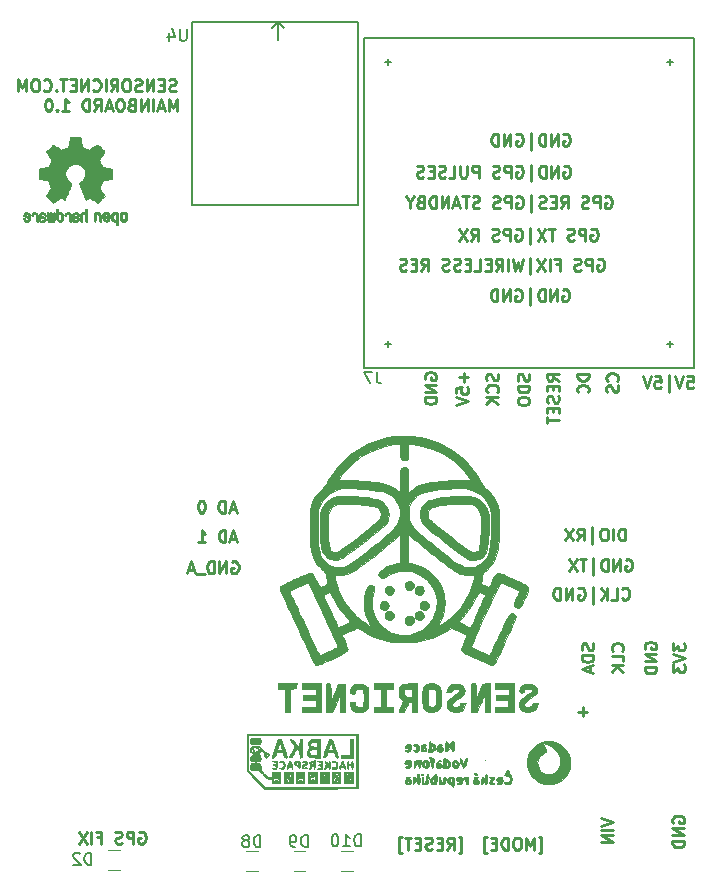
<source format=gbr>
G04 #@! TF.GenerationSoftware,KiCad,Pcbnew,5.0.2+dfsg1-1~bpo9+1*
G04 #@! TF.CreationDate,2019-03-13T07:25:58+01:00*
G04 #@! TF.ProjectId,sensenet_particlemeter,73656e73-656e-4657-945f-706172746963,1.0*
G04 #@! TF.SameCoordinates,Original*
G04 #@! TF.FileFunction,Legend,Bot*
G04 #@! TF.FilePolarity,Positive*
%FSLAX46Y46*%
G04 Gerber Fmt 4.6, Leading zero omitted, Abs format (unit mm)*
G04 Created by KiCad (PCBNEW 5.0.2+dfsg1-1~bpo9+1) date Wed 13 Mar 2019 07:25:58 AM CET*
%MOMM*%
%LPD*%
G01*
G04 APERTURE LIST*
%ADD10C,0.250000*%
%ADD11C,0.010000*%
%ADD12C,0.150000*%
%ADD13C,0.120000*%
G04 APERTURE END LIST*
D10*
X151084396Y-60003321D02*
X150941539Y-60050940D01*
X150703443Y-60050940D01*
X150608205Y-60003321D01*
X150560586Y-59955702D01*
X150512967Y-59860464D01*
X150512967Y-59765226D01*
X150560586Y-59669988D01*
X150608205Y-59622369D01*
X150703443Y-59574750D01*
X150893920Y-59527131D01*
X150989158Y-59479512D01*
X151036777Y-59431893D01*
X151084396Y-59336655D01*
X151084396Y-59241417D01*
X151036777Y-59146179D01*
X150989158Y-59098560D01*
X150893920Y-59050940D01*
X150655824Y-59050940D01*
X150512967Y-59098560D01*
X150084396Y-59527131D02*
X149751062Y-59527131D01*
X149608205Y-60050940D02*
X150084396Y-60050940D01*
X150084396Y-59050940D01*
X149608205Y-59050940D01*
X149179634Y-60050940D02*
X149179634Y-59050940D01*
X148608205Y-60050940D01*
X148608205Y-59050940D01*
X148179634Y-60003321D02*
X148036777Y-60050940D01*
X147798681Y-60050940D01*
X147703443Y-60003321D01*
X147655824Y-59955702D01*
X147608205Y-59860464D01*
X147608205Y-59765226D01*
X147655824Y-59669988D01*
X147703443Y-59622369D01*
X147798681Y-59574750D01*
X147989158Y-59527131D01*
X148084396Y-59479512D01*
X148132015Y-59431893D01*
X148179634Y-59336655D01*
X148179634Y-59241417D01*
X148132015Y-59146179D01*
X148084396Y-59098560D01*
X147989158Y-59050940D01*
X147751062Y-59050940D01*
X147608205Y-59098560D01*
X146989158Y-59050940D02*
X146798681Y-59050940D01*
X146703443Y-59098560D01*
X146608205Y-59193798D01*
X146560586Y-59384274D01*
X146560586Y-59717607D01*
X146608205Y-59908083D01*
X146703443Y-60003321D01*
X146798681Y-60050940D01*
X146989158Y-60050940D01*
X147084396Y-60003321D01*
X147179634Y-59908083D01*
X147227253Y-59717607D01*
X147227253Y-59384274D01*
X147179634Y-59193798D01*
X147084396Y-59098560D01*
X146989158Y-59050940D01*
X145560586Y-60050940D02*
X145893920Y-59574750D01*
X146132015Y-60050940D02*
X146132015Y-59050940D01*
X145751062Y-59050940D01*
X145655824Y-59098560D01*
X145608205Y-59146179D01*
X145560586Y-59241417D01*
X145560586Y-59384274D01*
X145608205Y-59479512D01*
X145655824Y-59527131D01*
X145751062Y-59574750D01*
X146132015Y-59574750D01*
X145132015Y-60050940D02*
X145132015Y-59050940D01*
X144084396Y-59955702D02*
X144132015Y-60003321D01*
X144274872Y-60050940D01*
X144370110Y-60050940D01*
X144512967Y-60003321D01*
X144608205Y-59908083D01*
X144655824Y-59812845D01*
X144703443Y-59622369D01*
X144703443Y-59479512D01*
X144655824Y-59289036D01*
X144608205Y-59193798D01*
X144512967Y-59098560D01*
X144370110Y-59050940D01*
X144274872Y-59050940D01*
X144132015Y-59098560D01*
X144084396Y-59146179D01*
X143655824Y-60050940D02*
X143655824Y-59050940D01*
X143084396Y-60050940D01*
X143084396Y-59050940D01*
X142608205Y-59527131D02*
X142274872Y-59527131D01*
X142132015Y-60050940D02*
X142608205Y-60050940D01*
X142608205Y-59050940D01*
X142132015Y-59050940D01*
X141846300Y-59050940D02*
X141274872Y-59050940D01*
X141560586Y-60050940D02*
X141560586Y-59050940D01*
X140941539Y-59955702D02*
X140893920Y-60003321D01*
X140941539Y-60050940D01*
X140989158Y-60003321D01*
X140941539Y-59955702D01*
X140941539Y-60050940D01*
X139893920Y-59955702D02*
X139941539Y-60003321D01*
X140084396Y-60050940D01*
X140179634Y-60050940D01*
X140322491Y-60003321D01*
X140417729Y-59908083D01*
X140465348Y-59812845D01*
X140512967Y-59622369D01*
X140512967Y-59479512D01*
X140465348Y-59289036D01*
X140417729Y-59193798D01*
X140322491Y-59098560D01*
X140179634Y-59050940D01*
X140084396Y-59050940D01*
X139941539Y-59098560D01*
X139893920Y-59146179D01*
X139274872Y-59050940D02*
X139084396Y-59050940D01*
X138989158Y-59098560D01*
X138893920Y-59193798D01*
X138846300Y-59384274D01*
X138846300Y-59717607D01*
X138893920Y-59908083D01*
X138989158Y-60003321D01*
X139084396Y-60050940D01*
X139274872Y-60050940D01*
X139370110Y-60003321D01*
X139465348Y-59908083D01*
X139512967Y-59717607D01*
X139512967Y-59384274D01*
X139465348Y-59193798D01*
X139370110Y-59098560D01*
X139274872Y-59050940D01*
X138417729Y-60050940D02*
X138417729Y-59050940D01*
X138084396Y-59765226D01*
X137751062Y-59050940D01*
X137751062Y-60050940D01*
X185922872Y-112603588D02*
X185160967Y-112603588D01*
X185541920Y-112984540D02*
X185541920Y-112222636D01*
X193169920Y-121981055D02*
X193122300Y-121885817D01*
X193122300Y-121742960D01*
X193169920Y-121600102D01*
X193265158Y-121504864D01*
X193360396Y-121457245D01*
X193550872Y-121409626D01*
X193693729Y-121409626D01*
X193884205Y-121457245D01*
X193979443Y-121504864D01*
X194074681Y-121600102D01*
X194122300Y-121742960D01*
X194122300Y-121838198D01*
X194074681Y-121981055D01*
X194027062Y-122028674D01*
X193693729Y-122028674D01*
X193693729Y-121838198D01*
X194122300Y-122457245D02*
X193122300Y-122457245D01*
X194122300Y-123028674D01*
X193122300Y-123028674D01*
X194122300Y-123504864D02*
X193122300Y-123504864D01*
X193122300Y-123742960D01*
X193169920Y-123885817D01*
X193265158Y-123981055D01*
X193360396Y-124028674D01*
X193550872Y-124076293D01*
X193693729Y-124076293D01*
X193884205Y-124028674D01*
X193979443Y-123981055D01*
X194074681Y-123885817D01*
X194122300Y-123742960D01*
X194122300Y-123504864D01*
X187077100Y-121596921D02*
X188077100Y-121930255D01*
X187077100Y-122263588D01*
X188077100Y-122596921D02*
X187077100Y-122596921D01*
X188077100Y-123073112D02*
X187077100Y-123073112D01*
X188077100Y-123644540D01*
X187077100Y-123644540D01*
X186378481Y-106809374D02*
X186426100Y-106952231D01*
X186426100Y-107190326D01*
X186378481Y-107285564D01*
X186330862Y-107333183D01*
X186235624Y-107380802D01*
X186140386Y-107380802D01*
X186045148Y-107333183D01*
X185997529Y-107285564D01*
X185949910Y-107190326D01*
X185902291Y-106999850D01*
X185854672Y-106904612D01*
X185807053Y-106856993D01*
X185711815Y-106809374D01*
X185616577Y-106809374D01*
X185521339Y-106856993D01*
X185473720Y-106904612D01*
X185426100Y-106999850D01*
X185426100Y-107237945D01*
X185473720Y-107380802D01*
X186426100Y-107809374D02*
X185426100Y-107809374D01*
X185426100Y-108047469D01*
X185473720Y-108190326D01*
X185568958Y-108285564D01*
X185664196Y-108333183D01*
X185854672Y-108380802D01*
X185997529Y-108380802D01*
X186188005Y-108333183D01*
X186283243Y-108285564D01*
X186378481Y-108190326D01*
X186426100Y-108047469D01*
X186426100Y-107809374D01*
X186140386Y-108761755D02*
X186140386Y-109237945D01*
X186426100Y-108666517D02*
X185426100Y-108999850D01*
X186426100Y-109333183D01*
X188870862Y-107428421D02*
X188918481Y-107380802D01*
X188966100Y-107237945D01*
X188966100Y-107142707D01*
X188918481Y-106999850D01*
X188823243Y-106904612D01*
X188728005Y-106856993D01*
X188537529Y-106809374D01*
X188394672Y-106809374D01*
X188204196Y-106856993D01*
X188108958Y-106904612D01*
X188013720Y-106999850D01*
X187966100Y-107142707D01*
X187966100Y-107237945D01*
X188013720Y-107380802D01*
X188061339Y-107428421D01*
X188966100Y-108333183D02*
X188966100Y-107856993D01*
X187966100Y-107856993D01*
X188966100Y-108666517D02*
X187966100Y-108666517D01*
X188966100Y-109237945D02*
X188394672Y-108809374D01*
X187966100Y-109237945D02*
X188537529Y-108666517D01*
X190807720Y-107261755D02*
X190760100Y-107166517D01*
X190760100Y-107023660D01*
X190807720Y-106880802D01*
X190902958Y-106785564D01*
X190998196Y-106737945D01*
X191188672Y-106690326D01*
X191331529Y-106690326D01*
X191522005Y-106737945D01*
X191617243Y-106785564D01*
X191712481Y-106880802D01*
X191760100Y-107023660D01*
X191760100Y-107118898D01*
X191712481Y-107261755D01*
X191664862Y-107309374D01*
X191331529Y-107309374D01*
X191331529Y-107118898D01*
X191760100Y-107737945D02*
X190760100Y-107737945D01*
X191760100Y-108309374D01*
X190760100Y-108309374D01*
X191760100Y-108785564D02*
X190760100Y-108785564D01*
X190760100Y-109023660D01*
X190807720Y-109166517D01*
X190902958Y-109261755D01*
X190998196Y-109309374D01*
X191188672Y-109356993D01*
X191331529Y-109356993D01*
X191522005Y-109309374D01*
X191617243Y-109261755D01*
X191712481Y-109166517D01*
X191760100Y-109023660D01*
X191760100Y-108785564D01*
X193173100Y-106785564D02*
X193173100Y-107404612D01*
X193554053Y-107071279D01*
X193554053Y-107214136D01*
X193601672Y-107309374D01*
X193649291Y-107356993D01*
X193744529Y-107404612D01*
X193982624Y-107404612D01*
X194077862Y-107356993D01*
X194125481Y-107309374D01*
X194173100Y-107214136D01*
X194173100Y-106928421D01*
X194125481Y-106833183D01*
X194077862Y-106785564D01*
X193173100Y-107690326D02*
X194173100Y-108023660D01*
X193173100Y-108356993D01*
X193173100Y-108595088D02*
X193173100Y-109214136D01*
X193554053Y-108880802D01*
X193554053Y-109023660D01*
X193601672Y-109118898D01*
X193649291Y-109166517D01*
X193744529Y-109214136D01*
X193982624Y-109214136D01*
X194077862Y-109166517D01*
X194125481Y-109118898D01*
X194173100Y-109023660D01*
X194173100Y-108737945D01*
X194125481Y-108642707D01*
X194077862Y-108595088D01*
X181788796Y-124595474D02*
X182026891Y-124595474D01*
X182026891Y-123166902D01*
X181788796Y-123166902D01*
X181407843Y-124262140D02*
X181407843Y-123262140D01*
X181074510Y-123976426D01*
X180741177Y-123262140D01*
X180741177Y-124262140D01*
X180074510Y-123262140D02*
X179884034Y-123262140D01*
X179788796Y-123309760D01*
X179693558Y-123404998D01*
X179645939Y-123595474D01*
X179645939Y-123928807D01*
X179693558Y-124119283D01*
X179788796Y-124214521D01*
X179884034Y-124262140D01*
X180074510Y-124262140D01*
X180169748Y-124214521D01*
X180264986Y-124119283D01*
X180312605Y-123928807D01*
X180312605Y-123595474D01*
X180264986Y-123404998D01*
X180169748Y-123309760D01*
X180074510Y-123262140D01*
X179217367Y-124262140D02*
X179217367Y-123262140D01*
X178979272Y-123262140D01*
X178836415Y-123309760D01*
X178741177Y-123404998D01*
X178693558Y-123500236D01*
X178645939Y-123690712D01*
X178645939Y-123833569D01*
X178693558Y-124024045D01*
X178741177Y-124119283D01*
X178836415Y-124214521D01*
X178979272Y-124262140D01*
X179217367Y-124262140D01*
X178217367Y-123738331D02*
X177884034Y-123738331D01*
X177741177Y-124262140D02*
X178217367Y-124262140D01*
X178217367Y-123262140D01*
X177741177Y-123262140D01*
X177407843Y-124595474D02*
X177169748Y-124595474D01*
X177169748Y-123166902D01*
X177407843Y-123166902D01*
X175018081Y-124595474D02*
X175256177Y-124595474D01*
X175256177Y-123166902D01*
X175018081Y-123166902D01*
X174065700Y-124262140D02*
X174399034Y-123785950D01*
X174637129Y-124262140D02*
X174637129Y-123262140D01*
X174256177Y-123262140D01*
X174160939Y-123309760D01*
X174113320Y-123357379D01*
X174065700Y-123452617D01*
X174065700Y-123595474D01*
X174113320Y-123690712D01*
X174160939Y-123738331D01*
X174256177Y-123785950D01*
X174637129Y-123785950D01*
X173637129Y-123738331D02*
X173303796Y-123738331D01*
X173160939Y-124262140D02*
X173637129Y-124262140D01*
X173637129Y-123262140D01*
X173160939Y-123262140D01*
X172779986Y-124214521D02*
X172637129Y-124262140D01*
X172399034Y-124262140D01*
X172303796Y-124214521D01*
X172256177Y-124166902D01*
X172208558Y-124071664D01*
X172208558Y-123976426D01*
X172256177Y-123881188D01*
X172303796Y-123833569D01*
X172399034Y-123785950D01*
X172589510Y-123738331D01*
X172684748Y-123690712D01*
X172732367Y-123643093D01*
X172779986Y-123547855D01*
X172779986Y-123452617D01*
X172732367Y-123357379D01*
X172684748Y-123309760D01*
X172589510Y-123262140D01*
X172351415Y-123262140D01*
X172208558Y-123309760D01*
X171779986Y-123738331D02*
X171446653Y-123738331D01*
X171303796Y-124262140D02*
X171779986Y-124262140D01*
X171779986Y-123262140D01*
X171303796Y-123262140D01*
X171018081Y-123262140D02*
X170446653Y-123262140D01*
X170732367Y-124262140D02*
X170732367Y-123262140D01*
X170208558Y-124595474D02*
X169970462Y-124595474D01*
X169970462Y-123166902D01*
X170208558Y-123166902D01*
X155820548Y-99916360D02*
X155915786Y-99868740D01*
X156058643Y-99868740D01*
X156201500Y-99916360D01*
X156296739Y-100011598D01*
X156344358Y-100106836D01*
X156391977Y-100297312D01*
X156391977Y-100440169D01*
X156344358Y-100630645D01*
X156296739Y-100725883D01*
X156201500Y-100821121D01*
X156058643Y-100868740D01*
X155963405Y-100868740D01*
X155820548Y-100821121D01*
X155772929Y-100773502D01*
X155772929Y-100440169D01*
X155963405Y-100440169D01*
X155344358Y-100868740D02*
X155344358Y-99868740D01*
X154772929Y-100868740D01*
X154772929Y-99868740D01*
X154296739Y-100868740D02*
X154296739Y-99868740D01*
X154058643Y-99868740D01*
X153915786Y-99916360D01*
X153820548Y-100011598D01*
X153772929Y-100106836D01*
X153725310Y-100297312D01*
X153725310Y-100440169D01*
X153772929Y-100630645D01*
X153820548Y-100725883D01*
X153915786Y-100821121D01*
X154058643Y-100868740D01*
X154296739Y-100868740D01*
X153534834Y-100963979D02*
X152772929Y-100963979D01*
X152582453Y-100583026D02*
X152106262Y-100583026D01*
X152677691Y-100868740D02*
X152344358Y-99868740D01*
X152011024Y-100868740D01*
X156174558Y-97941426D02*
X155698367Y-97941426D01*
X156269796Y-98227140D02*
X155936462Y-97227140D01*
X155603129Y-98227140D01*
X155269796Y-98227140D02*
X155269796Y-97227140D01*
X155031700Y-97227140D01*
X154888843Y-97274760D01*
X154793605Y-97369998D01*
X154745986Y-97465236D01*
X154698367Y-97655712D01*
X154698367Y-97798569D01*
X154745986Y-97989045D01*
X154793605Y-98084283D01*
X154888843Y-98179521D01*
X155031700Y-98227140D01*
X155269796Y-98227140D01*
X152984081Y-98227140D02*
X153555510Y-98227140D01*
X153269796Y-98227140D02*
X153269796Y-97227140D01*
X153365034Y-97369998D01*
X153460272Y-97465236D01*
X153555510Y-97512855D01*
X156149158Y-95452226D02*
X155672967Y-95452226D01*
X156244396Y-95737940D02*
X155911062Y-94737940D01*
X155577729Y-95737940D01*
X155244396Y-95737940D02*
X155244396Y-94737940D01*
X155006300Y-94737940D01*
X154863443Y-94785560D01*
X154768205Y-94880798D01*
X154720586Y-94976036D01*
X154672967Y-95166512D01*
X154672967Y-95309369D01*
X154720586Y-95499845D01*
X154768205Y-95595083D01*
X154863443Y-95690321D01*
X155006300Y-95737940D01*
X155244396Y-95737940D01*
X153292015Y-94737940D02*
X153196777Y-94737940D01*
X153101539Y-94785560D01*
X153053920Y-94833179D01*
X153006300Y-94928417D01*
X152958681Y-95118893D01*
X152958681Y-95356988D01*
X153006300Y-95547464D01*
X153053920Y-95642702D01*
X153101539Y-95690321D01*
X153196777Y-95737940D01*
X153292015Y-95737940D01*
X153387253Y-95690321D01*
X153434872Y-95642702D01*
X153482491Y-95547464D01*
X153530110Y-95356988D01*
X153530110Y-95118893D01*
X153482491Y-94928417D01*
X153434872Y-94833179D01*
X153387253Y-94785560D01*
X153292015Y-94737940D01*
X188848358Y-103008702D02*
X188895977Y-103056321D01*
X189038834Y-103103940D01*
X189134072Y-103103940D01*
X189276929Y-103056321D01*
X189372167Y-102961083D01*
X189419786Y-102865845D01*
X189467405Y-102675369D01*
X189467405Y-102532512D01*
X189419786Y-102342036D01*
X189372167Y-102246798D01*
X189276929Y-102151560D01*
X189134072Y-102103940D01*
X189038834Y-102103940D01*
X188895977Y-102151560D01*
X188848358Y-102199179D01*
X187943596Y-103103940D02*
X188419786Y-103103940D01*
X188419786Y-102103940D01*
X187610262Y-103103940D02*
X187610262Y-102103940D01*
X187038834Y-103103940D02*
X187467405Y-102532512D01*
X187038834Y-102103940D02*
X187610262Y-102675369D01*
X186372167Y-103437274D02*
X186372167Y-102008702D01*
X185134072Y-102151560D02*
X185229310Y-102103940D01*
X185372167Y-102103940D01*
X185515024Y-102151560D01*
X185610262Y-102246798D01*
X185657881Y-102342036D01*
X185705500Y-102532512D01*
X185705500Y-102675369D01*
X185657881Y-102865845D01*
X185610262Y-102961083D01*
X185515024Y-103056321D01*
X185372167Y-103103940D01*
X185276929Y-103103940D01*
X185134072Y-103056321D01*
X185086453Y-103008702D01*
X185086453Y-102675369D01*
X185276929Y-102675369D01*
X184657881Y-103103940D02*
X184657881Y-102103940D01*
X184086453Y-103103940D01*
X184086453Y-102103940D01*
X183610262Y-103103940D02*
X183610262Y-102103940D01*
X183372167Y-102103940D01*
X183229310Y-102151560D01*
X183134072Y-102246798D01*
X183086453Y-102342036D01*
X183038834Y-102532512D01*
X183038834Y-102675369D01*
X183086453Y-102865845D01*
X183134072Y-102961083D01*
X183229310Y-103056321D01*
X183372167Y-103103940D01*
X183610262Y-103103940D01*
X189110310Y-98087440D02*
X189110310Y-97087440D01*
X188872215Y-97087440D01*
X188729358Y-97135060D01*
X188634120Y-97230298D01*
X188586500Y-97325536D01*
X188538881Y-97516012D01*
X188538881Y-97658869D01*
X188586500Y-97849345D01*
X188634120Y-97944583D01*
X188729358Y-98039821D01*
X188872215Y-98087440D01*
X189110310Y-98087440D01*
X188110310Y-98087440D02*
X188110310Y-97087440D01*
X187443643Y-97087440D02*
X187253167Y-97087440D01*
X187157929Y-97135060D01*
X187062691Y-97230298D01*
X187015072Y-97420774D01*
X187015072Y-97754107D01*
X187062691Y-97944583D01*
X187157929Y-98039821D01*
X187253167Y-98087440D01*
X187443643Y-98087440D01*
X187538881Y-98039821D01*
X187634120Y-97944583D01*
X187681739Y-97754107D01*
X187681739Y-97420774D01*
X187634120Y-97230298D01*
X187538881Y-97135060D01*
X187443643Y-97087440D01*
X186348405Y-98420774D02*
X186348405Y-96992202D01*
X185062691Y-98087440D02*
X185396024Y-97611250D01*
X185634120Y-98087440D02*
X185634120Y-97087440D01*
X185253167Y-97087440D01*
X185157929Y-97135060D01*
X185110310Y-97182679D01*
X185062691Y-97277917D01*
X185062691Y-97420774D01*
X185110310Y-97516012D01*
X185157929Y-97563631D01*
X185253167Y-97611250D01*
X185634120Y-97611250D01*
X184729358Y-97087440D02*
X184062691Y-98087440D01*
X184062691Y-97087440D02*
X184729358Y-98087440D01*
X189161158Y-99725860D02*
X189256396Y-99678240D01*
X189399253Y-99678240D01*
X189542110Y-99725860D01*
X189637348Y-99821098D01*
X189684967Y-99916336D01*
X189732586Y-100106812D01*
X189732586Y-100249669D01*
X189684967Y-100440145D01*
X189637348Y-100535383D01*
X189542110Y-100630621D01*
X189399253Y-100678240D01*
X189304015Y-100678240D01*
X189161158Y-100630621D01*
X189113539Y-100583002D01*
X189113539Y-100249669D01*
X189304015Y-100249669D01*
X188684967Y-100678240D02*
X188684967Y-99678240D01*
X188113539Y-100678240D01*
X188113539Y-99678240D01*
X187637348Y-100678240D02*
X187637348Y-99678240D01*
X187399253Y-99678240D01*
X187256396Y-99725860D01*
X187161158Y-99821098D01*
X187113539Y-99916336D01*
X187065920Y-100106812D01*
X187065920Y-100249669D01*
X187113539Y-100440145D01*
X187161158Y-100535383D01*
X187256396Y-100630621D01*
X187399253Y-100678240D01*
X187637348Y-100678240D01*
X186399253Y-101011574D02*
X186399253Y-99583002D01*
X185827824Y-99678240D02*
X185256396Y-99678240D01*
X185542110Y-100678240D02*
X185542110Y-99678240D01*
X185018300Y-99678240D02*
X184351634Y-100678240D01*
X184351634Y-99678240D02*
X185018300Y-100678240D01*
X172189520Y-84439855D02*
X172141900Y-84344617D01*
X172141900Y-84201760D01*
X172189520Y-84058902D01*
X172284758Y-83963664D01*
X172379996Y-83916045D01*
X172570472Y-83868426D01*
X172713329Y-83868426D01*
X172903805Y-83916045D01*
X172999043Y-83963664D01*
X173094281Y-84058902D01*
X173141900Y-84201760D01*
X173141900Y-84296998D01*
X173094281Y-84439855D01*
X173046662Y-84487474D01*
X172713329Y-84487474D01*
X172713329Y-84296998D01*
X173141900Y-84916045D02*
X172141900Y-84916045D01*
X173141900Y-85487474D01*
X172141900Y-85487474D01*
X173141900Y-85963664D02*
X172141900Y-85963664D01*
X172141900Y-86201760D01*
X172189520Y-86344617D01*
X172284758Y-86439855D01*
X172379996Y-86487474D01*
X172570472Y-86535093D01*
X172713329Y-86535093D01*
X172903805Y-86487474D01*
X172999043Y-86439855D01*
X173094281Y-86344617D01*
X173141900Y-86201760D01*
X173141900Y-85963664D01*
X175453348Y-83916045D02*
X175453348Y-84677950D01*
X175834300Y-84296998D02*
X175072396Y-84296998D01*
X174834300Y-85630331D02*
X174834300Y-85154140D01*
X175310491Y-85106521D01*
X175262872Y-85154140D01*
X175215253Y-85249379D01*
X175215253Y-85487474D01*
X175262872Y-85582712D01*
X175310491Y-85630331D01*
X175405729Y-85677950D01*
X175643824Y-85677950D01*
X175739062Y-85630331D01*
X175786681Y-85582712D01*
X175834300Y-85487474D01*
X175834300Y-85249379D01*
X175786681Y-85154140D01*
X175739062Y-85106521D01*
X174834300Y-85963664D02*
X175834300Y-86296998D01*
X174834300Y-86630331D01*
X178326681Y-83966845D02*
X178374300Y-84109702D01*
X178374300Y-84347798D01*
X178326681Y-84443036D01*
X178279062Y-84490655D01*
X178183824Y-84538274D01*
X178088586Y-84538274D01*
X177993348Y-84490655D01*
X177945729Y-84443036D01*
X177898110Y-84347798D01*
X177850491Y-84157321D01*
X177802872Y-84062083D01*
X177755253Y-84014464D01*
X177660015Y-83966845D01*
X177564777Y-83966845D01*
X177469539Y-84014464D01*
X177421920Y-84062083D01*
X177374300Y-84157321D01*
X177374300Y-84395417D01*
X177421920Y-84538274D01*
X178279062Y-85538274D02*
X178326681Y-85490655D01*
X178374300Y-85347798D01*
X178374300Y-85252560D01*
X178326681Y-85109702D01*
X178231443Y-85014464D01*
X178136205Y-84966845D01*
X177945729Y-84919226D01*
X177802872Y-84919226D01*
X177612396Y-84966845D01*
X177517158Y-85014464D01*
X177421920Y-85109702D01*
X177374300Y-85252560D01*
X177374300Y-85347798D01*
X177421920Y-85490655D01*
X177469539Y-85538274D01*
X178374300Y-85966845D02*
X177374300Y-85966845D01*
X178374300Y-86538274D02*
X177802872Y-86109702D01*
X177374300Y-86538274D02*
X177945729Y-85966845D01*
X180968281Y-83993836D02*
X181015900Y-84136693D01*
X181015900Y-84374788D01*
X180968281Y-84470026D01*
X180920662Y-84517645D01*
X180825424Y-84565264D01*
X180730186Y-84565264D01*
X180634948Y-84517645D01*
X180587329Y-84470026D01*
X180539710Y-84374788D01*
X180492091Y-84184312D01*
X180444472Y-84089074D01*
X180396853Y-84041455D01*
X180301615Y-83993836D01*
X180206377Y-83993836D01*
X180111139Y-84041455D01*
X180063520Y-84089074D01*
X180015900Y-84184312D01*
X180015900Y-84422407D01*
X180063520Y-84565264D01*
X181015900Y-84993836D02*
X180015900Y-84993836D01*
X180015900Y-85231931D01*
X180063520Y-85374788D01*
X180158758Y-85470026D01*
X180253996Y-85517645D01*
X180444472Y-85565264D01*
X180587329Y-85565264D01*
X180777805Y-85517645D01*
X180873043Y-85470026D01*
X180968281Y-85374788D01*
X181015900Y-85231931D01*
X181015900Y-84993836D01*
X180015900Y-86184312D02*
X180015900Y-86374788D01*
X180063520Y-86470026D01*
X180158758Y-86565264D01*
X180349234Y-86612883D01*
X180682567Y-86612883D01*
X180873043Y-86565264D01*
X180968281Y-86470026D01*
X181015900Y-86374788D01*
X181015900Y-86184312D01*
X180968281Y-86089074D01*
X180873043Y-85993836D01*
X180682567Y-85946217D01*
X180349234Y-85946217D01*
X180158758Y-85993836D01*
X180063520Y-86089074D01*
X180015900Y-86184312D01*
X186045100Y-83982655D02*
X185045100Y-83982655D01*
X185045100Y-84220750D01*
X185092720Y-84363607D01*
X185187958Y-84458845D01*
X185283196Y-84506464D01*
X185473672Y-84554083D01*
X185616529Y-84554083D01*
X185807005Y-84506464D01*
X185902243Y-84458845D01*
X185997481Y-84363607D01*
X186045100Y-84220750D01*
X186045100Y-83982655D01*
X185949862Y-85554083D02*
X185997481Y-85506464D01*
X186045100Y-85363607D01*
X186045100Y-85268369D01*
X185997481Y-85125512D01*
X185902243Y-85030274D01*
X185807005Y-84982655D01*
X185616529Y-84935036D01*
X185473672Y-84935036D01*
X185283196Y-84982655D01*
X185187958Y-85030274D01*
X185092720Y-85125512D01*
X185045100Y-85268369D01*
X185045100Y-85363607D01*
X185092720Y-85506464D01*
X185140339Y-85554083D01*
X183505100Y-84562179D02*
X183028910Y-84228845D01*
X183505100Y-83990750D02*
X182505100Y-83990750D01*
X182505100Y-84371702D01*
X182552720Y-84466940D01*
X182600339Y-84514560D01*
X182695577Y-84562179D01*
X182838434Y-84562179D01*
X182933672Y-84514560D01*
X182981291Y-84466940D01*
X183028910Y-84371702D01*
X183028910Y-83990750D01*
X182981291Y-84990750D02*
X182981291Y-85324083D01*
X183505100Y-85466940D02*
X183505100Y-84990750D01*
X182505100Y-84990750D01*
X182505100Y-85466940D01*
X183457481Y-85847893D02*
X183505100Y-85990750D01*
X183505100Y-86228845D01*
X183457481Y-86324083D01*
X183409862Y-86371702D01*
X183314624Y-86419321D01*
X183219386Y-86419321D01*
X183124148Y-86371702D01*
X183076529Y-86324083D01*
X183028910Y-86228845D01*
X182981291Y-86038369D01*
X182933672Y-85943131D01*
X182886053Y-85895512D01*
X182790815Y-85847893D01*
X182695577Y-85847893D01*
X182600339Y-85895512D01*
X182552720Y-85943131D01*
X182505100Y-86038369D01*
X182505100Y-86276464D01*
X182552720Y-86419321D01*
X182981291Y-86847893D02*
X182981291Y-87181226D01*
X183505100Y-87324083D02*
X183505100Y-86847893D01*
X182505100Y-86847893D01*
X182505100Y-87324083D01*
X182505100Y-87609798D02*
X182505100Y-88181226D01*
X183505100Y-87895512D02*
X182505100Y-87895512D01*
X188439062Y-84577893D02*
X188486681Y-84530274D01*
X188534300Y-84387417D01*
X188534300Y-84292179D01*
X188486681Y-84149321D01*
X188391443Y-84054083D01*
X188296205Y-84006464D01*
X188105729Y-83958845D01*
X187962872Y-83958845D01*
X187772396Y-84006464D01*
X187677158Y-84054083D01*
X187581920Y-84149321D01*
X187534300Y-84292179D01*
X187534300Y-84387417D01*
X187581920Y-84530274D01*
X187629539Y-84577893D01*
X188486681Y-84958845D02*
X188534300Y-85101702D01*
X188534300Y-85339798D01*
X188486681Y-85435036D01*
X188439062Y-85482655D01*
X188343824Y-85530274D01*
X188248586Y-85530274D01*
X188153348Y-85482655D01*
X188105729Y-85435036D01*
X188058110Y-85339798D01*
X188010491Y-85149321D01*
X187962872Y-85054083D01*
X187915253Y-85006464D01*
X187820015Y-84958845D01*
X187724777Y-84958845D01*
X187629539Y-85006464D01*
X187581920Y-85054083D01*
X187534300Y-85149321D01*
X187534300Y-85387417D01*
X187581920Y-85530274D01*
X183833424Y-76878560D02*
X183928662Y-76830940D01*
X184071520Y-76830940D01*
X184214377Y-76878560D01*
X184309615Y-76973798D01*
X184357234Y-77069036D01*
X184404853Y-77259512D01*
X184404853Y-77402369D01*
X184357234Y-77592845D01*
X184309615Y-77688083D01*
X184214377Y-77783321D01*
X184071520Y-77830940D01*
X183976281Y-77830940D01*
X183833424Y-77783321D01*
X183785805Y-77735702D01*
X183785805Y-77402369D01*
X183976281Y-77402369D01*
X183357234Y-77830940D02*
X183357234Y-76830940D01*
X182785805Y-77830940D01*
X182785805Y-76830940D01*
X182309615Y-77830940D02*
X182309615Y-76830940D01*
X182071520Y-76830940D01*
X181928662Y-76878560D01*
X181833424Y-76973798D01*
X181785805Y-77069036D01*
X181738186Y-77259512D01*
X181738186Y-77402369D01*
X181785805Y-77592845D01*
X181833424Y-77688083D01*
X181928662Y-77783321D01*
X182071520Y-77830940D01*
X182309615Y-77830940D01*
X181071520Y-78164274D02*
X181071520Y-76735702D01*
X179833424Y-76878560D02*
X179928662Y-76830940D01*
X180071520Y-76830940D01*
X180214377Y-76878560D01*
X180309615Y-76973798D01*
X180357234Y-77069036D01*
X180404853Y-77259512D01*
X180404853Y-77402369D01*
X180357234Y-77592845D01*
X180309615Y-77688083D01*
X180214377Y-77783321D01*
X180071520Y-77830940D01*
X179976281Y-77830940D01*
X179833424Y-77783321D01*
X179785805Y-77735702D01*
X179785805Y-77402369D01*
X179976281Y-77402369D01*
X179357234Y-77830940D02*
X179357234Y-76830940D01*
X178785805Y-77830940D01*
X178785805Y-76830940D01*
X178309615Y-77830940D02*
X178309615Y-76830940D01*
X178071520Y-76830940D01*
X177928662Y-76878560D01*
X177833424Y-76973798D01*
X177785805Y-77069036D01*
X177738186Y-77259512D01*
X177738186Y-77402369D01*
X177785805Y-77592845D01*
X177833424Y-77688083D01*
X177928662Y-77783321D01*
X178071520Y-77830940D01*
X178309615Y-77830940D01*
X194377748Y-84196940D02*
X194853939Y-84196940D01*
X194901558Y-84673131D01*
X194853939Y-84625512D01*
X194758700Y-84577893D01*
X194520605Y-84577893D01*
X194425367Y-84625512D01*
X194377748Y-84673131D01*
X194330129Y-84768369D01*
X194330129Y-85006464D01*
X194377748Y-85101702D01*
X194425367Y-85149321D01*
X194520605Y-85196940D01*
X194758700Y-85196940D01*
X194853939Y-85149321D01*
X194901558Y-85101702D01*
X194044415Y-84196940D02*
X193711081Y-85196940D01*
X193377748Y-84196940D01*
X192806320Y-85530274D02*
X192806320Y-84101702D01*
X191615843Y-84196940D02*
X192092034Y-84196940D01*
X192139653Y-84673131D01*
X192092034Y-84625512D01*
X191996796Y-84577893D01*
X191758700Y-84577893D01*
X191663462Y-84625512D01*
X191615843Y-84673131D01*
X191568224Y-84768369D01*
X191568224Y-85006464D01*
X191615843Y-85101702D01*
X191663462Y-85149321D01*
X191758700Y-85196940D01*
X191996796Y-85196940D01*
X192092034Y-85149321D01*
X192139653Y-85101702D01*
X191282510Y-84196940D02*
X190949177Y-85196940D01*
X190615843Y-84196940D01*
X186779158Y-74287760D02*
X186874396Y-74240140D01*
X187017253Y-74240140D01*
X187160110Y-74287760D01*
X187255348Y-74382998D01*
X187302967Y-74478236D01*
X187350586Y-74668712D01*
X187350586Y-74811569D01*
X187302967Y-75002045D01*
X187255348Y-75097283D01*
X187160110Y-75192521D01*
X187017253Y-75240140D01*
X186922015Y-75240140D01*
X186779158Y-75192521D01*
X186731539Y-75144902D01*
X186731539Y-74811569D01*
X186922015Y-74811569D01*
X186302967Y-75240140D02*
X186302967Y-74240140D01*
X185922015Y-74240140D01*
X185826777Y-74287760D01*
X185779158Y-74335379D01*
X185731539Y-74430617D01*
X185731539Y-74573474D01*
X185779158Y-74668712D01*
X185826777Y-74716331D01*
X185922015Y-74763950D01*
X186302967Y-74763950D01*
X185350586Y-75192521D02*
X185207729Y-75240140D01*
X184969634Y-75240140D01*
X184874396Y-75192521D01*
X184826777Y-75144902D01*
X184779158Y-75049664D01*
X184779158Y-74954426D01*
X184826777Y-74859188D01*
X184874396Y-74811569D01*
X184969634Y-74763950D01*
X185160110Y-74716331D01*
X185255348Y-74668712D01*
X185302967Y-74621093D01*
X185350586Y-74525855D01*
X185350586Y-74430617D01*
X185302967Y-74335379D01*
X185255348Y-74287760D01*
X185160110Y-74240140D01*
X184922015Y-74240140D01*
X184779158Y-74287760D01*
X183255348Y-74716331D02*
X183588681Y-74716331D01*
X183588681Y-75240140D02*
X183588681Y-74240140D01*
X183112491Y-74240140D01*
X182731539Y-75240140D02*
X182731539Y-74240140D01*
X182350586Y-74240140D02*
X181683920Y-75240140D01*
X181683920Y-74240140D02*
X182350586Y-75240140D01*
X181064872Y-75573474D02*
X181064872Y-74144902D01*
X180445824Y-74240140D02*
X180207729Y-75240140D01*
X180017253Y-74525855D01*
X179826777Y-75240140D01*
X179588681Y-74240140D01*
X179207729Y-75240140D02*
X179207729Y-74240140D01*
X178160110Y-75240140D02*
X178493443Y-74763950D01*
X178731539Y-75240140D02*
X178731539Y-74240140D01*
X178350586Y-74240140D01*
X178255348Y-74287760D01*
X178207729Y-74335379D01*
X178160110Y-74430617D01*
X178160110Y-74573474D01*
X178207729Y-74668712D01*
X178255348Y-74716331D01*
X178350586Y-74763950D01*
X178731539Y-74763950D01*
X177731539Y-74716331D02*
X177398205Y-74716331D01*
X177255348Y-75240140D02*
X177731539Y-75240140D01*
X177731539Y-74240140D01*
X177255348Y-74240140D01*
X176350586Y-75240140D02*
X176826777Y-75240140D01*
X176826777Y-74240140D01*
X176017253Y-74716331D02*
X175683920Y-74716331D01*
X175541062Y-75240140D02*
X176017253Y-75240140D01*
X176017253Y-74240140D01*
X175541062Y-74240140D01*
X175160110Y-75192521D02*
X175017253Y-75240140D01*
X174779158Y-75240140D01*
X174683920Y-75192521D01*
X174636300Y-75144902D01*
X174588681Y-75049664D01*
X174588681Y-74954426D01*
X174636300Y-74859188D01*
X174683920Y-74811569D01*
X174779158Y-74763950D01*
X174969634Y-74716331D01*
X175064872Y-74668712D01*
X175112491Y-74621093D01*
X175160110Y-74525855D01*
X175160110Y-74430617D01*
X175112491Y-74335379D01*
X175064872Y-74287760D01*
X174969634Y-74240140D01*
X174731539Y-74240140D01*
X174588681Y-74287760D01*
X174207729Y-75192521D02*
X174064872Y-75240140D01*
X173826777Y-75240140D01*
X173731539Y-75192521D01*
X173683920Y-75144902D01*
X173636300Y-75049664D01*
X173636300Y-74954426D01*
X173683920Y-74859188D01*
X173731539Y-74811569D01*
X173826777Y-74763950D01*
X174017253Y-74716331D01*
X174112491Y-74668712D01*
X174160110Y-74621093D01*
X174207729Y-74525855D01*
X174207729Y-74430617D01*
X174160110Y-74335379D01*
X174112491Y-74287760D01*
X174017253Y-74240140D01*
X173779158Y-74240140D01*
X173636300Y-74287760D01*
X171874396Y-75240140D02*
X172207729Y-74763950D01*
X172445824Y-75240140D02*
X172445824Y-74240140D01*
X172064872Y-74240140D01*
X171969634Y-74287760D01*
X171922015Y-74335379D01*
X171874396Y-74430617D01*
X171874396Y-74573474D01*
X171922015Y-74668712D01*
X171969634Y-74716331D01*
X172064872Y-74763950D01*
X172445824Y-74763950D01*
X171445824Y-74716331D02*
X171112491Y-74716331D01*
X170969634Y-75240140D02*
X171445824Y-75240140D01*
X171445824Y-74240140D01*
X170969634Y-74240140D01*
X170588681Y-75192521D02*
X170445824Y-75240140D01*
X170207729Y-75240140D01*
X170112491Y-75192521D01*
X170064872Y-75144902D01*
X170017253Y-75049664D01*
X170017253Y-74954426D01*
X170064872Y-74859188D01*
X170112491Y-74811569D01*
X170207729Y-74763950D01*
X170398205Y-74716331D01*
X170493443Y-74668712D01*
X170541062Y-74621093D01*
X170588681Y-74525855D01*
X170588681Y-74430617D01*
X170541062Y-74335379D01*
X170493443Y-74287760D01*
X170398205Y-74240140D01*
X170160110Y-74240140D01*
X170017253Y-74287760D01*
X187439558Y-69004560D02*
X187534796Y-68956940D01*
X187677653Y-68956940D01*
X187820510Y-69004560D01*
X187915748Y-69099798D01*
X187963367Y-69195036D01*
X188010986Y-69385512D01*
X188010986Y-69528369D01*
X187963367Y-69718845D01*
X187915748Y-69814083D01*
X187820510Y-69909321D01*
X187677653Y-69956940D01*
X187582415Y-69956940D01*
X187439558Y-69909321D01*
X187391939Y-69861702D01*
X187391939Y-69528369D01*
X187582415Y-69528369D01*
X186963367Y-69956940D02*
X186963367Y-68956940D01*
X186582415Y-68956940D01*
X186487177Y-69004560D01*
X186439558Y-69052179D01*
X186391939Y-69147417D01*
X186391939Y-69290274D01*
X186439558Y-69385512D01*
X186487177Y-69433131D01*
X186582415Y-69480750D01*
X186963367Y-69480750D01*
X186010986Y-69909321D02*
X185868129Y-69956940D01*
X185630034Y-69956940D01*
X185534796Y-69909321D01*
X185487177Y-69861702D01*
X185439558Y-69766464D01*
X185439558Y-69671226D01*
X185487177Y-69575988D01*
X185534796Y-69528369D01*
X185630034Y-69480750D01*
X185820510Y-69433131D01*
X185915748Y-69385512D01*
X185963367Y-69337893D01*
X186010986Y-69242655D01*
X186010986Y-69147417D01*
X185963367Y-69052179D01*
X185915748Y-69004560D01*
X185820510Y-68956940D01*
X185582415Y-68956940D01*
X185439558Y-69004560D01*
X183677653Y-69956940D02*
X184010986Y-69480750D01*
X184249081Y-69956940D02*
X184249081Y-68956940D01*
X183868129Y-68956940D01*
X183772891Y-69004560D01*
X183725272Y-69052179D01*
X183677653Y-69147417D01*
X183677653Y-69290274D01*
X183725272Y-69385512D01*
X183772891Y-69433131D01*
X183868129Y-69480750D01*
X184249081Y-69480750D01*
X183249081Y-69433131D02*
X182915748Y-69433131D01*
X182772891Y-69956940D02*
X183249081Y-69956940D01*
X183249081Y-68956940D01*
X182772891Y-68956940D01*
X182391939Y-69909321D02*
X182249081Y-69956940D01*
X182010986Y-69956940D01*
X181915748Y-69909321D01*
X181868129Y-69861702D01*
X181820510Y-69766464D01*
X181820510Y-69671226D01*
X181868129Y-69575988D01*
X181915748Y-69528369D01*
X182010986Y-69480750D01*
X182201462Y-69433131D01*
X182296700Y-69385512D01*
X182344320Y-69337893D01*
X182391939Y-69242655D01*
X182391939Y-69147417D01*
X182344320Y-69052179D01*
X182296700Y-69004560D01*
X182201462Y-68956940D01*
X181963367Y-68956940D01*
X181820510Y-69004560D01*
X181153843Y-70290274D02*
X181153843Y-68861702D01*
X179915748Y-69004560D02*
X180010986Y-68956940D01*
X180153843Y-68956940D01*
X180296700Y-69004560D01*
X180391939Y-69099798D01*
X180439558Y-69195036D01*
X180487177Y-69385512D01*
X180487177Y-69528369D01*
X180439558Y-69718845D01*
X180391939Y-69814083D01*
X180296700Y-69909321D01*
X180153843Y-69956940D01*
X180058605Y-69956940D01*
X179915748Y-69909321D01*
X179868129Y-69861702D01*
X179868129Y-69528369D01*
X180058605Y-69528369D01*
X179439558Y-69956940D02*
X179439558Y-68956940D01*
X179058605Y-68956940D01*
X178963367Y-69004560D01*
X178915748Y-69052179D01*
X178868129Y-69147417D01*
X178868129Y-69290274D01*
X178915748Y-69385512D01*
X178963367Y-69433131D01*
X179058605Y-69480750D01*
X179439558Y-69480750D01*
X178487177Y-69909321D02*
X178344320Y-69956940D01*
X178106224Y-69956940D01*
X178010986Y-69909321D01*
X177963367Y-69861702D01*
X177915748Y-69766464D01*
X177915748Y-69671226D01*
X177963367Y-69575988D01*
X178010986Y-69528369D01*
X178106224Y-69480750D01*
X178296700Y-69433131D01*
X178391939Y-69385512D01*
X178439558Y-69337893D01*
X178487177Y-69242655D01*
X178487177Y-69147417D01*
X178439558Y-69052179D01*
X178391939Y-69004560D01*
X178296700Y-68956940D01*
X178058605Y-68956940D01*
X177915748Y-69004560D01*
X176772891Y-69909321D02*
X176630034Y-69956940D01*
X176391939Y-69956940D01*
X176296700Y-69909321D01*
X176249081Y-69861702D01*
X176201462Y-69766464D01*
X176201462Y-69671226D01*
X176249081Y-69575988D01*
X176296700Y-69528369D01*
X176391939Y-69480750D01*
X176582415Y-69433131D01*
X176677653Y-69385512D01*
X176725272Y-69337893D01*
X176772891Y-69242655D01*
X176772891Y-69147417D01*
X176725272Y-69052179D01*
X176677653Y-69004560D01*
X176582415Y-68956940D01*
X176344320Y-68956940D01*
X176201462Y-69004560D01*
X175915748Y-68956940D02*
X175344320Y-68956940D01*
X175630034Y-69956940D02*
X175630034Y-68956940D01*
X175058605Y-69671226D02*
X174582415Y-69671226D01*
X175153843Y-69956940D02*
X174820510Y-68956940D01*
X174487177Y-69956940D01*
X174153843Y-69956940D02*
X174153843Y-68956940D01*
X173582415Y-69956940D01*
X173582415Y-68956940D01*
X173106224Y-69956940D02*
X173106224Y-68956940D01*
X172868129Y-68956940D01*
X172725272Y-69004560D01*
X172630034Y-69099798D01*
X172582415Y-69195036D01*
X172534796Y-69385512D01*
X172534796Y-69528369D01*
X172582415Y-69718845D01*
X172630034Y-69814083D01*
X172725272Y-69909321D01*
X172868129Y-69956940D01*
X173106224Y-69956940D01*
X171772891Y-69433131D02*
X171630034Y-69480750D01*
X171582415Y-69528369D01*
X171534796Y-69623607D01*
X171534796Y-69766464D01*
X171582415Y-69861702D01*
X171630034Y-69909321D01*
X171725272Y-69956940D01*
X172106224Y-69956940D01*
X172106224Y-68956940D01*
X171772891Y-68956940D01*
X171677653Y-69004560D01*
X171630034Y-69052179D01*
X171582415Y-69147417D01*
X171582415Y-69242655D01*
X171630034Y-69337893D01*
X171677653Y-69385512D01*
X171772891Y-69433131D01*
X172106224Y-69433131D01*
X170915748Y-69480750D02*
X170915748Y-69956940D01*
X171249081Y-68956940D02*
X170915748Y-69480750D01*
X170582415Y-68956940D01*
X183901291Y-66413760D02*
X183996529Y-66366140D01*
X184139386Y-66366140D01*
X184282243Y-66413760D01*
X184377481Y-66508998D01*
X184425100Y-66604236D01*
X184472720Y-66794712D01*
X184472720Y-66937569D01*
X184425100Y-67128045D01*
X184377481Y-67223283D01*
X184282243Y-67318521D01*
X184139386Y-67366140D01*
X184044148Y-67366140D01*
X183901291Y-67318521D01*
X183853672Y-67270902D01*
X183853672Y-66937569D01*
X184044148Y-66937569D01*
X183425100Y-67366140D02*
X183425100Y-66366140D01*
X182853672Y-67366140D01*
X182853672Y-66366140D01*
X182377481Y-67366140D02*
X182377481Y-66366140D01*
X182139386Y-66366140D01*
X181996529Y-66413760D01*
X181901291Y-66508998D01*
X181853672Y-66604236D01*
X181806053Y-66794712D01*
X181806053Y-66937569D01*
X181853672Y-67128045D01*
X181901291Y-67223283D01*
X181996529Y-67318521D01*
X182139386Y-67366140D01*
X182377481Y-67366140D01*
X181139386Y-67699474D02*
X181139386Y-66270902D01*
X179901291Y-66413760D02*
X179996529Y-66366140D01*
X180139386Y-66366140D01*
X180282243Y-66413760D01*
X180377481Y-66508998D01*
X180425100Y-66604236D01*
X180472720Y-66794712D01*
X180472720Y-66937569D01*
X180425100Y-67128045D01*
X180377481Y-67223283D01*
X180282243Y-67318521D01*
X180139386Y-67366140D01*
X180044148Y-67366140D01*
X179901291Y-67318521D01*
X179853672Y-67270902D01*
X179853672Y-66937569D01*
X180044148Y-66937569D01*
X179425100Y-67366140D02*
X179425100Y-66366140D01*
X179044148Y-66366140D01*
X178948910Y-66413760D01*
X178901291Y-66461379D01*
X178853672Y-66556617D01*
X178853672Y-66699474D01*
X178901291Y-66794712D01*
X178948910Y-66842331D01*
X179044148Y-66889950D01*
X179425100Y-66889950D01*
X178472720Y-67318521D02*
X178329862Y-67366140D01*
X178091767Y-67366140D01*
X177996529Y-67318521D01*
X177948910Y-67270902D01*
X177901291Y-67175664D01*
X177901291Y-67080426D01*
X177948910Y-66985188D01*
X177996529Y-66937569D01*
X178091767Y-66889950D01*
X178282243Y-66842331D01*
X178377481Y-66794712D01*
X178425100Y-66747093D01*
X178472720Y-66651855D01*
X178472720Y-66556617D01*
X178425100Y-66461379D01*
X178377481Y-66413760D01*
X178282243Y-66366140D01*
X178044148Y-66366140D01*
X177901291Y-66413760D01*
X176710815Y-67366140D02*
X176710815Y-66366140D01*
X176329862Y-66366140D01*
X176234624Y-66413760D01*
X176187005Y-66461379D01*
X176139386Y-66556617D01*
X176139386Y-66699474D01*
X176187005Y-66794712D01*
X176234624Y-66842331D01*
X176329862Y-66889950D01*
X176710815Y-66889950D01*
X175710815Y-66366140D02*
X175710815Y-67175664D01*
X175663196Y-67270902D01*
X175615577Y-67318521D01*
X175520339Y-67366140D01*
X175329862Y-67366140D01*
X175234624Y-67318521D01*
X175187005Y-67270902D01*
X175139386Y-67175664D01*
X175139386Y-66366140D01*
X174187005Y-67366140D02*
X174663196Y-67366140D01*
X174663196Y-66366140D01*
X173901291Y-67318521D02*
X173758434Y-67366140D01*
X173520339Y-67366140D01*
X173425100Y-67318521D01*
X173377481Y-67270902D01*
X173329862Y-67175664D01*
X173329862Y-67080426D01*
X173377481Y-66985188D01*
X173425100Y-66937569D01*
X173520339Y-66889950D01*
X173710815Y-66842331D01*
X173806053Y-66794712D01*
X173853672Y-66747093D01*
X173901291Y-66651855D01*
X173901291Y-66556617D01*
X173853672Y-66461379D01*
X173806053Y-66413760D01*
X173710815Y-66366140D01*
X173472720Y-66366140D01*
X173329862Y-66413760D01*
X172901291Y-66842331D02*
X172567958Y-66842331D01*
X172425100Y-67366140D02*
X172901291Y-67366140D01*
X172901291Y-66366140D01*
X172425100Y-66366140D01*
X172044148Y-67318521D02*
X171901291Y-67366140D01*
X171663196Y-67366140D01*
X171567958Y-67318521D01*
X171520339Y-67270902D01*
X171472720Y-67175664D01*
X171472720Y-67080426D01*
X171520339Y-66985188D01*
X171567958Y-66937569D01*
X171663196Y-66889950D01*
X171853672Y-66842331D01*
X171948910Y-66794712D01*
X171996529Y-66747093D01*
X172044148Y-66651855D01*
X172044148Y-66556617D01*
X171996529Y-66461379D01*
X171948910Y-66413760D01*
X171853672Y-66366140D01*
X171615577Y-66366140D01*
X171472720Y-66413760D01*
X183884224Y-63721360D02*
X183979462Y-63673740D01*
X184122320Y-63673740D01*
X184265177Y-63721360D01*
X184360415Y-63816598D01*
X184408034Y-63911836D01*
X184455653Y-64102312D01*
X184455653Y-64245169D01*
X184408034Y-64435645D01*
X184360415Y-64530883D01*
X184265177Y-64626121D01*
X184122320Y-64673740D01*
X184027081Y-64673740D01*
X183884224Y-64626121D01*
X183836605Y-64578502D01*
X183836605Y-64245169D01*
X184027081Y-64245169D01*
X183408034Y-64673740D02*
X183408034Y-63673740D01*
X182836605Y-64673740D01*
X182836605Y-63673740D01*
X182360415Y-64673740D02*
X182360415Y-63673740D01*
X182122320Y-63673740D01*
X181979462Y-63721360D01*
X181884224Y-63816598D01*
X181836605Y-63911836D01*
X181788986Y-64102312D01*
X181788986Y-64245169D01*
X181836605Y-64435645D01*
X181884224Y-64530883D01*
X181979462Y-64626121D01*
X182122320Y-64673740D01*
X182360415Y-64673740D01*
X181122320Y-65007074D02*
X181122320Y-63578502D01*
X179884224Y-63721360D02*
X179979462Y-63673740D01*
X180122320Y-63673740D01*
X180265177Y-63721360D01*
X180360415Y-63816598D01*
X180408034Y-63911836D01*
X180455653Y-64102312D01*
X180455653Y-64245169D01*
X180408034Y-64435645D01*
X180360415Y-64530883D01*
X180265177Y-64626121D01*
X180122320Y-64673740D01*
X180027081Y-64673740D01*
X179884224Y-64626121D01*
X179836605Y-64578502D01*
X179836605Y-64245169D01*
X180027081Y-64245169D01*
X179408034Y-64673740D02*
X179408034Y-63673740D01*
X178836605Y-64673740D01*
X178836605Y-63673740D01*
X178360415Y-64673740D02*
X178360415Y-63673740D01*
X178122320Y-63673740D01*
X177979462Y-63721360D01*
X177884224Y-63816598D01*
X177836605Y-63911836D01*
X177788986Y-64102312D01*
X177788986Y-64245169D01*
X177836605Y-64435645D01*
X177884224Y-64530883D01*
X177979462Y-64626121D01*
X178122320Y-64673740D01*
X178360415Y-64673740D01*
X186231824Y-71747760D02*
X186327062Y-71700140D01*
X186469920Y-71700140D01*
X186612777Y-71747760D01*
X186708015Y-71842998D01*
X186755634Y-71938236D01*
X186803253Y-72128712D01*
X186803253Y-72271569D01*
X186755634Y-72462045D01*
X186708015Y-72557283D01*
X186612777Y-72652521D01*
X186469920Y-72700140D01*
X186374681Y-72700140D01*
X186231824Y-72652521D01*
X186184205Y-72604902D01*
X186184205Y-72271569D01*
X186374681Y-72271569D01*
X185755634Y-72700140D02*
X185755634Y-71700140D01*
X185374681Y-71700140D01*
X185279443Y-71747760D01*
X185231824Y-71795379D01*
X185184205Y-71890617D01*
X185184205Y-72033474D01*
X185231824Y-72128712D01*
X185279443Y-72176331D01*
X185374681Y-72223950D01*
X185755634Y-72223950D01*
X184803253Y-72652521D02*
X184660396Y-72700140D01*
X184422300Y-72700140D01*
X184327062Y-72652521D01*
X184279443Y-72604902D01*
X184231824Y-72509664D01*
X184231824Y-72414426D01*
X184279443Y-72319188D01*
X184327062Y-72271569D01*
X184422300Y-72223950D01*
X184612777Y-72176331D01*
X184708015Y-72128712D01*
X184755634Y-72081093D01*
X184803253Y-71985855D01*
X184803253Y-71890617D01*
X184755634Y-71795379D01*
X184708015Y-71747760D01*
X184612777Y-71700140D01*
X184374681Y-71700140D01*
X184231824Y-71747760D01*
X183184205Y-71700140D02*
X182612777Y-71700140D01*
X182898491Y-72700140D02*
X182898491Y-71700140D01*
X182374681Y-71700140D02*
X181708015Y-72700140D01*
X181708015Y-71700140D02*
X182374681Y-72700140D01*
X181088967Y-73033474D02*
X181088967Y-71604902D01*
X179850872Y-71747760D02*
X179946110Y-71700140D01*
X180088967Y-71700140D01*
X180231824Y-71747760D01*
X180327062Y-71842998D01*
X180374681Y-71938236D01*
X180422300Y-72128712D01*
X180422300Y-72271569D01*
X180374681Y-72462045D01*
X180327062Y-72557283D01*
X180231824Y-72652521D01*
X180088967Y-72700140D01*
X179993729Y-72700140D01*
X179850872Y-72652521D01*
X179803253Y-72604902D01*
X179803253Y-72271569D01*
X179993729Y-72271569D01*
X179374681Y-72700140D02*
X179374681Y-71700140D01*
X178993729Y-71700140D01*
X178898491Y-71747760D01*
X178850872Y-71795379D01*
X178803253Y-71890617D01*
X178803253Y-72033474D01*
X178850872Y-72128712D01*
X178898491Y-72176331D01*
X178993729Y-72223950D01*
X179374681Y-72223950D01*
X178422300Y-72652521D02*
X178279443Y-72700140D01*
X178041348Y-72700140D01*
X177946110Y-72652521D01*
X177898491Y-72604902D01*
X177850872Y-72509664D01*
X177850872Y-72414426D01*
X177898491Y-72319188D01*
X177946110Y-72271569D01*
X178041348Y-72223950D01*
X178231824Y-72176331D01*
X178327062Y-72128712D01*
X178374681Y-72081093D01*
X178422300Y-71985855D01*
X178422300Y-71890617D01*
X178374681Y-71795379D01*
X178327062Y-71747760D01*
X178231824Y-71700140D01*
X177993729Y-71700140D01*
X177850872Y-71747760D01*
X176088967Y-72700140D02*
X176422300Y-72223950D01*
X176660396Y-72700140D02*
X176660396Y-71700140D01*
X176279443Y-71700140D01*
X176184205Y-71747760D01*
X176136586Y-71795379D01*
X176088967Y-71890617D01*
X176088967Y-72033474D01*
X176136586Y-72128712D01*
X176184205Y-72176331D01*
X176279443Y-72223950D01*
X176660396Y-72223950D01*
X175755634Y-71700140D02*
X175088967Y-72700140D01*
X175088967Y-71700140D02*
X175755634Y-72700140D01*
X147952815Y-122801760D02*
X148048053Y-122754140D01*
X148190910Y-122754140D01*
X148333767Y-122801760D01*
X148429005Y-122896998D01*
X148476624Y-122992236D01*
X148524243Y-123182712D01*
X148524243Y-123325569D01*
X148476624Y-123516045D01*
X148429005Y-123611283D01*
X148333767Y-123706521D01*
X148190910Y-123754140D01*
X148095672Y-123754140D01*
X147952815Y-123706521D01*
X147905196Y-123658902D01*
X147905196Y-123325569D01*
X148095672Y-123325569D01*
X147476624Y-123754140D02*
X147476624Y-122754140D01*
X147095672Y-122754140D01*
X147000434Y-122801760D01*
X146952815Y-122849379D01*
X146905196Y-122944617D01*
X146905196Y-123087474D01*
X146952815Y-123182712D01*
X147000434Y-123230331D01*
X147095672Y-123277950D01*
X147476624Y-123277950D01*
X146524243Y-123706521D02*
X146381386Y-123754140D01*
X146143291Y-123754140D01*
X146048053Y-123706521D01*
X146000434Y-123658902D01*
X145952815Y-123563664D01*
X145952815Y-123468426D01*
X146000434Y-123373188D01*
X146048053Y-123325569D01*
X146143291Y-123277950D01*
X146333767Y-123230331D01*
X146429005Y-123182712D01*
X146476624Y-123135093D01*
X146524243Y-123039855D01*
X146524243Y-122944617D01*
X146476624Y-122849379D01*
X146429005Y-122801760D01*
X146333767Y-122754140D01*
X146095672Y-122754140D01*
X145952815Y-122801760D01*
X144429005Y-123230331D02*
X144762339Y-123230331D01*
X144762339Y-123754140D02*
X144762339Y-122754140D01*
X144286148Y-122754140D01*
X143905196Y-123754140D02*
X143905196Y-122754140D01*
X143524243Y-122754140D02*
X142857577Y-123754140D01*
X142857577Y-122754140D02*
X143524243Y-123754140D01*
X151160739Y-61727340D02*
X151160739Y-60727340D01*
X150827405Y-61441626D01*
X150494072Y-60727340D01*
X150494072Y-61727340D01*
X150065500Y-61441626D02*
X149589310Y-61441626D01*
X150160739Y-61727340D02*
X149827405Y-60727340D01*
X149494072Y-61727340D01*
X149160739Y-61727340D02*
X149160739Y-60727340D01*
X148684548Y-61727340D02*
X148684548Y-60727340D01*
X148113120Y-61727340D01*
X148113120Y-60727340D01*
X147303596Y-61203531D02*
X147160739Y-61251150D01*
X147113120Y-61298769D01*
X147065500Y-61394007D01*
X147065500Y-61536864D01*
X147113120Y-61632102D01*
X147160739Y-61679721D01*
X147255977Y-61727340D01*
X147636929Y-61727340D01*
X147636929Y-60727340D01*
X147303596Y-60727340D01*
X147208358Y-60774960D01*
X147160739Y-60822579D01*
X147113120Y-60917817D01*
X147113120Y-61013055D01*
X147160739Y-61108293D01*
X147208358Y-61155912D01*
X147303596Y-61203531D01*
X147636929Y-61203531D01*
X146446453Y-60727340D02*
X146255977Y-60727340D01*
X146160739Y-60774960D01*
X146065500Y-60870198D01*
X146017881Y-61060674D01*
X146017881Y-61394007D01*
X146065500Y-61584483D01*
X146160739Y-61679721D01*
X146255977Y-61727340D01*
X146446453Y-61727340D01*
X146541691Y-61679721D01*
X146636929Y-61584483D01*
X146684548Y-61394007D01*
X146684548Y-61060674D01*
X146636929Y-60870198D01*
X146541691Y-60774960D01*
X146446453Y-60727340D01*
X145636929Y-61441626D02*
X145160739Y-61441626D01*
X145732167Y-61727340D02*
X145398834Y-60727340D01*
X145065500Y-61727340D01*
X144160739Y-61727340D02*
X144494072Y-61251150D01*
X144732167Y-61727340D02*
X144732167Y-60727340D01*
X144351215Y-60727340D01*
X144255977Y-60774960D01*
X144208358Y-60822579D01*
X144160739Y-60917817D01*
X144160739Y-61060674D01*
X144208358Y-61155912D01*
X144255977Y-61203531D01*
X144351215Y-61251150D01*
X144732167Y-61251150D01*
X143732167Y-61727340D02*
X143732167Y-60727340D01*
X143494072Y-60727340D01*
X143351215Y-60774960D01*
X143255977Y-60870198D01*
X143208358Y-60965436D01*
X143160739Y-61155912D01*
X143160739Y-61298769D01*
X143208358Y-61489245D01*
X143255977Y-61584483D01*
X143351215Y-61679721D01*
X143494072Y-61727340D01*
X143732167Y-61727340D01*
X141446453Y-61727340D02*
X142017881Y-61727340D01*
X141732167Y-61727340D02*
X141732167Y-60727340D01*
X141827405Y-60870198D01*
X141922643Y-60965436D01*
X142017881Y-61013055D01*
X141017881Y-61632102D02*
X140970262Y-61679721D01*
X141017881Y-61727340D01*
X141065500Y-61679721D01*
X141017881Y-61632102D01*
X141017881Y-61727340D01*
X140351215Y-60727340D02*
X140255977Y-60727340D01*
X140160739Y-60774960D01*
X140113120Y-60822579D01*
X140065500Y-60917817D01*
X140017881Y-61108293D01*
X140017881Y-61346388D01*
X140065500Y-61536864D01*
X140113120Y-61632102D01*
X140160739Y-61679721D01*
X140255977Y-61727340D01*
X140351215Y-61727340D01*
X140446453Y-61679721D01*
X140494072Y-61632102D01*
X140541691Y-61536864D01*
X140589310Y-61346388D01*
X140589310Y-61108293D01*
X140541691Y-60917817D01*
X140494072Y-60822579D01*
X140446453Y-60774960D01*
X140351215Y-60727340D01*
D11*
G04 #@! TO.C,LOGO1*
G36*
X166466520Y-119050085D02*
X166371270Y-119075611D01*
X166315778Y-119079348D01*
X166181740Y-119082933D01*
X165975276Y-119086325D01*
X165702507Y-119089485D01*
X165369553Y-119092372D01*
X164982535Y-119094945D01*
X164547572Y-119097165D01*
X164070787Y-119098992D01*
X163558298Y-119100384D01*
X163016226Y-119101302D01*
X162450693Y-119101706D01*
X162402066Y-119101715D01*
X158528112Y-119102293D01*
X157068520Y-117640911D01*
X157068520Y-114572627D01*
X157195520Y-114572627D01*
X157195520Y-117556219D01*
X158612752Y-118975293D01*
X166339520Y-118975293D01*
X166339520Y-114572627D01*
X157195520Y-114572627D01*
X157068520Y-114572627D01*
X157068520Y-114487960D01*
X166466520Y-114487960D01*
X166466520Y-119050085D01*
X166466520Y-119050085D01*
G37*
X166466520Y-119050085D02*
X166371270Y-119075611D01*
X166315778Y-119079348D01*
X166181740Y-119082933D01*
X165975276Y-119086325D01*
X165702507Y-119089485D01*
X165369553Y-119092372D01*
X164982535Y-119094945D01*
X164547572Y-119097165D01*
X164070787Y-119098992D01*
X163558298Y-119100384D01*
X163016226Y-119101302D01*
X162450693Y-119101706D01*
X162402066Y-119101715D01*
X158528112Y-119102293D01*
X157068520Y-117640911D01*
X157068520Y-114572627D01*
X157195520Y-114572627D01*
X157195520Y-117556219D01*
X158612752Y-118975293D01*
X166339520Y-118975293D01*
X166339520Y-114572627D01*
X157195520Y-114572627D01*
X157068520Y-114572627D01*
X157068520Y-114487960D01*
X166466520Y-114487960D01*
X166466520Y-119050085D01*
G36*
X174521394Y-118090796D02*
X174580018Y-118116874D01*
X174608074Y-118183384D01*
X174618620Y-118235208D01*
X174628992Y-118358355D01*
X174627151Y-118524289D01*
X174617168Y-118658541D01*
X174591309Y-118823086D01*
X174558209Y-118914743D01*
X174520436Y-118929535D01*
X174482136Y-118867657D01*
X174430786Y-118808716D01*
X174332675Y-118740314D01*
X174294380Y-118719352D01*
X174134344Y-118607224D01*
X174054766Y-118477714D01*
X174056817Y-118350068D01*
X174260173Y-118350068D01*
X174273476Y-118446359D01*
X174300120Y-118490790D01*
X174378580Y-118553558D01*
X174435360Y-118538474D01*
X174460708Y-118451509D01*
X174459492Y-118393210D01*
X174440834Y-118285182D01*
X174400399Y-118240120D01*
X174361686Y-118234460D01*
X174292150Y-118268719D01*
X174260173Y-118350068D01*
X174056817Y-118350068D01*
X174057054Y-118335341D01*
X174131925Y-118197836D01*
X174210164Y-118122816D01*
X174309635Y-118090982D01*
X174405174Y-118086293D01*
X174521394Y-118090796D01*
X174521394Y-118090796D01*
G37*
X174521394Y-118090796D02*
X174580018Y-118116874D01*
X174608074Y-118183384D01*
X174618620Y-118235208D01*
X174628992Y-118358355D01*
X174627151Y-118524289D01*
X174617168Y-118658541D01*
X174591309Y-118823086D01*
X174558209Y-118914743D01*
X174520436Y-118929535D01*
X174482136Y-118867657D01*
X174430786Y-118808716D01*
X174332675Y-118740314D01*
X174294380Y-118719352D01*
X174134344Y-118607224D01*
X174054766Y-118477714D01*
X174056817Y-118350068D01*
X174260173Y-118350068D01*
X174273476Y-118446359D01*
X174300120Y-118490790D01*
X174378580Y-118553558D01*
X174435360Y-118538474D01*
X174460708Y-118451509D01*
X174459492Y-118393210D01*
X174440834Y-118285182D01*
X174400399Y-118240120D01*
X174361686Y-118234460D01*
X174292150Y-118268719D01*
X174260173Y-118350068D01*
X174056817Y-118350068D01*
X174057054Y-118335341D01*
X174131925Y-118197836D01*
X174210164Y-118122816D01*
X174309635Y-118090982D01*
X174405174Y-118086293D01*
X174521394Y-118090796D01*
G36*
X170873007Y-118103541D02*
X170901390Y-118143952D01*
X170851801Y-118190531D01*
X170781381Y-118214995D01*
X170717650Y-118233762D01*
X170716301Y-118255060D01*
X170782895Y-118294905D01*
X170815015Y-118311851D01*
X170953455Y-118411745D01*
X171015216Y-118522265D01*
X170996345Y-118636329D01*
X170996186Y-118636627D01*
X170928532Y-118690542D01*
X170815977Y-118720820D01*
X170689197Y-118726329D01*
X170578872Y-118705935D01*
X170515677Y-118658506D01*
X170513920Y-118654429D01*
X170503839Y-118563320D01*
X170505484Y-118541187D01*
X170666037Y-118541187D01*
X170685742Y-118566071D01*
X170753543Y-118594563D01*
X170812637Y-118570080D01*
X170826853Y-118530793D01*
X170791560Y-118479079D01*
X170742186Y-118467293D01*
X170668436Y-118488479D01*
X170666037Y-118541187D01*
X170505484Y-118541187D01*
X170513901Y-118428018D01*
X170539188Y-118285203D01*
X170574783Y-118171555D01*
X170580146Y-118160377D01*
X170657645Y-118100665D01*
X170768370Y-118086293D01*
X170873007Y-118103541D01*
X170873007Y-118103541D01*
G37*
X170873007Y-118103541D02*
X170901390Y-118143952D01*
X170851801Y-118190531D01*
X170781381Y-118214995D01*
X170717650Y-118233762D01*
X170716301Y-118255060D01*
X170782895Y-118294905D01*
X170815015Y-118311851D01*
X170953455Y-118411745D01*
X171015216Y-118522265D01*
X170996345Y-118636329D01*
X170996186Y-118636627D01*
X170928532Y-118690542D01*
X170815977Y-118720820D01*
X170689197Y-118726329D01*
X170578872Y-118705935D01*
X170515677Y-118658506D01*
X170513920Y-118654429D01*
X170503839Y-118563320D01*
X170505484Y-118541187D01*
X170666037Y-118541187D01*
X170685742Y-118566071D01*
X170753543Y-118594563D01*
X170812637Y-118570080D01*
X170826853Y-118530793D01*
X170791560Y-118479079D01*
X170742186Y-118467293D01*
X170668436Y-118488479D01*
X170666037Y-118541187D01*
X170505484Y-118541187D01*
X170513901Y-118428018D01*
X170539188Y-118285203D01*
X170574783Y-118171555D01*
X170580146Y-118160377D01*
X170657645Y-118100665D01*
X170768370Y-118086293D01*
X170873007Y-118103541D01*
G36*
X171636971Y-117872007D02*
X171658775Y-117897417D01*
X171687918Y-117980897D01*
X171707289Y-118120700D01*
X171715747Y-118288924D01*
X171712153Y-118457667D01*
X171695365Y-118599027D01*
X171688635Y-118628093D01*
X171645007Y-118704942D01*
X171588188Y-118711062D01*
X171537065Y-118654079D01*
X171511672Y-118556630D01*
X171497991Y-118413826D01*
X171339672Y-118568421D01*
X171246734Y-118650684D01*
X171178253Y-118695759D01*
X171156470Y-118698133D01*
X171150413Y-118644998D01*
X171167212Y-118545595D01*
X171173330Y-118522069D01*
X171194862Y-118375546D01*
X171188933Y-118231630D01*
X171188378Y-118228591D01*
X171177129Y-118131905D01*
X171199794Y-118092529D01*
X171245867Y-118086293D01*
X171334194Y-118118753D01*
X171390691Y-118172868D01*
X171438255Y-118229648D01*
X171465848Y-118217534D01*
X171477758Y-118190572D01*
X171497649Y-118097178D01*
X171504186Y-118000663D01*
X171523559Y-117891553D01*
X171572439Y-117845584D01*
X171636971Y-117872007D01*
X171636971Y-117872007D01*
G37*
X171636971Y-117872007D02*
X171658775Y-117897417D01*
X171687918Y-117980897D01*
X171707289Y-118120700D01*
X171715747Y-118288924D01*
X171712153Y-118457667D01*
X171695365Y-118599027D01*
X171688635Y-118628093D01*
X171645007Y-118704942D01*
X171588188Y-118711062D01*
X171537065Y-118654079D01*
X171511672Y-118556630D01*
X171497991Y-118413826D01*
X171339672Y-118568421D01*
X171246734Y-118650684D01*
X171178253Y-118695759D01*
X171156470Y-118698133D01*
X171150413Y-118644998D01*
X171167212Y-118545595D01*
X171173330Y-118522069D01*
X171194862Y-118375546D01*
X171188933Y-118231630D01*
X171188378Y-118228591D01*
X171177129Y-118131905D01*
X171199794Y-118092529D01*
X171245867Y-118086293D01*
X171334194Y-118118753D01*
X171390691Y-118172868D01*
X171438255Y-118229648D01*
X171465848Y-118217534D01*
X171477758Y-118190572D01*
X171497649Y-118097178D01*
X171504186Y-118000663D01*
X171523559Y-117891553D01*
X171572439Y-117845584D01*
X171636971Y-117872007D01*
G36*
X171967497Y-118119556D02*
X171997201Y-118208653D01*
X172011189Y-118373685D01*
X172012186Y-118447090D01*
X172002296Y-118605599D01*
X171974182Y-118693776D01*
X171930180Y-118705898D01*
X171912257Y-118691920D01*
X171895372Y-118634472D01*
X171886839Y-118523454D01*
X171886133Y-118387141D01*
X171892726Y-118253811D01*
X171906094Y-118151738D01*
X171923084Y-118110201D01*
X171967497Y-118119556D01*
X171967497Y-118119556D01*
G37*
X171967497Y-118119556D02*
X171997201Y-118208653D01*
X172011189Y-118373685D01*
X172012186Y-118447090D01*
X172002296Y-118605599D01*
X171974182Y-118693776D01*
X171930180Y-118705898D01*
X171912257Y-118691920D01*
X171895372Y-118634472D01*
X171886839Y-118523454D01*
X171886133Y-118387141D01*
X171892726Y-118253811D01*
X171906094Y-118151738D01*
X171923084Y-118110201D01*
X171967497Y-118119556D01*
G36*
X172418702Y-117896027D02*
X172454761Y-118008505D01*
X172474983Y-118157430D01*
X172477229Y-118231968D01*
X172463088Y-118450268D01*
X172418750Y-118597195D01*
X172339466Y-118682127D01*
X172233471Y-118713392D01*
X172140535Y-118714061D01*
X172097255Y-118697908D01*
X172096853Y-118695559D01*
X172122294Y-118643035D01*
X172163409Y-118590916D01*
X172205090Y-118504010D01*
X172240312Y-118352035D01*
X172260502Y-118197684D01*
X172279332Y-118039767D01*
X172301096Y-117915534D01*
X172321542Y-117848480D01*
X172324407Y-117844628D01*
X172373139Y-117836050D01*
X172418702Y-117896027D01*
X172418702Y-117896027D01*
G37*
X172418702Y-117896027D02*
X172454761Y-118008505D01*
X172474983Y-118157430D01*
X172477229Y-118231968D01*
X172463088Y-118450268D01*
X172418750Y-118597195D01*
X172339466Y-118682127D01*
X172233471Y-118713392D01*
X172140535Y-118714061D01*
X172097255Y-118697908D01*
X172096853Y-118695559D01*
X172122294Y-118643035D01*
X172163409Y-118590916D01*
X172205090Y-118504010D01*
X172240312Y-118352035D01*
X172260502Y-118197684D01*
X172279332Y-118039767D01*
X172301096Y-117915534D01*
X172321542Y-117848480D01*
X172324407Y-117844628D01*
X172373139Y-117836050D01*
X172418702Y-117896027D01*
G36*
X173126782Y-117892634D02*
X173129490Y-117899256D01*
X173142168Y-117972996D01*
X173151348Y-118104015D01*
X173155168Y-118264939D01*
X173155186Y-118276793D01*
X173151819Y-118438801D01*
X173142958Y-118572848D01*
X173130467Y-118651562D01*
X173129490Y-118654331D01*
X173069979Y-118704589D01*
X172962168Y-118724347D01*
X172836283Y-118714757D01*
X172722552Y-118676973D01*
X172668468Y-118636754D01*
X172601726Y-118506170D01*
X172601267Y-118467567D01*
X172776592Y-118467567D01*
X172792218Y-118537890D01*
X172833254Y-118590905D01*
X172877005Y-118574026D01*
X172910832Y-118500620D01*
X172922353Y-118400265D01*
X172911413Y-118283855D01*
X172875339Y-118236906D01*
X172858853Y-118234460D01*
X172810949Y-118271073D01*
X172781176Y-118359488D01*
X172776592Y-118467567D01*
X172601267Y-118467567D01*
X172599934Y-118355722D01*
X172657293Y-118212048D01*
X172768002Y-118101788D01*
X172787399Y-118090550D01*
X172884361Y-118010955D01*
X172937936Y-117933476D01*
X173000855Y-117852382D01*
X173071484Y-117837397D01*
X173126782Y-117892634D01*
X173126782Y-117892634D01*
G37*
X173126782Y-117892634D02*
X173129490Y-117899256D01*
X173142168Y-117972996D01*
X173151348Y-118104015D01*
X173155168Y-118264939D01*
X173155186Y-118276793D01*
X173151819Y-118438801D01*
X173142958Y-118572848D01*
X173130467Y-118651562D01*
X173129490Y-118654331D01*
X173069979Y-118704589D01*
X172962168Y-118724347D01*
X172836283Y-118714757D01*
X172722552Y-118676973D01*
X172668468Y-118636754D01*
X172601726Y-118506170D01*
X172601267Y-118467567D01*
X172776592Y-118467567D01*
X172792218Y-118537890D01*
X172833254Y-118590905D01*
X172877005Y-118574026D01*
X172910832Y-118500620D01*
X172922353Y-118400265D01*
X172911413Y-118283855D01*
X172875339Y-118236906D01*
X172858853Y-118234460D01*
X172810949Y-118271073D01*
X172781176Y-118359488D01*
X172776592Y-118467567D01*
X172601267Y-118467567D01*
X172599934Y-118355722D01*
X172657293Y-118212048D01*
X172768002Y-118101788D01*
X172787399Y-118090550D01*
X172884361Y-118010955D01*
X172937936Y-117933476D01*
X173000855Y-117852382D01*
X173071484Y-117837397D01*
X173126782Y-117892634D01*
G36*
X173889483Y-118122841D02*
X173918383Y-118215912D01*
X173924378Y-118340646D01*
X173907694Y-118472181D01*
X173868552Y-118585657D01*
X173832520Y-118636627D01*
X173738847Y-118691953D01*
X173613975Y-118720689D01*
X173487338Y-118721753D01*
X173388370Y-118694067D01*
X173350215Y-118654331D01*
X173330572Y-118548217D01*
X173326383Y-118400292D01*
X173337563Y-118251974D01*
X173351202Y-118181543D01*
X173387340Y-118100230D01*
X173425946Y-118099725D01*
X173461084Y-118176587D01*
X173477455Y-118254741D01*
X173515321Y-118399390D01*
X173568319Y-118497968D01*
X173624889Y-118543601D01*
X173673469Y-118529413D01*
X173702499Y-118448530D01*
X173706098Y-118390711D01*
X173723684Y-118216700D01*
X173772994Y-118114018D01*
X173837457Y-118086293D01*
X173889483Y-118122841D01*
X173889483Y-118122841D01*
G37*
X173889483Y-118122841D02*
X173918383Y-118215912D01*
X173924378Y-118340646D01*
X173907694Y-118472181D01*
X173868552Y-118585657D01*
X173832520Y-118636627D01*
X173738847Y-118691953D01*
X173613975Y-118720689D01*
X173487338Y-118721753D01*
X173388370Y-118694067D01*
X173350215Y-118654331D01*
X173330572Y-118548217D01*
X173326383Y-118400292D01*
X173337563Y-118251974D01*
X173351202Y-118181543D01*
X173387340Y-118100230D01*
X173425946Y-118099725D01*
X173461084Y-118176587D01*
X173477455Y-118254741D01*
X173515321Y-118399390D01*
X173568319Y-118497968D01*
X173624889Y-118543601D01*
X173673469Y-118529413D01*
X173702499Y-118448530D01*
X173706098Y-118390711D01*
X173723684Y-118216700D01*
X173772994Y-118114018D01*
X173837457Y-118086293D01*
X173889483Y-118122841D01*
G36*
X175168374Y-118129403D02*
X175298254Y-118206302D01*
X175355849Y-118324851D01*
X175340047Y-118480844D01*
X175291932Y-118596395D01*
X175224684Y-118687836D01*
X175130228Y-118719718D01*
X175087321Y-118721293D01*
X174983102Y-118713490D01*
X174920756Y-118694558D01*
X174919075Y-118693071D01*
X174892039Y-118632119D01*
X174939609Y-118597003D01*
X174970336Y-118594293D01*
X175063438Y-118564990D01*
X175098416Y-118535737D01*
X175112900Y-118477975D01*
X175050865Y-118439766D01*
X174919000Y-118425014D01*
X174908557Y-118424960D01*
X174835434Y-118410719D01*
X174808577Y-118351155D01*
X174806186Y-118296912D01*
X174840224Y-118181690D01*
X174933473Y-118116332D01*
X175072637Y-118106990D01*
X175168374Y-118129403D01*
X175168374Y-118129403D01*
G37*
X175168374Y-118129403D02*
X175298254Y-118206302D01*
X175355849Y-118324851D01*
X175340047Y-118480844D01*
X175291932Y-118596395D01*
X175224684Y-118687836D01*
X175130228Y-118719718D01*
X175087321Y-118721293D01*
X174983102Y-118713490D01*
X174920756Y-118694558D01*
X174919075Y-118693071D01*
X174892039Y-118632119D01*
X174939609Y-118597003D01*
X174970336Y-118594293D01*
X175063438Y-118564990D01*
X175098416Y-118535737D01*
X175112900Y-118477975D01*
X175050865Y-118439766D01*
X174919000Y-118425014D01*
X174908557Y-118424960D01*
X174835434Y-118410719D01*
X174808577Y-118351155D01*
X174806186Y-118296912D01*
X174840224Y-118181690D01*
X174933473Y-118116332D01*
X175072637Y-118106990D01*
X175168374Y-118129403D01*
G36*
X175747481Y-118091495D02*
X175806859Y-118118242D01*
X175836200Y-118183249D01*
X175844210Y-118217198D01*
X175856084Y-118344285D01*
X175849769Y-118496894D01*
X175844980Y-118534698D01*
X175817970Y-118656403D01*
X175778126Y-118711925D01*
X175737520Y-118721293D01*
X175683802Y-118701679D01*
X175649235Y-118630505D01*
X175628704Y-118525665D01*
X175575830Y-118346448D01*
X175500554Y-118244120D01*
X175431654Y-118166696D01*
X175438531Y-118116714D01*
X175523644Y-118091196D01*
X175630821Y-118086293D01*
X175747481Y-118091495D01*
X175747481Y-118091495D01*
G37*
X175747481Y-118091495D02*
X175806859Y-118118242D01*
X175836200Y-118183249D01*
X175844210Y-118217198D01*
X175856084Y-118344285D01*
X175849769Y-118496894D01*
X175844980Y-118534698D01*
X175817970Y-118656403D01*
X175778126Y-118711925D01*
X175737520Y-118721293D01*
X175683802Y-118701679D01*
X175649235Y-118630505D01*
X175628704Y-118525665D01*
X175575830Y-118346448D01*
X175500554Y-118244120D01*
X175431654Y-118166696D01*
X175438531Y-118116714D01*
X175523644Y-118091196D01*
X175630821Y-118086293D01*
X175747481Y-118091495D01*
G36*
X176585342Y-118088924D02*
X176648650Y-118109873D01*
X176658533Y-118139210D01*
X176608065Y-118182078D01*
X176520800Y-118206217D01*
X176400443Y-118220307D01*
X176566398Y-118313195D01*
X176693633Y-118412931D01*
X176749426Y-118523428D01*
X176728725Y-118632412D01*
X176709252Y-118660123D01*
X176633927Y-118702368D01*
X176518931Y-118721424D01*
X176396407Y-118717624D01*
X176298498Y-118691304D01*
X176259926Y-118655441D01*
X176248783Y-118561636D01*
X176252855Y-118503221D01*
X176437012Y-118503221D01*
X176458356Y-118532203D01*
X176532925Y-118580598D01*
X176597153Y-118554704D01*
X176616818Y-118517564D01*
X176594386Y-118479309D01*
X176519030Y-118467293D01*
X176442366Y-118473975D01*
X176437012Y-118503221D01*
X176252855Y-118503221D01*
X176258257Y-118425758D01*
X176282956Y-118284369D01*
X176317489Y-118174028D01*
X176335425Y-118143481D01*
X176398977Y-118106121D01*
X176492201Y-118087804D01*
X176585342Y-118088924D01*
X176585342Y-118088924D01*
G37*
X176585342Y-118088924D02*
X176648650Y-118109873D01*
X176658533Y-118139210D01*
X176608065Y-118182078D01*
X176520800Y-118206217D01*
X176400443Y-118220307D01*
X176566398Y-118313195D01*
X176693633Y-118412931D01*
X176749426Y-118523428D01*
X176728725Y-118632412D01*
X176709252Y-118660123D01*
X176633927Y-118702368D01*
X176518931Y-118721424D01*
X176396407Y-118717624D01*
X176298498Y-118691304D01*
X176259926Y-118655441D01*
X176248783Y-118561636D01*
X176252855Y-118503221D01*
X176437012Y-118503221D01*
X176458356Y-118532203D01*
X176532925Y-118580598D01*
X176597153Y-118554704D01*
X176616818Y-118517564D01*
X176594386Y-118479309D01*
X176519030Y-118467293D01*
X176442366Y-118473975D01*
X176437012Y-118503221D01*
X176252855Y-118503221D01*
X176258257Y-118425758D01*
X176282956Y-118284369D01*
X176317489Y-118174028D01*
X176335425Y-118143481D01*
X176398977Y-118106121D01*
X176492201Y-118087804D01*
X176585342Y-118088924D01*
G36*
X177379452Y-117891896D02*
X177402146Y-117992900D01*
X177414709Y-118135017D01*
X177417287Y-118296793D01*
X177410023Y-118456772D01*
X177393063Y-118593500D01*
X177366549Y-118685522D01*
X177340712Y-118712250D01*
X177285820Y-118693850D01*
X177249742Y-118605190D01*
X177243654Y-118575833D01*
X177215570Y-118426133D01*
X177085993Y-118573713D01*
X176983754Y-118676767D01*
X176916006Y-118717181D01*
X176888732Y-118693269D01*
X176900276Y-118626043D01*
X176921845Y-118528696D01*
X176943496Y-118387818D01*
X176952789Y-118308543D01*
X176970799Y-118184466D01*
X176992556Y-118103794D01*
X177006201Y-118086293D01*
X177054023Y-118114476D01*
X177116589Y-118174536D01*
X177164814Y-118223303D01*
X177193722Y-118223995D01*
X177216254Y-118164391D01*
X177239866Y-118058119D01*
X177282575Y-117917312D01*
X177333265Y-117855922D01*
X177346485Y-117853460D01*
X177379452Y-117891896D01*
X177379452Y-117891896D01*
G37*
X177379452Y-117891896D02*
X177402146Y-117992900D01*
X177414709Y-118135017D01*
X177417287Y-118296793D01*
X177410023Y-118456772D01*
X177393063Y-118593500D01*
X177366549Y-118685522D01*
X177340712Y-118712250D01*
X177285820Y-118693850D01*
X177249742Y-118605190D01*
X177243654Y-118575833D01*
X177215570Y-118426133D01*
X177085993Y-118573713D01*
X176983754Y-118676767D01*
X176916006Y-118717181D01*
X176888732Y-118693269D01*
X176900276Y-118626043D01*
X176921845Y-118528696D01*
X176943496Y-118387818D01*
X176952789Y-118308543D01*
X176970799Y-118184466D01*
X176992556Y-118103794D01*
X177006201Y-118086293D01*
X177054023Y-118114476D01*
X177116589Y-118174536D01*
X177164814Y-118223303D01*
X177193722Y-118223995D01*
X177216254Y-118164391D01*
X177239866Y-118058119D01*
X177282575Y-117917312D01*
X177333265Y-117855922D01*
X177346485Y-117853460D01*
X177379452Y-117891896D01*
G36*
X177795982Y-118095920D02*
X177905876Y-118123280D01*
X177979087Y-118160747D01*
X178044166Y-118246824D01*
X178024680Y-118331273D01*
X177920590Y-118414195D01*
X177873492Y-118438488D01*
X177762979Y-118504216D01*
X177734919Y-118554275D01*
X177788743Y-118585330D01*
X177900047Y-118594293D01*
X178017062Y-118604103D01*
X178057206Y-118634811D01*
X178055507Y-118647210D01*
X178006655Y-118680290D01*
X177906291Y-118703233D01*
X177787339Y-118712189D01*
X177682720Y-118703309D01*
X177653103Y-118694260D01*
X177598517Y-118635734D01*
X177605364Y-118545321D01*
X177665337Y-118439146D01*
X177770134Y-118333336D01*
X177875353Y-118262695D01*
X177924149Y-118230767D01*
X177904913Y-118217561D01*
X177825899Y-118214580D01*
X177676679Y-118200280D01*
X177582624Y-118164275D01*
X177557853Y-118124097D01*
X177593726Y-118093871D01*
X177682517Y-118085298D01*
X177795982Y-118095920D01*
X177795982Y-118095920D01*
G37*
X177795982Y-118095920D02*
X177905876Y-118123280D01*
X177979087Y-118160747D01*
X178044166Y-118246824D01*
X178024680Y-118331273D01*
X177920590Y-118414195D01*
X177873492Y-118438488D01*
X177762979Y-118504216D01*
X177734919Y-118554275D01*
X177788743Y-118585330D01*
X177900047Y-118594293D01*
X178017062Y-118604103D01*
X178057206Y-118634811D01*
X178055507Y-118647210D01*
X178006655Y-118680290D01*
X177906291Y-118703233D01*
X177787339Y-118712189D01*
X177682720Y-118703309D01*
X177653103Y-118694260D01*
X177598517Y-118635734D01*
X177605364Y-118545321D01*
X177665337Y-118439146D01*
X177770134Y-118333336D01*
X177875353Y-118262695D01*
X177924149Y-118230767D01*
X177904913Y-118217561D01*
X177825899Y-118214580D01*
X177676679Y-118200280D01*
X177582624Y-118164275D01*
X177557853Y-118124097D01*
X177593726Y-118093871D01*
X177682517Y-118085298D01*
X177795982Y-118095920D01*
G36*
X178650071Y-118142055D02*
X178673125Y-118163710D01*
X178730505Y-118281993D01*
X178740273Y-118430715D01*
X178703625Y-118571131D01*
X178658520Y-118636627D01*
X178567820Y-118689827D01*
X178446525Y-118719563D01*
X178331278Y-118720599D01*
X178263408Y-118693071D01*
X178237317Y-118642848D01*
X178281800Y-118606444D01*
X178403872Y-118578140D01*
X178404520Y-118578037D01*
X178510354Y-118552966D01*
X178569414Y-118523157D01*
X178573853Y-118514064D01*
X178536111Y-118475146D01*
X178441216Y-118443057D01*
X178316665Y-118426315D01*
X178288103Y-118425538D01*
X178212786Y-118396239D01*
X178193523Y-118323295D01*
X178228597Y-118233816D01*
X178421704Y-118233816D01*
X178425686Y-118255627D01*
X178479808Y-118296345D01*
X178491685Y-118297960D01*
X178530379Y-118265670D01*
X178531520Y-118255627D01*
X178497062Y-118218474D01*
X178465521Y-118213293D01*
X178421704Y-118233816D01*
X178228597Y-118233816D01*
X178231168Y-118227259D01*
X178277520Y-118170960D01*
X178395477Y-118102434D01*
X178531118Y-118092589D01*
X178650071Y-118142055D01*
X178650071Y-118142055D01*
G37*
X178650071Y-118142055D02*
X178673125Y-118163710D01*
X178730505Y-118281993D01*
X178740273Y-118430715D01*
X178703625Y-118571131D01*
X178658520Y-118636627D01*
X178567820Y-118689827D01*
X178446525Y-118719563D01*
X178331278Y-118720599D01*
X178263408Y-118693071D01*
X178237317Y-118642848D01*
X178281800Y-118606444D01*
X178403872Y-118578140D01*
X178404520Y-118578037D01*
X178510354Y-118552966D01*
X178569414Y-118523157D01*
X178573853Y-118514064D01*
X178536111Y-118475146D01*
X178441216Y-118443057D01*
X178316665Y-118426315D01*
X178288103Y-118425538D01*
X178212786Y-118396239D01*
X178193523Y-118323295D01*
X178228597Y-118233816D01*
X178421704Y-118233816D01*
X178425686Y-118255627D01*
X178479808Y-118296345D01*
X178491685Y-118297960D01*
X178530379Y-118265670D01*
X178531520Y-118255627D01*
X178497062Y-118218474D01*
X178465521Y-118213293D01*
X178421704Y-118233816D01*
X178228597Y-118233816D01*
X178231168Y-118227259D01*
X178277520Y-118170960D01*
X178395477Y-118102434D01*
X178531118Y-118092589D01*
X178650071Y-118142055D01*
G36*
X179193571Y-117553479D02*
X179216586Y-117559581D01*
X179275101Y-117606092D01*
X179270862Y-117667656D01*
X179279465Y-117758976D01*
X179358536Y-117879453D01*
X179374926Y-117898548D01*
X179458778Y-118010999D01*
X179496874Y-118122574D01*
X179505186Y-118259883D01*
X179484461Y-118468204D01*
X179425311Y-118620878D01*
X179361265Y-118688895D01*
X179273579Y-118713753D01*
X179145337Y-118717469D01*
X179017616Y-118701355D01*
X178944270Y-118675569D01*
X178877129Y-118618926D01*
X178890667Y-118577661D01*
X178981753Y-118555143D01*
X179059197Y-118551960D01*
X179205564Y-118533696D01*
X179292061Y-118470060D01*
X179330674Y-118347781D01*
X179335853Y-118245710D01*
X179314625Y-118106856D01*
X179242973Y-118029466D01*
X179108949Y-118002121D01*
X179080442Y-118001627D01*
X178952255Y-117992881D01*
X178900095Y-117959783D01*
X178916499Y-117892036D01*
X178956250Y-117830331D01*
X179006909Y-117733319D01*
X179017481Y-117655551D01*
X179016066Y-117651099D01*
X179026862Y-117589914D01*
X179094872Y-117553339D01*
X179193571Y-117553479D01*
X179193571Y-117553479D01*
G37*
X179193571Y-117553479D02*
X179216586Y-117559581D01*
X179275101Y-117606092D01*
X179270862Y-117667656D01*
X179279465Y-117758976D01*
X179358536Y-117879453D01*
X179374926Y-117898548D01*
X179458778Y-118010999D01*
X179496874Y-118122574D01*
X179505186Y-118259883D01*
X179484461Y-118468204D01*
X179425311Y-118620878D01*
X179361265Y-118688895D01*
X179273579Y-118713753D01*
X179145337Y-118717469D01*
X179017616Y-118701355D01*
X178944270Y-118675569D01*
X178877129Y-118618926D01*
X178890667Y-118577661D01*
X178981753Y-118555143D01*
X179059197Y-118551960D01*
X179205564Y-118533696D01*
X179292061Y-118470060D01*
X179330674Y-118347781D01*
X179335853Y-118245710D01*
X179314625Y-118106856D01*
X179242973Y-118029466D01*
X179108949Y-118002121D01*
X179080442Y-118001627D01*
X178952255Y-117992881D01*
X178900095Y-117959783D01*
X178916499Y-117892036D01*
X178956250Y-117830331D01*
X179006909Y-117733319D01*
X179017481Y-117655551D01*
X179016066Y-117651099D01*
X179026862Y-117589914D01*
X179094872Y-117553339D01*
X179193571Y-117553479D01*
G36*
X182852035Y-115102864D02*
X183004445Y-115109220D01*
X183120587Y-115125580D01*
X183224660Y-115156661D01*
X183340862Y-115207180D01*
X183448214Y-115259519D01*
X183781315Y-115466986D01*
X184052333Y-115731030D01*
X184265790Y-116056256D01*
X184302189Y-116129506D01*
X184359801Y-116255936D01*
X184398147Y-116361131D01*
X184421131Y-116468046D01*
X184432658Y-116599637D01*
X184436634Y-116778861D01*
X184437020Y-116922127D01*
X184435747Y-117141845D01*
X184429319Y-117299876D01*
X184413823Y-117419188D01*
X184385345Y-117522751D01*
X184339971Y-117633534D01*
X184301844Y-117715485D01*
X184102387Y-118040119D01*
X183839310Y-118315013D01*
X183524481Y-118528305D01*
X183452378Y-118564407D01*
X183319353Y-118624006D01*
X183205431Y-118663621D01*
X183085944Y-118687919D01*
X182936226Y-118701566D01*
X182731609Y-118709229D01*
X182680186Y-118710495D01*
X182391768Y-118710786D01*
X182180698Y-118695881D01*
X182040956Y-118665350D01*
X182038590Y-118664481D01*
X181747355Y-118522410D01*
X181472061Y-118325487D01*
X181234529Y-118092433D01*
X181056580Y-117841965D01*
X181037003Y-117805282D01*
X180896683Y-117446336D01*
X180826785Y-117068442D01*
X180827276Y-116899819D01*
X181670822Y-116899819D01*
X181701368Y-117147257D01*
X181789494Y-117390803D01*
X181928114Y-117606033D01*
X181997022Y-117679591D01*
X182184783Y-117803868D01*
X182417959Y-117876332D01*
X182673306Y-117894713D01*
X182927579Y-117856739D01*
X183107209Y-117788078D01*
X183297693Y-117647376D01*
X183459814Y-117440798D01*
X183546710Y-117270458D01*
X183592091Y-117095363D01*
X183611260Y-116873141D01*
X183604828Y-116636970D01*
X183573411Y-116420026D01*
X183528332Y-116277300D01*
X183356644Y-115992657D01*
X183119831Y-115734846D01*
X182836784Y-115520212D01*
X182526390Y-115365097D01*
X182439615Y-115335315D01*
X182248116Y-115279219D01*
X182129065Y-115253489D01*
X182075603Y-115258832D01*
X182080875Y-115295956D01*
X182138024Y-115365569D01*
X182138783Y-115366377D01*
X182275411Y-115536079D01*
X182374467Y-115707912D01*
X182423156Y-115858329D01*
X182426028Y-115894975D01*
X182406591Y-115985989D01*
X182333255Y-116047635D01*
X182287471Y-116068783D01*
X182149174Y-116151822D01*
X181997627Y-116281282D01*
X181856152Y-116432973D01*
X181748073Y-116582706D01*
X181704942Y-116672906D01*
X181670822Y-116899819D01*
X180827276Y-116899819D01*
X180827891Y-116688948D01*
X180900582Y-116325202D01*
X180980422Y-116118256D01*
X181158534Y-115827486D01*
X181402568Y-115561364D01*
X181694017Y-115338172D01*
X181870373Y-115239078D01*
X181996004Y-115179569D01*
X182099982Y-115140307D01*
X182205794Y-115117100D01*
X182336925Y-115105752D01*
X182516862Y-115102070D01*
X182639158Y-115101793D01*
X182852035Y-115102864D01*
X182852035Y-115102864D01*
G37*
X182852035Y-115102864D02*
X183004445Y-115109220D01*
X183120587Y-115125580D01*
X183224660Y-115156661D01*
X183340862Y-115207180D01*
X183448214Y-115259519D01*
X183781315Y-115466986D01*
X184052333Y-115731030D01*
X184265790Y-116056256D01*
X184302189Y-116129506D01*
X184359801Y-116255936D01*
X184398147Y-116361131D01*
X184421131Y-116468046D01*
X184432658Y-116599637D01*
X184436634Y-116778861D01*
X184437020Y-116922127D01*
X184435747Y-117141845D01*
X184429319Y-117299876D01*
X184413823Y-117419188D01*
X184385345Y-117522751D01*
X184339971Y-117633534D01*
X184301844Y-117715485D01*
X184102387Y-118040119D01*
X183839310Y-118315013D01*
X183524481Y-118528305D01*
X183452378Y-118564407D01*
X183319353Y-118624006D01*
X183205431Y-118663621D01*
X183085944Y-118687919D01*
X182936226Y-118701566D01*
X182731609Y-118709229D01*
X182680186Y-118710495D01*
X182391768Y-118710786D01*
X182180698Y-118695881D01*
X182040956Y-118665350D01*
X182038590Y-118664481D01*
X181747355Y-118522410D01*
X181472061Y-118325487D01*
X181234529Y-118092433D01*
X181056580Y-117841965D01*
X181037003Y-117805282D01*
X180896683Y-117446336D01*
X180826785Y-117068442D01*
X180827276Y-116899819D01*
X181670822Y-116899819D01*
X181701368Y-117147257D01*
X181789494Y-117390803D01*
X181928114Y-117606033D01*
X181997022Y-117679591D01*
X182184783Y-117803868D01*
X182417959Y-117876332D01*
X182673306Y-117894713D01*
X182927579Y-117856739D01*
X183107209Y-117788078D01*
X183297693Y-117647376D01*
X183459814Y-117440798D01*
X183546710Y-117270458D01*
X183592091Y-117095363D01*
X183611260Y-116873141D01*
X183604828Y-116636970D01*
X183573411Y-116420026D01*
X183528332Y-116277300D01*
X183356644Y-115992657D01*
X183119831Y-115734846D01*
X182836784Y-115520212D01*
X182526390Y-115365097D01*
X182439615Y-115335315D01*
X182248116Y-115279219D01*
X182129065Y-115253489D01*
X182075603Y-115258832D01*
X182080875Y-115295956D01*
X182138024Y-115365569D01*
X182138783Y-115366377D01*
X182275411Y-115536079D01*
X182374467Y-115707912D01*
X182423156Y-115858329D01*
X182426028Y-115894975D01*
X182406591Y-115985989D01*
X182333255Y-116047635D01*
X182287471Y-116068783D01*
X182149174Y-116151822D01*
X181997627Y-116281282D01*
X181856152Y-116432973D01*
X181748073Y-116582706D01*
X181704942Y-116672906D01*
X181670822Y-116899819D01*
X180827276Y-116899819D01*
X180827891Y-116688948D01*
X180900582Y-116325202D01*
X180980422Y-116118256D01*
X181158534Y-115827486D01*
X181402568Y-115561364D01*
X181694017Y-115338172D01*
X181870373Y-115239078D01*
X181996004Y-115179569D01*
X182099982Y-115140307D01*
X182205794Y-115117100D01*
X182336925Y-115105752D01*
X182516862Y-115102070D01*
X182639158Y-115101793D01*
X182852035Y-115102864D01*
G36*
X171953238Y-117845121D02*
X171967826Y-117852207D01*
X172010078Y-117906046D01*
X172012186Y-117919458D01*
X171979195Y-117952001D01*
X171907887Y-117956907D01*
X171839764Y-117934784D01*
X171821501Y-117916661D01*
X171828303Y-117871560D01*
X171884104Y-117842476D01*
X171953238Y-117845121D01*
X171953238Y-117845121D01*
G37*
X171953238Y-117845121D02*
X171967826Y-117852207D01*
X172010078Y-117906046D01*
X172012186Y-117919458D01*
X171979195Y-117952001D01*
X171907887Y-117956907D01*
X171839764Y-117934784D01*
X171821501Y-117916661D01*
X171828303Y-117871560D01*
X171884104Y-117842476D01*
X171953238Y-117845121D01*
G36*
X176497841Y-117816287D02*
X176576726Y-117863886D01*
X176599355Y-117895428D01*
X176592188Y-117946075D01*
X176532854Y-117958308D01*
X176444857Y-117931694D01*
X176391261Y-117899254D01*
X176339371Y-117843285D01*
X176338865Y-117809504D01*
X176405066Y-117793710D01*
X176497841Y-117816287D01*
X176497841Y-117816287D01*
G37*
X176497841Y-117816287D02*
X176576726Y-117863886D01*
X176599355Y-117895428D01*
X176592188Y-117946075D01*
X176532854Y-117958308D01*
X176444857Y-117931694D01*
X176391261Y-117899254D01*
X176339371Y-117843285D01*
X176338865Y-117809504D01*
X176405066Y-117793710D01*
X176497841Y-117816287D01*
G36*
X170901710Y-116724668D02*
X170962492Y-116805423D01*
X170997928Y-116934784D01*
X171000730Y-117078636D01*
X170989862Y-117137297D01*
X170926286Y-117251179D01*
X170820820Y-117330101D01*
X170698842Y-117364865D01*
X170585728Y-117346275D01*
X170530935Y-117303627D01*
X170504849Y-117253208D01*
X170536577Y-117220213D01*
X170637386Y-117196826D01*
X170696537Y-117188786D01*
X170792124Y-117162017D01*
X170810975Y-117122680D01*
X170757594Y-117082043D01*
X170641936Y-117052177D01*
X170496010Y-117013045D01*
X170431527Y-116951272D01*
X170448187Y-116866280D01*
X170507855Y-116792776D01*
X170632811Y-116713991D01*
X170776257Y-116689423D01*
X170901710Y-116724668D01*
X170901710Y-116724668D01*
G37*
X170901710Y-116724668D02*
X170962492Y-116805423D01*
X170997928Y-116934784D01*
X171000730Y-117078636D01*
X170989862Y-117137297D01*
X170926286Y-117251179D01*
X170820820Y-117330101D01*
X170698842Y-117364865D01*
X170585728Y-117346275D01*
X170530935Y-117303627D01*
X170504849Y-117253208D01*
X170536577Y-117220213D01*
X170637386Y-117196826D01*
X170696537Y-117188786D01*
X170792124Y-117162017D01*
X170810975Y-117122680D01*
X170757594Y-117082043D01*
X170641936Y-117052177D01*
X170496010Y-117013045D01*
X170431527Y-116951272D01*
X170448187Y-116866280D01*
X170507855Y-116792776D01*
X170632811Y-116713991D01*
X170776257Y-116689423D01*
X170901710Y-116724668D01*
G36*
X171796300Y-116906301D02*
X171781298Y-117132248D01*
X171746323Y-117277825D01*
X171691626Y-117342137D01*
X171672522Y-117345460D01*
X171624356Y-117303689D01*
X171582005Y-117180393D01*
X171568339Y-117116068D01*
X171528140Y-116958655D01*
X171484006Y-116882998D01*
X171437975Y-116889944D01*
X171392087Y-116980340D01*
X171375352Y-117035851D01*
X171326702Y-117207153D01*
X171290853Y-117307179D01*
X171262676Y-117347401D01*
X171238818Y-117341148D01*
X171215512Y-117273339D01*
X171207730Y-117153978D01*
X171213962Y-117014447D01*
X171232699Y-116886130D01*
X171262430Y-116800408D01*
X171265009Y-116796643D01*
X171343602Y-116740344D01*
X171487230Y-116706497D01*
X171561342Y-116698643D01*
X171800520Y-116678809D01*
X171796300Y-116906301D01*
X171796300Y-116906301D01*
G37*
X171796300Y-116906301D02*
X171781298Y-117132248D01*
X171746323Y-117277825D01*
X171691626Y-117342137D01*
X171672522Y-117345460D01*
X171624356Y-117303689D01*
X171582005Y-117180393D01*
X171568339Y-117116068D01*
X171528140Y-116958655D01*
X171484006Y-116882998D01*
X171437975Y-116889944D01*
X171392087Y-116980340D01*
X171375352Y-117035851D01*
X171326702Y-117207153D01*
X171290853Y-117307179D01*
X171262676Y-117347401D01*
X171238818Y-117341148D01*
X171215512Y-117273339D01*
X171207730Y-117153978D01*
X171213962Y-117014447D01*
X171232699Y-116886130D01*
X171262430Y-116800408D01*
X171265009Y-116796643D01*
X171343602Y-116740344D01*
X171487230Y-116706497D01*
X171561342Y-116698643D01*
X171800520Y-116678809D01*
X171796300Y-116906301D01*
G36*
X172386288Y-116762068D02*
X172484009Y-116882238D01*
X172514792Y-117032185D01*
X172476170Y-117186801D01*
X172434506Y-117252466D01*
X172319377Y-117346102D01*
X172190037Y-117357231D01*
X172052463Y-117285568D01*
X172035668Y-117271377D01*
X171934642Y-117142456D01*
X171908849Y-117046548D01*
X172097125Y-117046548D01*
X172109799Y-117142182D01*
X172126539Y-117170534D01*
X172195677Y-117197135D01*
X172258808Y-117154314D01*
X172297814Y-117056447D01*
X172301077Y-117032052D01*
X172292307Y-116913761D01*
X172247384Y-116847918D01*
X172178581Y-116848104D01*
X172151189Y-116866232D01*
X172112141Y-116939518D01*
X172097125Y-117046548D01*
X171908849Y-117046548D01*
X171896897Y-117002108D01*
X171926005Y-116872858D01*
X171964366Y-116821780D01*
X172107832Y-116722910D01*
X172254397Y-116704636D01*
X172386288Y-116762068D01*
X172386288Y-116762068D01*
G37*
X172386288Y-116762068D02*
X172484009Y-116882238D01*
X172514792Y-117032185D01*
X172476170Y-117186801D01*
X172434506Y-117252466D01*
X172319377Y-117346102D01*
X172190037Y-117357231D01*
X172052463Y-117285568D01*
X172035668Y-117271377D01*
X171934642Y-117142456D01*
X171908849Y-117046548D01*
X172097125Y-117046548D01*
X172109799Y-117142182D01*
X172126539Y-117170534D01*
X172195677Y-117197135D01*
X172258808Y-117154314D01*
X172297814Y-117056447D01*
X172301077Y-117032052D01*
X172292307Y-116913761D01*
X172247384Y-116847918D01*
X172178581Y-116848104D01*
X172151189Y-116866232D01*
X172112141Y-116939518D01*
X172097125Y-117046548D01*
X171908849Y-117046548D01*
X171896897Y-117002108D01*
X171926005Y-116872858D01*
X171964366Y-116821780D01*
X172107832Y-116722910D01*
X172254397Y-116704636D01*
X172386288Y-116762068D01*
G36*
X172694509Y-116420324D02*
X172805922Y-116502182D01*
X172896682Y-116627666D01*
X172950994Y-116729802D01*
X172961178Y-116795724D01*
X172930835Y-116859150D01*
X172922675Y-116871012D01*
X172878008Y-116977022D01*
X172858247Y-117107269D01*
X172858205Y-117111463D01*
X172847802Y-117228499D01*
X172823076Y-117316145D01*
X172792106Y-117357192D01*
X172762973Y-117334430D01*
X172758826Y-117323107D01*
X172740880Y-117244400D01*
X172719574Y-117121133D01*
X172712200Y-117071399D01*
X172682162Y-116939263D01*
X172638934Y-116835365D01*
X172622936Y-116812886D01*
X172582440Y-116752446D01*
X172607793Y-116705140D01*
X172625876Y-116689413D01*
X172666160Y-116642850D01*
X172640368Y-116600856D01*
X172605777Y-116575109D01*
X172530718Y-116502745D01*
X172537928Y-116447098D01*
X172586753Y-116418808D01*
X172694509Y-116420324D01*
X172694509Y-116420324D01*
G37*
X172694509Y-116420324D02*
X172805922Y-116502182D01*
X172896682Y-116627666D01*
X172950994Y-116729802D01*
X172961178Y-116795724D01*
X172930835Y-116859150D01*
X172922675Y-116871012D01*
X172878008Y-116977022D01*
X172858247Y-117107269D01*
X172858205Y-117111463D01*
X172847802Y-117228499D01*
X172823076Y-117316145D01*
X172792106Y-117357192D01*
X172762973Y-117334430D01*
X172758826Y-117323107D01*
X172740880Y-117244400D01*
X172719574Y-117121133D01*
X172712200Y-117071399D01*
X172682162Y-116939263D01*
X172638934Y-116835365D01*
X172622936Y-116812886D01*
X172582440Y-116752446D01*
X172607793Y-116705140D01*
X172625876Y-116689413D01*
X172666160Y-116642850D01*
X172640368Y-116600856D01*
X172605777Y-116575109D01*
X172530718Y-116502745D01*
X172537928Y-116447098D01*
X172586753Y-116418808D01*
X172694509Y-116420324D01*
G36*
X173409148Y-116698082D02*
X173496410Y-116725569D01*
X173506955Y-116766026D01*
X173442572Y-116800720D01*
X173398603Y-116808522D01*
X173305347Y-116830807D01*
X173293675Y-116868021D01*
X173363931Y-116921935D01*
X173426735Y-116954209D01*
X173552896Y-117041142D01*
X173606506Y-117140254D01*
X173583619Y-117239518D01*
X173536874Y-117289915D01*
X173432448Y-117343401D01*
X173309909Y-117365236D01*
X173199623Y-117354573D01*
X173131956Y-117310563D01*
X173127476Y-117301341D01*
X173116843Y-117223095D01*
X173117372Y-117144377D01*
X173250436Y-117144377D01*
X173270084Y-117186864D01*
X173324520Y-117197293D01*
X173391663Y-117177787D01*
X173398603Y-117144377D01*
X173346608Y-117095217D01*
X173324520Y-117091460D01*
X173260955Y-117124843D01*
X173250436Y-117144377D01*
X173117372Y-117144377D01*
X173117694Y-117096567D01*
X173123274Y-117019067D01*
X173162342Y-116839201D01*
X173239912Y-116732617D01*
X173359305Y-116695591D01*
X173409148Y-116698082D01*
X173409148Y-116698082D01*
G37*
X173409148Y-116698082D02*
X173496410Y-116725569D01*
X173506955Y-116766026D01*
X173442572Y-116800720D01*
X173398603Y-116808522D01*
X173305347Y-116830807D01*
X173293675Y-116868021D01*
X173363931Y-116921935D01*
X173426735Y-116954209D01*
X173552896Y-117041142D01*
X173606506Y-117140254D01*
X173583619Y-117239518D01*
X173536874Y-117289915D01*
X173432448Y-117343401D01*
X173309909Y-117365236D01*
X173199623Y-117354573D01*
X173131956Y-117310563D01*
X173127476Y-117301341D01*
X173116843Y-117223095D01*
X173117372Y-117144377D01*
X173250436Y-117144377D01*
X173270084Y-117186864D01*
X173324520Y-117197293D01*
X173391663Y-117177787D01*
X173398603Y-117144377D01*
X173346608Y-117095217D01*
X173324520Y-117091460D01*
X173260955Y-117124843D01*
X173250436Y-117144377D01*
X173117372Y-117144377D01*
X173117694Y-117096567D01*
X173123274Y-117019067D01*
X173162342Y-116839201D01*
X173239912Y-116732617D01*
X173359305Y-116695591D01*
X173409148Y-116698082D01*
G36*
X173908939Y-116512994D02*
X173937666Y-116560128D01*
X173996634Y-116638010D01*
X174056935Y-116670968D01*
X174195687Y-116738537D01*
X174272353Y-116846635D01*
X174298001Y-117011801D01*
X174298186Y-117031497D01*
X174282989Y-117196208D01*
X174228273Y-117298534D01*
X174120348Y-117351117D01*
X173945526Y-117366599D01*
X173935329Y-117366627D01*
X173705520Y-117366627D01*
X173705985Y-117080877D01*
X173707302Y-117030458D01*
X173959520Y-117030458D01*
X173977415Y-117149014D01*
X174022869Y-117199913D01*
X174083531Y-117176878D01*
X174127212Y-117115693D01*
X174148623Y-117003077D01*
X174112621Y-116894054D01*
X174070462Y-116850836D01*
X174006809Y-116837461D01*
X173970191Y-116901838D01*
X173959520Y-117030458D01*
X173707302Y-117030458D01*
X173712804Y-116819935D01*
X173733137Y-116636745D01*
X173768275Y-116525279D01*
X173819509Y-116479510D01*
X173835206Y-116477627D01*
X173908939Y-116512994D01*
X173908939Y-116512994D01*
G37*
X173908939Y-116512994D02*
X173937666Y-116560128D01*
X173996634Y-116638010D01*
X174056935Y-116670968D01*
X174195687Y-116738537D01*
X174272353Y-116846635D01*
X174298001Y-117011801D01*
X174298186Y-117031497D01*
X174282989Y-117196208D01*
X174228273Y-117298534D01*
X174120348Y-117351117D01*
X173945526Y-117366599D01*
X173935329Y-117366627D01*
X173705520Y-117366627D01*
X173705985Y-117080877D01*
X173707302Y-117030458D01*
X173959520Y-117030458D01*
X173977415Y-117149014D01*
X174022869Y-117199913D01*
X174083531Y-117176878D01*
X174127212Y-117115693D01*
X174148623Y-117003077D01*
X174112621Y-116894054D01*
X174070462Y-116850836D01*
X174006809Y-116837461D01*
X173970191Y-116901838D01*
X173959520Y-117030458D01*
X173707302Y-117030458D01*
X173712804Y-116819935D01*
X173733137Y-116636745D01*
X173768275Y-116525279D01*
X173819509Y-116479510D01*
X173835206Y-116477627D01*
X173908939Y-116512994D01*
G36*
X174901787Y-116725234D02*
X175002224Y-116818573D01*
X175057803Y-116947587D01*
X175061161Y-117090552D01*
X175004935Y-117225744D01*
X174962208Y-117274581D01*
X174834716Y-117353650D01*
X174703415Y-117349979D01*
X174579062Y-117278887D01*
X174488198Y-117162863D01*
X174459787Y-117025131D01*
X174463191Y-117007896D01*
X174643163Y-117007896D01*
X174682052Y-117117982D01*
X174741642Y-117181659D01*
X174798256Y-117167815D01*
X174836461Y-117082672D01*
X174840995Y-117053885D01*
X174831692Y-116937295D01*
X174783178Y-116859100D01*
X174710065Y-116840584D01*
X174697258Y-116844505D01*
X174646599Y-116903975D01*
X174643163Y-117007896D01*
X174463191Y-117007896D01*
X174486941Y-116887675D01*
X174562769Y-116772476D01*
X174680381Y-116701518D01*
X174763853Y-116689293D01*
X174901787Y-116725234D01*
X174901787Y-116725234D01*
G37*
X174901787Y-116725234D02*
X175002224Y-116818573D01*
X175057803Y-116947587D01*
X175061161Y-117090552D01*
X175004935Y-117225744D01*
X174962208Y-117274581D01*
X174834716Y-117353650D01*
X174703415Y-117349979D01*
X174579062Y-117278887D01*
X174488198Y-117162863D01*
X174459787Y-117025131D01*
X174463191Y-117007896D01*
X174643163Y-117007896D01*
X174682052Y-117117982D01*
X174741642Y-117181659D01*
X174798256Y-117167815D01*
X174836461Y-117082672D01*
X174840995Y-117053885D01*
X174831692Y-116937295D01*
X174783178Y-116859100D01*
X174710065Y-116840584D01*
X174697258Y-116844505D01*
X174646599Y-116903975D01*
X174643163Y-117007896D01*
X174463191Y-117007896D01*
X174486941Y-116887675D01*
X174562769Y-116772476D01*
X174680381Y-116701518D01*
X174763853Y-116689293D01*
X174901787Y-116725234D01*
G36*
X175766136Y-116512999D02*
X175757937Y-116606518D01*
X175726603Y-116739286D01*
X175678119Y-116892406D01*
X175618474Y-117046982D01*
X175553653Y-117184115D01*
X175489644Y-117284908D01*
X175489324Y-117285304D01*
X175415247Y-117376786D01*
X175350088Y-117276456D01*
X175276556Y-117142034D01*
X175210752Y-116984364D01*
X175157494Y-116821738D01*
X175121602Y-116672449D01*
X175107896Y-116554791D01*
X175121195Y-116487056D01*
X175139640Y-116477627D01*
X175166596Y-116499065D01*
X175207459Y-116569321D01*
X175266520Y-116697304D01*
X175348074Y-116891923D01*
X175394212Y-117006001D01*
X175417732Y-117042184D01*
X175443866Y-117020068D01*
X175480659Y-116929715D01*
X175498552Y-116877094D01*
X175572076Y-116689600D01*
X175648273Y-116554507D01*
X175719286Y-116484537D01*
X175745212Y-116477627D01*
X175766136Y-116512999D01*
X175766136Y-116512999D01*
G37*
X175766136Y-116512999D02*
X175757937Y-116606518D01*
X175726603Y-116739286D01*
X175678119Y-116892406D01*
X175618474Y-117046982D01*
X175553653Y-117184115D01*
X175489644Y-117284908D01*
X175489324Y-117285304D01*
X175415247Y-117376786D01*
X175350088Y-117276456D01*
X175276556Y-117142034D01*
X175210752Y-116984364D01*
X175157494Y-116821738D01*
X175121602Y-116672449D01*
X175107896Y-116554791D01*
X175121195Y-116487056D01*
X175139640Y-116477627D01*
X175166596Y-116499065D01*
X175207459Y-116569321D01*
X175266520Y-116697304D01*
X175348074Y-116891923D01*
X175394212Y-117006001D01*
X175417732Y-117042184D01*
X175443866Y-117020068D01*
X175480659Y-116929715D01*
X175498552Y-116877094D01*
X175572076Y-116689600D01*
X175648273Y-116554507D01*
X175719286Y-116484537D01*
X175745212Y-116477627D01*
X175766136Y-116512999D01*
G36*
X177289742Y-116661071D02*
X177294808Y-116711311D01*
X177289742Y-116717515D01*
X177264575Y-116711704D01*
X177261520Y-116689293D01*
X177277009Y-116654448D01*
X177289742Y-116661071D01*
X177289742Y-116661071D01*
G37*
X177289742Y-116661071D02*
X177294808Y-116711311D01*
X177289742Y-116717515D01*
X177264575Y-116711704D01*
X177261520Y-116689293D01*
X177277009Y-116654448D01*
X177289742Y-116661071D01*
G36*
X170898288Y-115367886D02*
X170976504Y-115462575D01*
X171009728Y-115597716D01*
X170998040Y-115742091D01*
X170941516Y-115864479D01*
X170896932Y-115907346D01*
X170798107Y-115949594D01*
X170677611Y-115967855D01*
X170569606Y-115960372D01*
X170509353Y-115927293D01*
X170500942Y-115858942D01*
X170566706Y-115814572D01*
X170684712Y-115800293D01*
X170788354Y-115786513D01*
X170818653Y-115753592D01*
X170780750Y-115714161D01*
X170679782Y-115680849D01*
X170633044Y-115673293D01*
X170518039Y-115647546D01*
X170464862Y-115600013D01*
X170454027Y-115560964D01*
X170477893Y-115467027D01*
X170560918Y-115390784D01*
X170677863Y-115343204D01*
X170803487Y-115335257D01*
X170898288Y-115367886D01*
X170898288Y-115367886D01*
G37*
X170898288Y-115367886D02*
X170976504Y-115462575D01*
X171009728Y-115597716D01*
X170998040Y-115742091D01*
X170941516Y-115864479D01*
X170896932Y-115907346D01*
X170798107Y-115949594D01*
X170677611Y-115967855D01*
X170569606Y-115960372D01*
X170509353Y-115927293D01*
X170500942Y-115858942D01*
X170566706Y-115814572D01*
X170684712Y-115800293D01*
X170788354Y-115786513D01*
X170818653Y-115753592D01*
X170780750Y-115714161D01*
X170679782Y-115680849D01*
X170633044Y-115673293D01*
X170518039Y-115647546D01*
X170464862Y-115600013D01*
X170454027Y-115560964D01*
X170477893Y-115467027D01*
X170560918Y-115390784D01*
X170677863Y-115343204D01*
X170803487Y-115335257D01*
X170898288Y-115367886D01*
G36*
X171541117Y-115374114D02*
X171635638Y-115482776D01*
X171673337Y-115647703D01*
X171673520Y-115661546D01*
X171639101Y-115812024D01*
X171548922Y-115917094D01*
X171422601Y-115964942D01*
X171279753Y-115943754D01*
X171238712Y-115923404D01*
X171187780Y-115867334D01*
X171211173Y-115819322D01*
X171293528Y-115800293D01*
X171374347Y-115766114D01*
X171423665Y-115707880D01*
X171449079Y-115631781D01*
X171415091Y-115570875D01*
X171378132Y-115538546D01*
X171289068Y-115481910D01*
X171224330Y-115461627D01*
X171170902Y-115439848D01*
X171180817Y-115394164D01*
X171232482Y-115360322D01*
X171402493Y-115330400D01*
X171541117Y-115374114D01*
X171541117Y-115374114D01*
G37*
X171541117Y-115374114D02*
X171635638Y-115482776D01*
X171673337Y-115647703D01*
X171673520Y-115661546D01*
X171639101Y-115812024D01*
X171548922Y-115917094D01*
X171422601Y-115964942D01*
X171279753Y-115943754D01*
X171238712Y-115923404D01*
X171187780Y-115867334D01*
X171211173Y-115819322D01*
X171293528Y-115800293D01*
X171374347Y-115766114D01*
X171423665Y-115707880D01*
X171449079Y-115631781D01*
X171415091Y-115570875D01*
X171378132Y-115538546D01*
X171289068Y-115481910D01*
X171224330Y-115461627D01*
X171170902Y-115439848D01*
X171180817Y-115394164D01*
X171232482Y-115360322D01*
X171402493Y-115330400D01*
X171541117Y-115374114D01*
G36*
X172176455Y-115357011D02*
X172246985Y-115393543D01*
X172255858Y-115408710D01*
X172233418Y-115448720D01*
X172136454Y-115461627D01*
X171999665Y-115461627D01*
X172143509Y-115558563D01*
X172241754Y-115640294D01*
X172282071Y-115728548D01*
X172287353Y-115801979D01*
X172287353Y-115948460D01*
X172064629Y-115961272D01*
X171924866Y-115962995D01*
X171848150Y-115944697D01*
X171815781Y-115906003D01*
X171804026Y-115809853D01*
X171808410Y-115746475D01*
X171993784Y-115746475D01*
X172016484Y-115784305D01*
X172089273Y-115829364D01*
X172152892Y-115803418D01*
X172170080Y-115771113D01*
X172151207Y-115722764D01*
X172086816Y-115690959D01*
X172016050Y-115693150D01*
X172006310Y-115698091D01*
X171993784Y-115746475D01*
X171808410Y-115746475D01*
X171813556Y-115672083D01*
X171838935Y-115529436D01*
X171874724Y-115418656D01*
X171892202Y-115389674D01*
X171963429Y-115353211D01*
X172070058Y-115342945D01*
X172176455Y-115357011D01*
X172176455Y-115357011D01*
G37*
X172176455Y-115357011D02*
X172246985Y-115393543D01*
X172255858Y-115408710D01*
X172233418Y-115448720D01*
X172136454Y-115461627D01*
X171999665Y-115461627D01*
X172143509Y-115558563D01*
X172241754Y-115640294D01*
X172282071Y-115728548D01*
X172287353Y-115801979D01*
X172287353Y-115948460D01*
X172064629Y-115961272D01*
X171924866Y-115962995D01*
X171848150Y-115944697D01*
X171815781Y-115906003D01*
X171804026Y-115809853D01*
X171808410Y-115746475D01*
X171993784Y-115746475D01*
X172016484Y-115784305D01*
X172089273Y-115829364D01*
X172152892Y-115803418D01*
X172170080Y-115771113D01*
X172151207Y-115722764D01*
X172086816Y-115690959D01*
X172016050Y-115693150D01*
X172006310Y-115698091D01*
X171993784Y-115746475D01*
X171808410Y-115746475D01*
X171813556Y-115672083D01*
X171838935Y-115529436D01*
X171874724Y-115418656D01*
X171892202Y-115389674D01*
X171963429Y-115353211D01*
X172070058Y-115342945D01*
X172176455Y-115357011D01*
G36*
X172615168Y-115147027D02*
X172631808Y-115176986D01*
X172713977Y-115267466D01*
X172834890Y-115333691D01*
X172837566Y-115334587D01*
X172981157Y-115418239D01*
X173059574Y-115540960D01*
X173068083Y-115683262D01*
X173001949Y-115825658D01*
X172966610Y-115865717D01*
X172870596Y-115936769D01*
X172749743Y-115966354D01*
X172664477Y-115969627D01*
X172466253Y-115969627D01*
X172492046Y-115618242D01*
X172658556Y-115618242D01*
X172695637Y-115717331D01*
X172756888Y-115787058D01*
X172797001Y-115800293D01*
X172841114Y-115779565D01*
X172854046Y-115704942D01*
X172850825Y-115641895D01*
X172821974Y-115532317D01*
X172768787Y-115469645D01*
X172709132Y-115465005D01*
X172662660Y-115524697D01*
X172658556Y-115618242D01*
X172492046Y-115618242D01*
X172496455Y-115558183D01*
X172514797Y-115337103D01*
X172533141Y-115193047D01*
X172554185Y-115118415D01*
X172580628Y-115105609D01*
X172615168Y-115147027D01*
X172615168Y-115147027D01*
G37*
X172615168Y-115147027D02*
X172631808Y-115176986D01*
X172713977Y-115267466D01*
X172834890Y-115333691D01*
X172837566Y-115334587D01*
X172981157Y-115418239D01*
X173059574Y-115540960D01*
X173068083Y-115683262D01*
X173001949Y-115825658D01*
X172966610Y-115865717D01*
X172870596Y-115936769D01*
X172749743Y-115966354D01*
X172664477Y-115969627D01*
X172466253Y-115969627D01*
X172492046Y-115618242D01*
X172658556Y-115618242D01*
X172695637Y-115717331D01*
X172756888Y-115787058D01*
X172797001Y-115800293D01*
X172841114Y-115779565D01*
X172854046Y-115704942D01*
X172850825Y-115641895D01*
X172821974Y-115532317D01*
X172768787Y-115469645D01*
X172709132Y-115465005D01*
X172662660Y-115524697D01*
X172658556Y-115618242D01*
X172492046Y-115618242D01*
X172496455Y-115558183D01*
X172514797Y-115337103D01*
X172533141Y-115193047D01*
X172554185Y-115118415D01*
X172580628Y-115105609D01*
X172615168Y-115147027D01*
G36*
X173528722Y-115323991D02*
X173561490Y-115336200D01*
X173634479Y-115382202D01*
X173625830Y-115427779D01*
X173538250Y-115465125D01*
X173515020Y-115470230D01*
X173468638Y-115486326D01*
X173485880Y-115513044D01*
X173562555Y-115557311D01*
X173678050Y-115650486D01*
X173719389Y-115754717D01*
X173692450Y-115853439D01*
X173603112Y-115930086D01*
X173457254Y-115968093D01*
X173416242Y-115969627D01*
X173304371Y-115962863D01*
X173232760Y-115946131D01*
X173225742Y-115941404D01*
X173209887Y-115886288D01*
X173199648Y-115775324D01*
X173199034Y-115749944D01*
X173419603Y-115749944D01*
X173430353Y-115800293D01*
X173484303Y-115841034D01*
X173528796Y-115816676D01*
X173536186Y-115781625D01*
X173512278Y-115710792D01*
X173496778Y-115696268D01*
X173446586Y-115699120D01*
X173419603Y-115749944D01*
X173199034Y-115749944D01*
X173197520Y-115687404D01*
X173208267Y-115527463D01*
X173245424Y-115422992D01*
X173282186Y-115376960D01*
X173357464Y-115312794D01*
X173427471Y-115296914D01*
X173528722Y-115323991D01*
X173528722Y-115323991D01*
G37*
X173528722Y-115323991D02*
X173561490Y-115336200D01*
X173634479Y-115382202D01*
X173625830Y-115427779D01*
X173538250Y-115465125D01*
X173515020Y-115470230D01*
X173468638Y-115486326D01*
X173485880Y-115513044D01*
X173562555Y-115557311D01*
X173678050Y-115650486D01*
X173719389Y-115754717D01*
X173692450Y-115853439D01*
X173603112Y-115930086D01*
X173457254Y-115968093D01*
X173416242Y-115969627D01*
X173304371Y-115962863D01*
X173232760Y-115946131D01*
X173225742Y-115941404D01*
X173209887Y-115886288D01*
X173199648Y-115775324D01*
X173199034Y-115749944D01*
X173419603Y-115749944D01*
X173430353Y-115800293D01*
X173484303Y-115841034D01*
X173528796Y-115816676D01*
X173536186Y-115781625D01*
X173512278Y-115710792D01*
X173496778Y-115696268D01*
X173446586Y-115699120D01*
X173419603Y-115749944D01*
X173199034Y-115749944D01*
X173197520Y-115687404D01*
X173208267Y-115527463D01*
X173245424Y-115422992D01*
X173282186Y-115376960D01*
X173357464Y-115312794D01*
X173427471Y-115296914D01*
X173528722Y-115323991D01*
G36*
X174026791Y-115127800D02*
X174079127Y-115222268D01*
X174106453Y-115321775D01*
X174135243Y-115475241D01*
X174238743Y-115301680D01*
X174339417Y-115169548D01*
X174442717Y-115096590D01*
X174534257Y-115092216D01*
X174548124Y-115099282D01*
X174587249Y-115165119D01*
X174614197Y-115293063D01*
X174626590Y-115461123D01*
X174622045Y-115647308D01*
X174615247Y-115719408D01*
X174593950Y-115863664D01*
X174568374Y-115939256D01*
X174531951Y-115962153D01*
X174516018Y-115960789D01*
X174467297Y-115920680D01*
X174430044Y-115814396D01*
X174409614Y-115703301D01*
X174372875Y-115459158D01*
X174183208Y-115714392D01*
X174072238Y-115858487D01*
X173997483Y-115938706D01*
X173948636Y-115961916D01*
X173915390Y-115934980D01*
X173900549Y-115902664D01*
X173885071Y-115817092D01*
X173877123Y-115679137D01*
X173876226Y-115515257D01*
X173881901Y-115351914D01*
X173893668Y-115215568D01*
X173911050Y-115132679D01*
X173914608Y-115125682D01*
X173967931Y-115091496D01*
X174026791Y-115127800D01*
X174026791Y-115127800D01*
G37*
X174026791Y-115127800D02*
X174079127Y-115222268D01*
X174106453Y-115321775D01*
X174135243Y-115475241D01*
X174238743Y-115301680D01*
X174339417Y-115169548D01*
X174442717Y-115096590D01*
X174534257Y-115092216D01*
X174548124Y-115099282D01*
X174587249Y-115165119D01*
X174614197Y-115293063D01*
X174626590Y-115461123D01*
X174622045Y-115647308D01*
X174615247Y-115719408D01*
X174593950Y-115863664D01*
X174568374Y-115939256D01*
X174531951Y-115962153D01*
X174516018Y-115960789D01*
X174467297Y-115920680D01*
X174430044Y-115814396D01*
X174409614Y-115703301D01*
X174372875Y-115459158D01*
X174183208Y-115714392D01*
X174072238Y-115858487D01*
X173997483Y-115938706D01*
X173948636Y-115961916D01*
X173915390Y-115934980D01*
X173900549Y-115902664D01*
X173885071Y-115817092D01*
X173877123Y-115679137D01*
X173876226Y-115515257D01*
X173881901Y-115351914D01*
X173893668Y-115215568D01*
X173911050Y-115132679D01*
X173914608Y-115125682D01*
X173967931Y-115091496D01*
X174026791Y-115127800D01*
G36*
X161293627Y-110370100D02*
X161280686Y-110572127D01*
X160709186Y-110645527D01*
X160709186Y-112625293D01*
X160285853Y-112625293D01*
X160285853Y-110635627D01*
X159688762Y-110635627D01*
X159701557Y-110413377D01*
X159714353Y-110191127D01*
X160510461Y-110179600D01*
X161306569Y-110168074D01*
X161293627Y-110370100D01*
X161293627Y-110370100D01*
G37*
X161293627Y-110370100D02*
X161280686Y-110572127D01*
X160709186Y-110645527D01*
X160709186Y-112625293D01*
X160285853Y-112625293D01*
X160285853Y-110635627D01*
X159688762Y-110635627D01*
X159701557Y-110413377D01*
X159714353Y-110191127D01*
X160510461Y-110179600D01*
X161306569Y-110168074D01*
X161293627Y-110370100D01*
G36*
X163333853Y-112625293D02*
X161767520Y-112625293D01*
X161767520Y-112201960D01*
X162910520Y-112201960D01*
X162910520Y-111566960D01*
X161847547Y-111566960D01*
X161860450Y-111365877D01*
X161873353Y-111164793D01*
X162391936Y-111152907D01*
X162910520Y-111141021D01*
X162910520Y-110635627D01*
X161767520Y-110635627D01*
X161767520Y-110169960D01*
X163333853Y-110169960D01*
X163333853Y-112625293D01*
X163333853Y-112625293D01*
G37*
X163333853Y-112625293D02*
X161767520Y-112625293D01*
X161767520Y-112201960D01*
X162910520Y-112201960D01*
X162910520Y-111566960D01*
X161847547Y-111566960D01*
X161860450Y-111365877D01*
X161873353Y-111164793D01*
X162391936Y-111152907D01*
X162910520Y-111141021D01*
X162910520Y-110635627D01*
X161767520Y-110635627D01*
X161767520Y-110169960D01*
X163333853Y-110169960D01*
X163333853Y-112625293D01*
G36*
X164121911Y-110222247D02*
X164145597Y-110288689D01*
X164168098Y-110434339D01*
X164188785Y-110653738D01*
X164207027Y-110941428D01*
X164208720Y-110974293D01*
X164244020Y-111672793D01*
X164518589Y-110942543D01*
X164793159Y-110212293D01*
X165409505Y-110212293D01*
X165398262Y-111408210D01*
X165387020Y-112604127D01*
X165164770Y-112616922D01*
X164942520Y-112629718D01*
X164942520Y-111907839D01*
X164940758Y-111671322D01*
X164935878Y-111467376D01*
X164928481Y-111309715D01*
X164919171Y-111212052D01*
X164910770Y-111186338D01*
X164886496Y-111224132D01*
X164838381Y-111328914D01*
X164771677Y-111488164D01*
X164691641Y-111689358D01*
X164608769Y-111906004D01*
X164338518Y-112625293D01*
X163799520Y-112625293D01*
X163799520Y-110222877D01*
X163934961Y-110195788D01*
X164062228Y-110192193D01*
X164121911Y-110222247D01*
X164121911Y-110222247D01*
G37*
X164121911Y-110222247D02*
X164145597Y-110288689D01*
X164168098Y-110434339D01*
X164188785Y-110653738D01*
X164207027Y-110941428D01*
X164208720Y-110974293D01*
X164244020Y-111672793D01*
X164518589Y-110942543D01*
X164793159Y-110212293D01*
X165409505Y-110212293D01*
X165398262Y-111408210D01*
X165387020Y-112604127D01*
X165164770Y-112616922D01*
X164942520Y-112629718D01*
X164942520Y-111907839D01*
X164940758Y-111671322D01*
X164935878Y-111467376D01*
X164928481Y-111309715D01*
X164919171Y-111212052D01*
X164910770Y-111186338D01*
X164886496Y-111224132D01*
X164838381Y-111328914D01*
X164771677Y-111488164D01*
X164691641Y-111689358D01*
X164608769Y-111906004D01*
X164338518Y-112625293D01*
X163799520Y-112625293D01*
X163799520Y-110222877D01*
X163934961Y-110195788D01*
X164062228Y-110192193D01*
X164121911Y-110222247D01*
G36*
X166858847Y-110231435D02*
X167062064Y-110292596D01*
X167218868Y-110401805D01*
X167290657Y-110484319D01*
X167320555Y-110530048D01*
X167342622Y-110584091D01*
X167358037Y-110659223D01*
X167367974Y-110768216D01*
X167373610Y-110923846D01*
X167376122Y-111138886D01*
X167376686Y-111418552D01*
X167376421Y-111700942D01*
X167374665Y-111911330D01*
X167369983Y-112062378D01*
X167360936Y-112166752D01*
X167346087Y-112237114D01*
X167323998Y-112286130D01*
X167293232Y-112326462D01*
X167270853Y-112350858D01*
X167070836Y-112506034D01*
X166829441Y-112599445D01*
X166566714Y-112627597D01*
X166302700Y-112586996D01*
X166179340Y-112541126D01*
X166015228Y-112422367D01*
X165898053Y-112245180D01*
X165838095Y-112027456D01*
X165832449Y-111937377D01*
X165831520Y-111778627D01*
X166043186Y-111778627D01*
X166168556Y-111781627D01*
X166231081Y-111798794D01*
X166252562Y-111842373D01*
X166254853Y-111897535D01*
X166274775Y-112034068D01*
X166342561Y-112119655D01*
X166470240Y-112163686D01*
X166610355Y-112175037D01*
X166737951Y-112174629D01*
X166831644Y-112159043D01*
X166896659Y-112117100D01*
X166938224Y-112037622D01*
X166961565Y-111909430D01*
X166971907Y-111721344D01*
X166974478Y-111462185D01*
X166974520Y-111396096D01*
X166972663Y-111125483D01*
X166963359Y-110928021D01*
X166941002Y-110792214D01*
X166899989Y-110706567D01*
X166834715Y-110659584D01*
X166739577Y-110639770D01*
X166608970Y-110635629D01*
X166603793Y-110635627D01*
X166425531Y-110653794D01*
X166315085Y-110713530D01*
X166262609Y-110822683D01*
X166254853Y-110913817D01*
X166250146Y-111004793D01*
X166220231Y-111046502D01*
X166141413Y-111057973D01*
X166074936Y-111058312D01*
X165920024Y-111049887D01*
X165835774Y-111015808D01*
X165808817Y-110940762D01*
X165825782Y-110809436D01*
X165832116Y-110780214D01*
X165906151Y-110548243D01*
X166015707Y-110383595D01*
X166171550Y-110278250D01*
X166384447Y-110224184D01*
X166594180Y-110212451D01*
X166858847Y-110231435D01*
X166858847Y-110231435D01*
G37*
X166858847Y-110231435D02*
X167062064Y-110292596D01*
X167218868Y-110401805D01*
X167290657Y-110484319D01*
X167320555Y-110530048D01*
X167342622Y-110584091D01*
X167358037Y-110659223D01*
X167367974Y-110768216D01*
X167373610Y-110923846D01*
X167376122Y-111138886D01*
X167376686Y-111418552D01*
X167376421Y-111700942D01*
X167374665Y-111911330D01*
X167369983Y-112062378D01*
X167360936Y-112166752D01*
X167346087Y-112237114D01*
X167323998Y-112286130D01*
X167293232Y-112326462D01*
X167270853Y-112350858D01*
X167070836Y-112506034D01*
X166829441Y-112599445D01*
X166566714Y-112627597D01*
X166302700Y-112586996D01*
X166179340Y-112541126D01*
X166015228Y-112422367D01*
X165898053Y-112245180D01*
X165838095Y-112027456D01*
X165832449Y-111937377D01*
X165831520Y-111778627D01*
X166043186Y-111778627D01*
X166168556Y-111781627D01*
X166231081Y-111798794D01*
X166252562Y-111842373D01*
X166254853Y-111897535D01*
X166274775Y-112034068D01*
X166342561Y-112119655D01*
X166470240Y-112163686D01*
X166610355Y-112175037D01*
X166737951Y-112174629D01*
X166831644Y-112159043D01*
X166896659Y-112117100D01*
X166938224Y-112037622D01*
X166961565Y-111909430D01*
X166971907Y-111721344D01*
X166974478Y-111462185D01*
X166974520Y-111396096D01*
X166972663Y-111125483D01*
X166963359Y-110928021D01*
X166941002Y-110792214D01*
X166899989Y-110706567D01*
X166834715Y-110659584D01*
X166739577Y-110639770D01*
X166608970Y-110635629D01*
X166603793Y-110635627D01*
X166425531Y-110653794D01*
X166315085Y-110713530D01*
X166262609Y-110822683D01*
X166254853Y-110913817D01*
X166250146Y-111004793D01*
X166220231Y-111046502D01*
X166141413Y-111057973D01*
X166074936Y-111058312D01*
X165920024Y-111049887D01*
X165835774Y-111015808D01*
X165808817Y-110940762D01*
X165825782Y-110809436D01*
X165832116Y-110780214D01*
X165906151Y-110548243D01*
X166015707Y-110383595D01*
X166171550Y-110278250D01*
X166384447Y-110224184D01*
X166594180Y-110212451D01*
X166858847Y-110231435D01*
G36*
X169472186Y-110635627D02*
X168879520Y-110635627D01*
X168879520Y-112201960D01*
X169472186Y-112201960D01*
X169472186Y-112625293D01*
X167863520Y-112625293D01*
X167863520Y-112201960D01*
X168413853Y-112201960D01*
X168413853Y-110635627D01*
X167863520Y-110635627D01*
X167863520Y-110169960D01*
X169472186Y-110169960D01*
X169472186Y-110635627D01*
X169472186Y-110635627D01*
G37*
X169472186Y-110635627D02*
X168879520Y-110635627D01*
X168879520Y-112201960D01*
X169472186Y-112201960D01*
X169472186Y-112625293D01*
X167863520Y-112625293D01*
X167863520Y-112201960D01*
X168413853Y-112201960D01*
X168413853Y-110635627D01*
X167863520Y-110635627D01*
X167863520Y-110169960D01*
X169472186Y-110169960D01*
X169472186Y-110635627D01*
G36*
X171504186Y-112625293D02*
X171080853Y-112625293D01*
X171080853Y-111778627D01*
X170933072Y-111778627D01*
X170867409Y-111781608D01*
X170816284Y-111799293D01*
X170768543Y-111844791D01*
X170713029Y-111931213D01*
X170638586Y-112071670D01*
X170572853Y-112201960D01*
X170360414Y-112625293D01*
X170149134Y-112625293D01*
X170028465Y-112619569D01*
X169951921Y-112604938D01*
X169937728Y-112593543D01*
X169952867Y-112543594D01*
X169993940Y-112433004D01*
X170054275Y-112279265D01*
X170111706Y-112137502D01*
X170285809Y-111713210D01*
X169937853Y-111365254D01*
X169937853Y-110998338D01*
X169939492Y-110952215D01*
X170361186Y-110952215D01*
X170374878Y-111114278D01*
X170424593Y-111220948D01*
X170523289Y-111282525D01*
X170683928Y-111309307D01*
X170815106Y-111312960D01*
X171080853Y-111312960D01*
X171080853Y-110635627D01*
X170802903Y-110635627D01*
X170604444Y-110641750D01*
X170475622Y-110667084D01*
X170401859Y-110722077D01*
X170368580Y-110817174D01*
X170361186Y-110952215D01*
X169939492Y-110952215D01*
X169946509Y-110754839D01*
X169978954Y-110567539D01*
X170044900Y-110428463D01*
X170154060Y-110329636D01*
X170316146Y-110263082D01*
X170540872Y-110220827D01*
X170837950Y-110194895D01*
X170922103Y-110190161D01*
X171504186Y-110159748D01*
X171504186Y-112625293D01*
X171504186Y-112625293D01*
G37*
X171504186Y-112625293D02*
X171080853Y-112625293D01*
X171080853Y-111778627D01*
X170933072Y-111778627D01*
X170867409Y-111781608D01*
X170816284Y-111799293D01*
X170768543Y-111844791D01*
X170713029Y-111931213D01*
X170638586Y-112071670D01*
X170572853Y-112201960D01*
X170360414Y-112625293D01*
X170149134Y-112625293D01*
X170028465Y-112619569D01*
X169951921Y-112604938D01*
X169937728Y-112593543D01*
X169952867Y-112543594D01*
X169993940Y-112433004D01*
X170054275Y-112279265D01*
X170111706Y-112137502D01*
X170285809Y-111713210D01*
X169937853Y-111365254D01*
X169937853Y-110998338D01*
X169939492Y-110952215D01*
X170361186Y-110952215D01*
X170374878Y-111114278D01*
X170424593Y-111220948D01*
X170523289Y-111282525D01*
X170683928Y-111309307D01*
X170815106Y-111312960D01*
X171080853Y-111312960D01*
X171080853Y-110635627D01*
X170802903Y-110635627D01*
X170604444Y-110641750D01*
X170475622Y-110667084D01*
X170401859Y-110722077D01*
X170368580Y-110817174D01*
X170361186Y-110952215D01*
X169939492Y-110952215D01*
X169946509Y-110754839D01*
X169978954Y-110567539D01*
X170044900Y-110428463D01*
X170154060Y-110329636D01*
X170316146Y-110263082D01*
X170540872Y-110220827D01*
X170837950Y-110194895D01*
X170922103Y-110190161D01*
X171504186Y-110159748D01*
X171504186Y-112625293D01*
G36*
X173040457Y-110236108D02*
X173205485Y-110308152D01*
X173306662Y-110373417D01*
X173383160Y-110443136D01*
X173438386Y-110529767D01*
X173475748Y-110645766D01*
X173498651Y-110803592D01*
X173510503Y-111015701D01*
X173514712Y-111294552D01*
X173515020Y-111439960D01*
X173513921Y-111729583D01*
X173508389Y-111948168D01*
X173495073Y-112109333D01*
X173470618Y-112226701D01*
X173431672Y-112313890D01*
X173374882Y-112384523D01*
X173296896Y-112452218D01*
X173258542Y-112481886D01*
X173091720Y-112565764D01*
X172878198Y-112612560D01*
X172648415Y-112620095D01*
X172432809Y-112586194D01*
X172329686Y-112548335D01*
X172205519Y-112478371D01*
X172104988Y-112403246D01*
X172086148Y-112384387D01*
X172015589Y-112252459D01*
X171966443Y-112041089D01*
X171939039Y-111752836D01*
X171934068Y-111415090D01*
X172401717Y-111415090D01*
X172402670Y-111476165D01*
X172407653Y-111716341D01*
X172413625Y-111885782D01*
X172423025Y-111998410D01*
X172438291Y-112068145D01*
X172461860Y-112108908D01*
X172496170Y-112134618D01*
X172520186Y-112147227D01*
X172697795Y-112199210D01*
X172868736Y-112182056D01*
X173008795Y-112098200D01*
X173008944Y-112098051D01*
X173051064Y-112051925D01*
X173079914Y-112002033D01*
X173097975Y-111932353D01*
X173107728Y-111826861D01*
X173111657Y-111669536D01*
X173112242Y-111444355D01*
X173112229Y-111431301D01*
X173109899Y-111158512D01*
X173099929Y-110958667D01*
X173076803Y-110820070D01*
X173035007Y-110731025D01*
X172969026Y-110679838D01*
X172873346Y-110654810D01*
X172742451Y-110644248D01*
X172741096Y-110644183D01*
X172595768Y-110639577D01*
X172512006Y-110648345D01*
X172466912Y-110678014D01*
X172437587Y-110736110D01*
X172434143Y-110745080D01*
X172418849Y-110829648D01*
X172407842Y-110981226D01*
X172401879Y-111182235D01*
X172401717Y-111415090D01*
X171934068Y-111415090D01*
X171933702Y-111390258D01*
X171937860Y-111223803D01*
X171948773Y-110973288D01*
X171962856Y-110791356D01*
X171982366Y-110661932D01*
X172009561Y-110568939D01*
X172037943Y-110510691D01*
X172168117Y-110366324D01*
X172353785Y-110263155D01*
X172574618Y-110204711D01*
X172810285Y-110194520D01*
X173040457Y-110236108D01*
X173040457Y-110236108D01*
G37*
X173040457Y-110236108D02*
X173205485Y-110308152D01*
X173306662Y-110373417D01*
X173383160Y-110443136D01*
X173438386Y-110529767D01*
X173475748Y-110645766D01*
X173498651Y-110803592D01*
X173510503Y-111015701D01*
X173514712Y-111294552D01*
X173515020Y-111439960D01*
X173513921Y-111729583D01*
X173508389Y-111948168D01*
X173495073Y-112109333D01*
X173470618Y-112226701D01*
X173431672Y-112313890D01*
X173374882Y-112384523D01*
X173296896Y-112452218D01*
X173258542Y-112481886D01*
X173091720Y-112565764D01*
X172878198Y-112612560D01*
X172648415Y-112620095D01*
X172432809Y-112586194D01*
X172329686Y-112548335D01*
X172205519Y-112478371D01*
X172104988Y-112403246D01*
X172086148Y-112384387D01*
X172015589Y-112252459D01*
X171966443Y-112041089D01*
X171939039Y-111752836D01*
X171934068Y-111415090D01*
X172401717Y-111415090D01*
X172402670Y-111476165D01*
X172407653Y-111716341D01*
X172413625Y-111885782D01*
X172423025Y-111998410D01*
X172438291Y-112068145D01*
X172461860Y-112108908D01*
X172496170Y-112134618D01*
X172520186Y-112147227D01*
X172697795Y-112199210D01*
X172868736Y-112182056D01*
X173008795Y-112098200D01*
X173008944Y-112098051D01*
X173051064Y-112051925D01*
X173079914Y-112002033D01*
X173097975Y-111932353D01*
X173107728Y-111826861D01*
X173111657Y-111669536D01*
X173112242Y-111444355D01*
X173112229Y-111431301D01*
X173109899Y-111158512D01*
X173099929Y-110958667D01*
X173076803Y-110820070D01*
X173035007Y-110731025D01*
X172969026Y-110679838D01*
X172873346Y-110654810D01*
X172742451Y-110644248D01*
X172741096Y-110644183D01*
X172595768Y-110639577D01*
X172512006Y-110648345D01*
X172466912Y-110678014D01*
X172437587Y-110736110D01*
X172434143Y-110745080D01*
X172418849Y-110829648D01*
X172407842Y-110981226D01*
X172401879Y-111182235D01*
X172401717Y-111415090D01*
X171934068Y-111415090D01*
X171933702Y-111390258D01*
X171937860Y-111223803D01*
X171948773Y-110973288D01*
X171962856Y-110791356D01*
X171982366Y-110661932D01*
X172009561Y-110568939D01*
X172037943Y-110510691D01*
X172168117Y-110366324D01*
X172353785Y-110263155D01*
X172574618Y-110204711D01*
X172810285Y-110194520D01*
X173040457Y-110236108D01*
G36*
X175038147Y-110240263D02*
X175257036Y-110321954D01*
X175413680Y-110454384D01*
X175504022Y-110634407D01*
X175525853Y-110804957D01*
X175515137Y-110925193D01*
X175476552Y-111032879D01*
X175400441Y-111139327D01*
X175277148Y-111255849D01*
X175097015Y-111393758D01*
X174914875Y-111520707D01*
X174744047Y-111641943D01*
X174599521Y-111753838D01*
X174495878Y-111844444D01*
X174447701Y-111901810D01*
X174446785Y-111904266D01*
X174444001Y-112026395D01*
X174516527Y-112119338D01*
X174657849Y-112175672D01*
X174689880Y-112181320D01*
X174890608Y-112186947D01*
X175034202Y-112133095D01*
X175126206Y-112017204D01*
X175143986Y-111971752D01*
X175178777Y-111881988D01*
X175223719Y-111837530D01*
X175306208Y-111822490D01*
X175404054Y-111820960D01*
X175614356Y-111820960D01*
X175585613Y-111979710D01*
X175506203Y-112233553D01*
X175371140Y-112423782D01*
X175179947Y-112550770D01*
X174932151Y-112614888D01*
X174764132Y-112623435D01*
X174601370Y-112608350D01*
X174440787Y-112573407D01*
X174411801Y-112563960D01*
X174226550Y-112474082D01*
X174105845Y-112352166D01*
X174040868Y-112213072D01*
X174009736Y-111993707D01*
X174048154Y-111766814D01*
X174135756Y-111586602D01*
X174213055Y-111502458D01*
X174342265Y-111391269D01*
X174502881Y-111269856D01*
X174617412Y-111191455D01*
X174823455Y-111053681D01*
X174965179Y-110950292D01*
X175051154Y-110872588D01*
X175089948Y-110811874D01*
X175090129Y-110759450D01*
X175074628Y-110727328D01*
X174988875Y-110664627D01*
X174844672Y-110638865D01*
X174661292Y-110653400D01*
X174656041Y-110654371D01*
X174535852Y-110704913D01*
X174467091Y-110805995D01*
X174428054Y-110881447D01*
X174374407Y-110918699D01*
X174278361Y-110931012D01*
X174203092Y-110931960D01*
X173991270Y-110931960D01*
X174017815Y-110799232D01*
X174101867Y-110559727D01*
X174244364Y-110380814D01*
X174442212Y-110264935D01*
X174692317Y-110214535D01*
X174761071Y-110212451D01*
X175038147Y-110240263D01*
X175038147Y-110240263D01*
G37*
X175038147Y-110240263D02*
X175257036Y-110321954D01*
X175413680Y-110454384D01*
X175504022Y-110634407D01*
X175525853Y-110804957D01*
X175515137Y-110925193D01*
X175476552Y-111032879D01*
X175400441Y-111139327D01*
X175277148Y-111255849D01*
X175097015Y-111393758D01*
X174914875Y-111520707D01*
X174744047Y-111641943D01*
X174599521Y-111753838D01*
X174495878Y-111844444D01*
X174447701Y-111901810D01*
X174446785Y-111904266D01*
X174444001Y-112026395D01*
X174516527Y-112119338D01*
X174657849Y-112175672D01*
X174689880Y-112181320D01*
X174890608Y-112186947D01*
X175034202Y-112133095D01*
X175126206Y-112017204D01*
X175143986Y-111971752D01*
X175178777Y-111881988D01*
X175223719Y-111837530D01*
X175306208Y-111822490D01*
X175404054Y-111820960D01*
X175614356Y-111820960D01*
X175585613Y-111979710D01*
X175506203Y-112233553D01*
X175371140Y-112423782D01*
X175179947Y-112550770D01*
X174932151Y-112614888D01*
X174764132Y-112623435D01*
X174601370Y-112608350D01*
X174440787Y-112573407D01*
X174411801Y-112563960D01*
X174226550Y-112474082D01*
X174105845Y-112352166D01*
X174040868Y-112213072D01*
X174009736Y-111993707D01*
X174048154Y-111766814D01*
X174135756Y-111586602D01*
X174213055Y-111502458D01*
X174342265Y-111391269D01*
X174502881Y-111269856D01*
X174617412Y-111191455D01*
X174823455Y-111053681D01*
X174965179Y-110950292D01*
X175051154Y-110872588D01*
X175089948Y-110811874D01*
X175090129Y-110759450D01*
X175074628Y-110727328D01*
X174988875Y-110664627D01*
X174844672Y-110638865D01*
X174661292Y-110653400D01*
X174656041Y-110654371D01*
X174535852Y-110704913D01*
X174467091Y-110805995D01*
X174428054Y-110881447D01*
X174374407Y-110918699D01*
X174278361Y-110931012D01*
X174203092Y-110931960D01*
X173991270Y-110931960D01*
X174017815Y-110799232D01*
X174101867Y-110559727D01*
X174244364Y-110380814D01*
X174442212Y-110264935D01*
X174692317Y-110214535D01*
X174761071Y-110212451D01*
X175038147Y-110240263D01*
G36*
X177642520Y-112625293D02*
X177219186Y-112625293D01*
X177219186Y-111881961D01*
X177217274Y-111643642D01*
X177211965Y-111439503D01*
X177203903Y-111282540D01*
X177193731Y-111185746D01*
X177183486Y-111160693D01*
X177157502Y-111205671D01*
X177107527Y-111316779D01*
X177039101Y-111480799D01*
X176957759Y-111684509D01*
X176882552Y-111879124D01*
X176780738Y-112141695D01*
X176701281Y-112334114D01*
X176639245Y-112466377D01*
X176589695Y-112548480D01*
X176547694Y-112590417D01*
X176526668Y-112599814D01*
X176418849Y-112617210D01*
X176286853Y-112623850D01*
X176162532Y-112619921D01*
X176077740Y-112605611D01*
X176062075Y-112597071D01*
X176054711Y-112548956D01*
X176048064Y-112427292D01*
X176042394Y-112243194D01*
X176037963Y-112007779D01*
X176035032Y-111732164D01*
X176033863Y-111427463D01*
X176033853Y-111396110D01*
X176033853Y-110223371D01*
X176192603Y-110197131D01*
X176332975Y-110176334D01*
X176412119Y-110183065D01*
X176447572Y-110233325D01*
X176456869Y-110343114D01*
X176457186Y-110438541D01*
X176459943Y-110599664D01*
X176467346Y-110811495D01*
X176478096Y-111040284D01*
X176485080Y-111163015D01*
X176512974Y-111618907D01*
X176763153Y-110947350D01*
X176847484Y-110723767D01*
X176923165Y-110528342D01*
X176984738Y-110374753D01*
X177026750Y-110276677D01*
X177042175Y-110247745D01*
X177096157Y-110229465D01*
X177209790Y-110208612D01*
X177356770Y-110189896D01*
X177642520Y-110160096D01*
X177642520Y-112625293D01*
X177642520Y-112625293D01*
G37*
X177642520Y-112625293D02*
X177219186Y-112625293D01*
X177219186Y-111881961D01*
X177217274Y-111643642D01*
X177211965Y-111439503D01*
X177203903Y-111282540D01*
X177193731Y-111185746D01*
X177183486Y-111160693D01*
X177157502Y-111205671D01*
X177107527Y-111316779D01*
X177039101Y-111480799D01*
X176957759Y-111684509D01*
X176882552Y-111879124D01*
X176780738Y-112141695D01*
X176701281Y-112334114D01*
X176639245Y-112466377D01*
X176589695Y-112548480D01*
X176547694Y-112590417D01*
X176526668Y-112599814D01*
X176418849Y-112617210D01*
X176286853Y-112623850D01*
X176162532Y-112619921D01*
X176077740Y-112605611D01*
X176062075Y-112597071D01*
X176054711Y-112548956D01*
X176048064Y-112427292D01*
X176042394Y-112243194D01*
X176037963Y-112007779D01*
X176035032Y-111732164D01*
X176033863Y-111427463D01*
X176033853Y-111396110D01*
X176033853Y-110223371D01*
X176192603Y-110197131D01*
X176332975Y-110176334D01*
X176412119Y-110183065D01*
X176447572Y-110233325D01*
X176456869Y-110343114D01*
X176457186Y-110438541D01*
X176459943Y-110599664D01*
X176467346Y-110811495D01*
X176478096Y-111040284D01*
X176485080Y-111163015D01*
X176512974Y-111618907D01*
X176763153Y-110947350D01*
X176847484Y-110723767D01*
X176923165Y-110528342D01*
X176984738Y-110374753D01*
X177026750Y-110276677D01*
X177042175Y-110247745D01*
X177096157Y-110229465D01*
X177209790Y-110208612D01*
X177356770Y-110189896D01*
X177642520Y-110160096D01*
X177642520Y-112625293D01*
G36*
X179674520Y-112625293D02*
X178065853Y-112625293D01*
X178065853Y-112204349D01*
X178647936Y-112192571D01*
X179230020Y-112180793D01*
X179242457Y-111873877D01*
X179254895Y-111566960D01*
X178192853Y-111566960D01*
X178192853Y-111143627D01*
X179251186Y-111143627D01*
X179251186Y-110635627D01*
X178061428Y-110635627D01*
X178087020Y-110191127D01*
X178880770Y-110179609D01*
X179674520Y-110168092D01*
X179674520Y-112625293D01*
X179674520Y-112625293D01*
G37*
X179674520Y-112625293D02*
X178065853Y-112625293D01*
X178065853Y-112204349D01*
X178647936Y-112192571D01*
X179230020Y-112180793D01*
X179242457Y-111873877D01*
X179254895Y-111566960D01*
X178192853Y-111566960D01*
X178192853Y-111143627D01*
X179251186Y-111143627D01*
X179251186Y-110635627D01*
X178061428Y-110635627D01*
X178087020Y-110191127D01*
X178880770Y-110179609D01*
X179674520Y-110168092D01*
X179674520Y-112625293D01*
G36*
X181044476Y-110218577D02*
X181226570Y-110247753D01*
X181357656Y-110296731D01*
X181519173Y-110438400D01*
X181626338Y-110622311D01*
X181664028Y-110817182D01*
X181641036Y-110941632D01*
X181567326Y-111071450D01*
X181436165Y-111214021D01*
X181240820Y-111376729D01*
X180990006Y-111556445D01*
X180801743Y-111688294D01*
X180675727Y-111787799D01*
X180601955Y-111866759D01*
X180570425Y-111936971D01*
X180571134Y-112010235D01*
X180578037Y-112042372D01*
X180610625Y-112113442D01*
X180679348Y-112154203D01*
X180795486Y-112178450D01*
X181000085Y-112181288D01*
X181150903Y-112121551D01*
X181245108Y-112000579D01*
X181260191Y-111958543D01*
X181290414Y-111876156D01*
X181335121Y-111835624D01*
X181420960Y-111822175D01*
X181508414Y-111820960D01*
X181716133Y-111820960D01*
X181686105Y-112021203D01*
X181648575Y-112171988D01*
X181590723Y-112308639D01*
X181569069Y-112343636D01*
X181421830Y-112481305D01*
X181218160Y-112573736D01*
X180975583Y-112616909D01*
X180711624Y-112606803D01*
X180557967Y-112575569D01*
X180424090Y-112515838D01*
X180298427Y-112423457D01*
X180284760Y-112409877D01*
X180213747Y-112320982D01*
X180173571Y-112221210D01*
X180153084Y-112078647D01*
X180149020Y-112021309D01*
X180152839Y-111829753D01*
X180197698Y-111672534D01*
X180294099Y-111532789D01*
X180452541Y-111393655D01*
X180605853Y-111287684D01*
X180859153Y-111119805D01*
X181043860Y-110988057D01*
X181164966Y-110886691D01*
X181227464Y-110809961D01*
X181236345Y-110752119D01*
X181196601Y-110707417D01*
X181135344Y-110678083D01*
X180966540Y-110640610D01*
X180805588Y-110650229D01*
X180672093Y-110700440D01*
X180585664Y-110784743D01*
X180563520Y-110867653D01*
X180525865Y-110924743D01*
X180430129Y-110962126D01*
X180302151Y-110971298D01*
X180260909Y-110967218D01*
X180186102Y-110923729D01*
X180160832Y-110833051D01*
X180178871Y-110711705D01*
X180233992Y-110576211D01*
X180319966Y-110443088D01*
X180430566Y-110328857D01*
X180525318Y-110265834D01*
X180661160Y-110226404D01*
X180845109Y-110211056D01*
X181044476Y-110218577D01*
X181044476Y-110218577D01*
G37*
X181044476Y-110218577D02*
X181226570Y-110247753D01*
X181357656Y-110296731D01*
X181519173Y-110438400D01*
X181626338Y-110622311D01*
X181664028Y-110817182D01*
X181641036Y-110941632D01*
X181567326Y-111071450D01*
X181436165Y-111214021D01*
X181240820Y-111376729D01*
X180990006Y-111556445D01*
X180801743Y-111688294D01*
X180675727Y-111787799D01*
X180601955Y-111866759D01*
X180570425Y-111936971D01*
X180571134Y-112010235D01*
X180578037Y-112042372D01*
X180610625Y-112113442D01*
X180679348Y-112154203D01*
X180795486Y-112178450D01*
X181000085Y-112181288D01*
X181150903Y-112121551D01*
X181245108Y-112000579D01*
X181260191Y-111958543D01*
X181290414Y-111876156D01*
X181335121Y-111835624D01*
X181420960Y-111822175D01*
X181508414Y-111820960D01*
X181716133Y-111820960D01*
X181686105Y-112021203D01*
X181648575Y-112171988D01*
X181590723Y-112308639D01*
X181569069Y-112343636D01*
X181421830Y-112481305D01*
X181218160Y-112573736D01*
X180975583Y-112616909D01*
X180711624Y-112606803D01*
X180557967Y-112575569D01*
X180424090Y-112515838D01*
X180298427Y-112423457D01*
X180284760Y-112409877D01*
X180213747Y-112320982D01*
X180173571Y-112221210D01*
X180153084Y-112078647D01*
X180149020Y-112021309D01*
X180152839Y-111829753D01*
X180197698Y-111672534D01*
X180294099Y-111532789D01*
X180452541Y-111393655D01*
X180605853Y-111287684D01*
X180859153Y-111119805D01*
X181043860Y-110988057D01*
X181164966Y-110886691D01*
X181227464Y-110809961D01*
X181236345Y-110752119D01*
X181196601Y-110707417D01*
X181135344Y-110678083D01*
X180966540Y-110640610D01*
X180805588Y-110650229D01*
X180672093Y-110700440D01*
X180585664Y-110784743D01*
X180563520Y-110867653D01*
X180525865Y-110924743D01*
X180430129Y-110962126D01*
X180302151Y-110971298D01*
X180260909Y-110967218D01*
X180186102Y-110923729D01*
X180160832Y-110833051D01*
X180178871Y-110711705D01*
X180233992Y-110576211D01*
X180319966Y-110443088D01*
X180430566Y-110328857D01*
X180525318Y-110265834D01*
X180661160Y-110226404D01*
X180845109Y-110211056D01*
X181044476Y-110218577D01*
G36*
X170968350Y-89247968D02*
X171712323Y-89342020D01*
X172442607Y-89512411D01*
X173153524Y-89758216D01*
X173839397Y-90078507D01*
X174494551Y-90472359D01*
X175113307Y-90938845D01*
X175519857Y-91306275D01*
X175909310Y-91710094D01*
X176251440Y-92122502D01*
X176564616Y-92567764D01*
X176867211Y-93070147D01*
X176901114Y-93130793D01*
X177055835Y-93364868D01*
X177276361Y-93626132D01*
X177473871Y-93829825D01*
X177654167Y-94011931D01*
X177788306Y-94161025D01*
X177893561Y-94300176D01*
X177987207Y-94452453D01*
X178086517Y-94640924D01*
X178097312Y-94662425D01*
X178191950Y-94856643D01*
X178268442Y-95030654D01*
X178328500Y-95196421D01*
X178373840Y-95365908D01*
X178406175Y-95551079D01*
X178427219Y-95763898D01*
X178438687Y-96016328D01*
X178442292Y-96320333D01*
X178439749Y-96687877D01*
X178434750Y-97017598D01*
X178421557Y-97567740D01*
X178401178Y-98042044D01*
X178372150Y-98449146D01*
X178333011Y-98797683D01*
X178282299Y-99096288D01*
X178218551Y-99353599D01*
X178140306Y-99578250D01*
X178046100Y-99778877D01*
X177936251Y-99961454D01*
X177777985Y-100168257D01*
X177585632Y-100374340D01*
X177384617Y-100554582D01*
X177211856Y-100677191D01*
X177121069Y-100751823D01*
X177071065Y-100832150D01*
X177070385Y-100835033D01*
X177031838Y-101027890D01*
X176996114Y-101231032D01*
X176965999Y-101425294D01*
X176944278Y-101591508D01*
X176933738Y-101710509D01*
X176935836Y-101760732D01*
X176979090Y-101794951D01*
X177076519Y-101846453D01*
X177205381Y-101905640D01*
X177342933Y-101962912D01*
X177466435Y-102008671D01*
X177553145Y-102033317D01*
X177580000Y-102032630D01*
X177601781Y-101992526D01*
X177654074Y-101890941D01*
X177729597Y-101742158D01*
X177821072Y-101560460D01*
X177844965Y-101512793D01*
X177948522Y-101314439D01*
X178049339Y-101136140D01*
X178136729Y-100995860D01*
X178200007Y-100911563D01*
X178206394Y-100905195D01*
X178283624Y-100843060D01*
X178353331Y-100827661D01*
X178455634Y-100852015D01*
X178475376Y-100858374D01*
X178582216Y-100898468D01*
X178751223Y-100968198D01*
X178967987Y-101061085D01*
X179218096Y-101170650D01*
X179487138Y-101290417D01*
X179760704Y-101413908D01*
X180024380Y-101534645D01*
X180263757Y-101646149D01*
X180464422Y-101741943D01*
X180611965Y-101815550D01*
X180651119Y-101836363D01*
X180798222Y-101925157D01*
X180891517Y-102010550D01*
X180934030Y-102108566D01*
X180928784Y-102235226D01*
X180878806Y-102406555D01*
X180797737Y-102613009D01*
X180697725Y-102845723D01*
X180589717Y-103082129D01*
X180481726Y-103306101D01*
X180381768Y-103501512D01*
X180297854Y-103652234D01*
X180237998Y-103742142D01*
X180234797Y-103745877D01*
X180127854Y-103809212D01*
X179989711Y-103816818D01*
X179851095Y-103770703D01*
X179778429Y-103716051D01*
X179707457Y-103626649D01*
X179674765Y-103549119D01*
X179674520Y-103544195D01*
X179690609Y-103482299D01*
X179734786Y-103358984D01*
X179800915Y-103190272D01*
X179882859Y-102992184D01*
X179913037Y-102921443D01*
X180006265Y-102702505D01*
X180068627Y-102547957D01*
X180103622Y-102444811D01*
X180114749Y-102380077D01*
X180105507Y-102340767D01*
X180079394Y-102313891D01*
X180077143Y-102312226D01*
X180009505Y-102274297D01*
X179880339Y-102211217D01*
X179706299Y-102130329D01*
X179504041Y-102038978D01*
X179290219Y-101944510D01*
X179081486Y-101854268D01*
X178894498Y-101775598D01*
X178745908Y-101715844D01*
X178652371Y-101682351D01*
X178643021Y-101679766D01*
X178588525Y-101671358D01*
X178544747Y-101687047D01*
X178500318Y-101740279D01*
X178443870Y-101844503D01*
X178367521Y-102005659D01*
X178165720Y-102440563D01*
X177957558Y-102889858D01*
X177746081Y-103346919D01*
X177534337Y-103805123D01*
X177325371Y-104257845D01*
X177122231Y-104698462D01*
X176927963Y-105120350D01*
X176745614Y-105516884D01*
X176578230Y-105881441D01*
X176428857Y-106207397D01*
X176300543Y-106488127D01*
X176196334Y-106717008D01*
X176119276Y-106887416D01*
X176072416Y-106992727D01*
X176058829Y-107025289D01*
X176057620Y-107058647D01*
X176081742Y-107095155D01*
X176140689Y-107140690D01*
X176243957Y-107201128D01*
X176401040Y-107282345D01*
X176621433Y-107390220D01*
X176742252Y-107448286D01*
X176972968Y-107558019D01*
X177182169Y-107656048D01*
X177355986Y-107735993D01*
X177480554Y-107791472D01*
X177540485Y-107815652D01*
X177566901Y-107817677D01*
X177595938Y-107802500D01*
X177631592Y-107762783D01*
X177677862Y-107691190D01*
X177738744Y-107580384D01*
X177818236Y-107423027D01*
X177920336Y-107211784D01*
X178049042Y-106939317D01*
X178208350Y-106598290D01*
X178235223Y-106540576D01*
X178459786Y-106058632D01*
X178652047Y-105648010D01*
X178815250Y-105303189D01*
X178952637Y-105018646D01*
X179067453Y-104788859D01*
X179162941Y-104608308D01*
X179242345Y-104471471D01*
X179308907Y-104372825D01*
X179365872Y-104306848D01*
X179416482Y-104268020D01*
X179463982Y-104250819D01*
X179511615Y-104249722D01*
X179562624Y-104259208D01*
X179573706Y-104261937D01*
X179700664Y-104322947D01*
X179799126Y-104421611D01*
X179843395Y-104531247D01*
X179843853Y-104542404D01*
X179826017Y-104610064D01*
X179773805Y-104749756D01*
X179689162Y-104957031D01*
X179574034Y-105227440D01*
X179430367Y-105556536D01*
X179260104Y-105939869D01*
X179065192Y-106372991D01*
X178847576Y-106851453D01*
X178609201Y-107370807D01*
X178567777Y-107460627D01*
X178407184Y-107804179D01*
X178274297Y-108076977D01*
X178164373Y-108286471D01*
X178072670Y-108440108D01*
X177994448Y-108545339D01*
X177924963Y-108609611D01*
X177859474Y-108640374D01*
X177813232Y-108645960D01*
X177752772Y-108629219D01*
X177627675Y-108582375D01*
X177450320Y-108510495D01*
X177233087Y-108418648D01*
X176988355Y-108311901D01*
X176886072Y-108266405D01*
X176480040Y-108083841D01*
X176145214Y-107930617D01*
X175874925Y-107802852D01*
X175662502Y-107696664D01*
X175501274Y-107608171D01*
X175384571Y-107533494D01*
X175305723Y-107468751D01*
X175258060Y-107410060D01*
X175234910Y-107353540D01*
X175229520Y-107302536D01*
X175245697Y-107227756D01*
X175290049Y-107093040D01*
X175356304Y-106915792D01*
X175438191Y-106713420D01*
X175462353Y-106656293D01*
X175546271Y-106458518D01*
X175616748Y-106290026D01*
X175667777Y-106165361D01*
X175693354Y-106099064D01*
X175695186Y-106092443D01*
X175658707Y-106069596D01*
X175557613Y-106017933D01*
X175404423Y-105943553D01*
X175211654Y-105852559D01*
X175039030Y-105772669D01*
X174382875Y-105471501D01*
X174087592Y-105660772D01*
X173428707Y-106034628D01*
X172741930Y-106330533D01*
X172032529Y-106546805D01*
X171305771Y-106681762D01*
X170742186Y-106729028D01*
X170036415Y-106728004D01*
X169367272Y-106664150D01*
X168723308Y-106534205D01*
X168093077Y-106334911D01*
X167465130Y-106063006D01*
X166828019Y-105715233D01*
X166529918Y-105529656D01*
X166490077Y-105512802D01*
X166435919Y-105512317D01*
X166355222Y-105532168D01*
X166235762Y-105576318D01*
X166065316Y-105648731D01*
X165831661Y-105753374D01*
X165810251Y-105763084D01*
X165588071Y-105867312D01*
X165400711Y-105961821D01*
X165260190Y-106040080D01*
X165178523Y-106095560D01*
X165162831Y-106114868D01*
X165174782Y-106176564D01*
X165216610Y-106297100D01*
X165281684Y-106458927D01*
X165361157Y-106639660D01*
X165446997Y-106831850D01*
X165521247Y-107006340D01*
X165575533Y-107142921D01*
X165600596Y-107217518D01*
X165612427Y-107291229D01*
X165605208Y-107359046D01*
X165572273Y-107425355D01*
X165506958Y-107494539D01*
X165402597Y-107570982D01*
X165252525Y-107659068D01*
X165050076Y-107763182D01*
X164788585Y-107887707D01*
X164461387Y-108037028D01*
X164128014Y-108186104D01*
X163800938Y-108331029D01*
X163541798Y-108443989D01*
X163341471Y-108528093D01*
X163190834Y-108586452D01*
X163080764Y-108622177D01*
X163002139Y-108638378D01*
X162945834Y-108638165D01*
X162902727Y-108624649D01*
X162879772Y-108611683D01*
X162843792Y-108562062D01*
X162776373Y-108442243D01*
X162680788Y-108259252D01*
X162560308Y-108020116D01*
X162418203Y-107731862D01*
X162257744Y-107401517D01*
X162082204Y-107036107D01*
X161894852Y-106642659D01*
X161698960Y-106228201D01*
X161497800Y-105799758D01*
X161294641Y-105364358D01*
X161092756Y-104929028D01*
X160895415Y-104500793D01*
X160705890Y-104086682D01*
X160527451Y-103693721D01*
X160363370Y-103328936D01*
X160216917Y-102999354D01*
X160091365Y-102712003D01*
X159989983Y-102473909D01*
X159967082Y-102417595D01*
X160698811Y-102417595D01*
X160718796Y-102466847D01*
X160770862Y-102584732D01*
X160851273Y-102763166D01*
X160956290Y-102994064D01*
X161082176Y-103269344D01*
X161225194Y-103580921D01*
X161381607Y-103920711D01*
X161547677Y-104280630D01*
X161719668Y-104652595D01*
X161893841Y-105028521D01*
X162066459Y-105400324D01*
X162233785Y-105759920D01*
X162392083Y-106099226D01*
X162537613Y-106410158D01*
X162666640Y-106684631D01*
X162775426Y-106914562D01*
X162849236Y-107069043D01*
X162984602Y-107343559D01*
X163097427Y-107558170D01*
X163184820Y-107707779D01*
X163243889Y-107787288D01*
X163263468Y-107799293D01*
X163329449Y-107783246D01*
X163450258Y-107740514D01*
X163603539Y-107679216D01*
X163658185Y-107655975D01*
X163848473Y-107572263D01*
X164077431Y-107469292D01*
X164307253Y-107364132D01*
X164402393Y-107319938D01*
X164814766Y-107127220D01*
X164736051Y-106944673D01*
X164701469Y-106867059D01*
X164635341Y-106721087D01*
X164541584Y-106515284D01*
X164424112Y-106258174D01*
X164286842Y-105958284D01*
X164133690Y-105624138D01*
X163968570Y-105264263D01*
X163795399Y-104887183D01*
X163618092Y-104501425D01*
X163440566Y-104115513D01*
X163266735Y-103737973D01*
X163100516Y-103377331D01*
X162945824Y-103042112D01*
X162812029Y-102752643D01*
X163577978Y-102752643D01*
X163578146Y-102753673D01*
X163598419Y-102805761D01*
X163649261Y-102923059D01*
X163725397Y-103094070D01*
X163821552Y-103307300D01*
X163932449Y-103551254D01*
X164052812Y-103814435D01*
X164177367Y-104085349D01*
X164300836Y-104352501D01*
X164417945Y-104604395D01*
X164523417Y-104829537D01*
X164611977Y-105016430D01*
X164678350Y-105153580D01*
X164694104Y-105185210D01*
X164760729Y-105310220D01*
X164814497Y-105398046D01*
X164842241Y-105428627D01*
X164889047Y-105413076D01*
X164997420Y-105370769D01*
X165151071Y-105308220D01*
X165328403Y-105234184D01*
X165510603Y-105155149D01*
X165662717Y-105085151D01*
X165768450Y-105031963D01*
X165811219Y-105003891D01*
X165794571Y-104958743D01*
X165731096Y-104869062D01*
X165632838Y-104751164D01*
X165587561Y-104700917D01*
X165281130Y-104355097D01*
X165025388Y-104034545D01*
X164802979Y-103714154D01*
X164596543Y-103368815D01*
X164388723Y-102973417D01*
X164376782Y-102949465D01*
X164117020Y-102427190D01*
X163841853Y-102562658D01*
X163703457Y-102638726D01*
X163610076Y-102705981D01*
X163577978Y-102752643D01*
X162812029Y-102752643D01*
X162806574Y-102740842D01*
X162686683Y-102482046D01*
X162659933Y-102424420D01*
X162551569Y-102192925D01*
X162453986Y-101987904D01*
X162373216Y-101821755D01*
X162315292Y-101706876D01*
X162286247Y-101655665D01*
X162285446Y-101654780D01*
X162239383Y-101661836D01*
X162131378Y-101698673D01*
X161976075Y-101758974D01*
X161788117Y-101836422D01*
X161582149Y-101924701D01*
X161372815Y-102017496D01*
X161174760Y-102108491D01*
X161002627Y-102191368D01*
X160871060Y-102259812D01*
X160836186Y-102279859D01*
X160745784Y-102346328D01*
X160700164Y-102404377D01*
X160698811Y-102417595D01*
X159967082Y-102417595D01*
X159916044Y-102292098D01*
X159872818Y-102173598D01*
X159862520Y-102130198D01*
X159892157Y-102044022D01*
X159938726Y-101986116D01*
X160014017Y-101935429D01*
X160153215Y-101858262D01*
X160344449Y-101760049D01*
X160575846Y-101646220D01*
X160835535Y-101522206D01*
X161111641Y-101393440D01*
X161392295Y-101265352D01*
X161665622Y-101143374D01*
X161919750Y-101032937D01*
X162142808Y-100939473D01*
X162322923Y-100868414D01*
X162448222Y-100825190D01*
X162500158Y-100814293D01*
X162582362Y-100851097D01*
X162683104Y-100962788D01*
X162803704Y-101151281D01*
X162945486Y-101418493D01*
X163013469Y-101558444D01*
X163103446Y-101741248D01*
X163183711Y-101892382D01*
X163246101Y-101997296D01*
X163282456Y-102041437D01*
X163284630Y-102041960D01*
X163347664Y-102024859D01*
X163458498Y-101981065D01*
X163592732Y-101921839D01*
X163725967Y-101858442D01*
X163833803Y-101802137D01*
X163891839Y-101764184D01*
X163895090Y-101760211D01*
X163897100Y-101705323D01*
X163885933Y-101583738D01*
X163863820Y-101412014D01*
X163832990Y-101206708D01*
X163805699Y-101044103D01*
X164519186Y-101044103D01*
X164519186Y-101154689D01*
X164533100Y-101265589D01*
X164570937Y-101435927D01*
X164626844Y-101645884D01*
X164694965Y-101875642D01*
X164769445Y-102105381D01*
X164844431Y-102315283D01*
X164908959Y-102474123D01*
X165170273Y-103001420D01*
X165466910Y-103476779D01*
X165814474Y-103922342D01*
X166228566Y-104360250D01*
X166258404Y-104389216D01*
X166423149Y-104541260D01*
X166605314Y-104697527D01*
X166795337Y-104851229D01*
X166983654Y-104995576D01*
X167160704Y-105123781D01*
X167316922Y-105229052D01*
X167442747Y-105304603D01*
X167528616Y-105343644D01*
X167564966Y-105339387D01*
X167558532Y-105312210D01*
X167401312Y-104991696D01*
X167278398Y-104731534D01*
X167185035Y-104516956D01*
X167116473Y-104333196D01*
X167067958Y-104165485D01*
X167034739Y-103999055D01*
X167012063Y-103819140D01*
X166995178Y-103610971D01*
X166991044Y-103548768D01*
X166987502Y-103222648D01*
X167015583Y-102895009D01*
X167071394Y-102583583D01*
X167151041Y-102306106D01*
X167250628Y-102080311D01*
X167342531Y-101948257D01*
X167448007Y-101888118D01*
X167588586Y-101877196D01*
X167730118Y-101915998D01*
X167774200Y-101941865D01*
X167832328Y-101993078D01*
X167856967Y-102057604D01*
X167855768Y-102164468D01*
X167849547Y-102227615D01*
X167822662Y-102401490D01*
X167781454Y-102594200D01*
X167760114Y-102675602D01*
X167726353Y-102852151D01*
X167704540Y-103085894D01*
X167695061Y-103350150D01*
X167698302Y-103618238D01*
X167714649Y-103863480D01*
X167740371Y-104040126D01*
X167856979Y-104409522D01*
X168047441Y-104770436D01*
X168301017Y-105110892D01*
X168606967Y-105418915D01*
X168954550Y-105682528D01*
X169333025Y-105889756D01*
X169439405Y-105934601D01*
X169739315Y-106024091D01*
X170085505Y-106080826D01*
X170446975Y-106102751D01*
X170792728Y-106087813D01*
X171061375Y-106042039D01*
X171510934Y-105886085D01*
X171924298Y-105658579D01*
X172292224Y-105366964D01*
X172605466Y-105018686D01*
X172854781Y-104621190D01*
X172874403Y-104581960D01*
X172963537Y-104385943D01*
X173041198Y-104189682D01*
X173096310Y-104022393D01*
X173113285Y-103951765D01*
X173141292Y-103722679D01*
X173153096Y-103451948D01*
X173148852Y-103174002D01*
X173128714Y-102923271D01*
X173108080Y-102795460D01*
X173002410Y-102452105D01*
X172834716Y-102101543D01*
X172619823Y-101766999D01*
X172372556Y-101471698D01*
X172120421Y-101248116D01*
X171743235Y-101001454D01*
X171373650Y-100828230D01*
X170991945Y-100721744D01*
X170578400Y-100675295D01*
X170424686Y-100671985D01*
X170162041Y-100678660D01*
X169928395Y-100703140D01*
X169705568Y-100750884D01*
X169475384Y-100827355D01*
X169219666Y-100938015D01*
X168920234Y-101088325D01*
X168766879Y-101170089D01*
X168599372Y-101244922D01*
X168471091Y-101258967D01*
X168361078Y-101210987D01*
X168285421Y-101141670D01*
X168222538Y-101034165D01*
X168202186Y-100936909D01*
X168241347Y-100820292D01*
X168351047Y-100690584D01*
X168519617Y-100554938D01*
X168735387Y-100420506D01*
X168986684Y-100294442D01*
X169261839Y-100183898D01*
X169549182Y-100096027D01*
X169591240Y-100085574D01*
X169761802Y-100044420D01*
X169903562Y-100010099D01*
X169994381Y-99987975D01*
X170011936Y-99983628D01*
X170028257Y-99960229D01*
X170041116Y-99894294D01*
X170050836Y-99778477D01*
X170057741Y-99605434D01*
X170062154Y-99367820D01*
X170064398Y-99058290D01*
X170064816Y-98803460D01*
X170742186Y-98803460D01*
X170742186Y-100009960D01*
X170855898Y-100009960D01*
X171018223Y-100027570D01*
X171231209Y-100075617D01*
X171469660Y-100146927D01*
X171708384Y-100234322D01*
X171836091Y-100289121D01*
X172286586Y-100539217D01*
X172697851Y-100855222D01*
X173059400Y-101226281D01*
X173360744Y-101641539D01*
X173591395Y-102090141D01*
X173602574Y-102117428D01*
X173708611Y-102408058D01*
X173778213Y-102676448D01*
X173817348Y-102954996D01*
X173831988Y-103276100D01*
X173832520Y-103365414D01*
X173821818Y-103728096D01*
X173785082Y-104038406D01*
X173715365Y-104326458D01*
X173605721Y-104622365D01*
X173479722Y-104894890D01*
X173396903Y-105068869D01*
X173334427Y-105211460D01*
X173298319Y-105308032D01*
X173294605Y-105343956D01*
X173294746Y-105343960D01*
X173345050Y-105322327D01*
X173446172Y-105264945D01*
X173578522Y-105183082D01*
X173613440Y-105160602D01*
X173856613Y-104982999D01*
X175043746Y-104982999D01*
X175043781Y-105005628D01*
X175095175Y-105036975D01*
X175207304Y-105094669D01*
X175363620Y-105170479D01*
X175547020Y-105255921D01*
X176012686Y-105468836D01*
X176144876Y-105184148D01*
X176198106Y-105069012D01*
X176280382Y-104890419D01*
X176385487Y-104661889D01*
X176507209Y-104396942D01*
X176639333Y-104109096D01*
X176769293Y-103825728D01*
X176897321Y-103545261D01*
X177012951Y-103289671D01*
X177111671Y-103069115D01*
X177188972Y-102893748D01*
X177240341Y-102773725D01*
X177261268Y-102719204D01*
X177261520Y-102717552D01*
X177226276Y-102682956D01*
X177137060Y-102629343D01*
X177018646Y-102568801D01*
X176895806Y-102513422D01*
X176793313Y-102475294D01*
X176744625Y-102465293D01*
X176704967Y-102501165D01*
X176638705Y-102598840D01*
X176555062Y-102743412D01*
X176463262Y-102919971D01*
X176463062Y-102920377D01*
X176258099Y-103315930D01*
X176057215Y-103659167D01*
X175842747Y-103976193D01*
X175597027Y-104293112D01*
X175302392Y-104636029D01*
X175301061Y-104637522D01*
X175175272Y-104785795D01*
X175086713Y-104904941D01*
X175043746Y-104982999D01*
X173856613Y-104982999D01*
X174196731Y-104734592D01*
X174720351Y-104254085D01*
X175180463Y-103724326D01*
X175573231Y-103150564D01*
X175894818Y-102538047D01*
X176141389Y-101892020D01*
X176229081Y-101583007D01*
X176286190Y-101360997D01*
X176318548Y-101208629D01*
X176316610Y-101112258D01*
X176270833Y-101058236D01*
X176171673Y-101032916D01*
X176009588Y-101022651D01*
X175832770Y-101016295D01*
X175536875Y-100996664D01*
X175296363Y-100958613D01*
X175082458Y-100893014D01*
X174866387Y-100790737D01*
X174619376Y-100642655D01*
X174584691Y-100620340D01*
X174354829Y-100464529D01*
X174071640Y-100260937D01*
X173745422Y-100017644D01*
X173386471Y-99742730D01*
X173005087Y-99444273D01*
X172611566Y-99130354D01*
X172216206Y-98809052D01*
X171829304Y-98488446D01*
X171461159Y-98176617D01*
X171369223Y-98097491D01*
X171182828Y-97937567D01*
X171018683Y-97798787D01*
X170887370Y-97689929D01*
X170799472Y-97619774D01*
X170765973Y-97596960D01*
X170759866Y-97637523D01*
X170754339Y-97752136D01*
X170749602Y-97930183D01*
X170745863Y-98161046D01*
X170743333Y-98434110D01*
X170742220Y-98738759D01*
X170742186Y-98803460D01*
X170064816Y-98803460D01*
X170064853Y-98781123D01*
X170064122Y-98421069D01*
X170061704Y-98138249D01*
X170057260Y-97925242D01*
X170050451Y-97774626D01*
X170040936Y-97678981D01*
X170028378Y-97630884D01*
X170012436Y-97622914D01*
X170011936Y-97623198D01*
X169959797Y-97663086D01*
X169860413Y-97746375D01*
X169729422Y-97859771D01*
X169620353Y-97956124D01*
X169320710Y-98218307D01*
X168991903Y-98497635D01*
X168642395Y-98787552D01*
X168280649Y-99081501D01*
X167915128Y-99372927D01*
X167554295Y-99655273D01*
X167206615Y-99921981D01*
X166880549Y-100166497D01*
X166584562Y-100382263D01*
X166327116Y-100562724D01*
X166116676Y-100701322D01*
X165961704Y-100791501D01*
X165957680Y-100793552D01*
X165567746Y-100948936D01*
X165154019Y-101029140D01*
X164889603Y-101042668D01*
X164519186Y-101044103D01*
X163805699Y-101044103D01*
X163795674Y-100984376D01*
X163775951Y-100875605D01*
X163736606Y-100810744D01*
X163645863Y-100713563D01*
X163520742Y-100601619D01*
X163472737Y-100562797D01*
X163255583Y-100379164D01*
X163068734Y-100190057D01*
X162910086Y-99987921D01*
X162777533Y-99765203D01*
X162668970Y-99514349D01*
X162582292Y-99227804D01*
X162515393Y-98898014D01*
X162466169Y-98517426D01*
X162432515Y-98078484D01*
X162412325Y-97573636D01*
X162403493Y-96995327D01*
X162402664Y-96723002D01*
X162403022Y-96409708D01*
X163080442Y-96409708D01*
X163080523Y-96633059D01*
X163084413Y-97208845D01*
X163096219Y-97707602D01*
X163117307Y-98136713D01*
X163149039Y-98503559D01*
X163192781Y-98815525D01*
X163249897Y-99079993D01*
X163321750Y-99304347D01*
X163409706Y-99495968D01*
X163515128Y-99662241D01*
X163639380Y-99810549D01*
X163674292Y-99846431D01*
X163945632Y-100073875D01*
X164237210Y-100228091D01*
X164562767Y-100314304D01*
X164936045Y-100337737D01*
X164964801Y-100337149D01*
X165165682Y-100328209D01*
X165314598Y-100308640D01*
X165444177Y-100271236D01*
X165587053Y-100208789D01*
X165620968Y-100192230D01*
X165748107Y-100119218D01*
X165931832Y-99999209D01*
X166163207Y-99838831D01*
X166433298Y-99644711D01*
X166733170Y-99423474D01*
X167053886Y-99181749D01*
X167386513Y-98926162D01*
X167722114Y-98663340D01*
X168051755Y-98399909D01*
X168200005Y-98279471D01*
X168640608Y-97911647D01*
X169017504Y-97580350D01*
X169328985Y-97287248D01*
X169573339Y-97034009D01*
X169748857Y-96822299D01*
X169841424Y-96678577D01*
X169990340Y-96308829D01*
X170057643Y-95925214D01*
X170055413Y-95864662D01*
X170791863Y-95864662D01*
X170793421Y-95900219D01*
X170830918Y-96241036D01*
X170913700Y-96530565D01*
X171051373Y-96794300D01*
X171210598Y-97007572D01*
X171337437Y-97143864D01*
X171524786Y-97323871D01*
X171764935Y-97541163D01*
X172050176Y-97789310D01*
X172372800Y-98061879D01*
X172725099Y-98352442D01*
X173099363Y-98654566D01*
X173487883Y-98961821D01*
X173882951Y-99267776D01*
X174276858Y-99566001D01*
X174282928Y-99570539D01*
X174582625Y-99792974D01*
X174827288Y-99968722D01*
X175028722Y-100103070D01*
X175198730Y-100201304D01*
X175349116Y-100268711D01*
X175491683Y-100310578D01*
X175638236Y-100332191D01*
X175800577Y-100338836D01*
X175990511Y-100335801D01*
X175991520Y-100335771D01*
X176208526Y-100324783D01*
X176371217Y-100302952D01*
X176509795Y-100264469D01*
X176637215Y-100211554D01*
X176868554Y-100075650D01*
X177095434Y-99891319D01*
X177293379Y-99681669D01*
X177437910Y-99469810D01*
X177451976Y-99442340D01*
X177514044Y-99288129D01*
X177574721Y-99092415D01*
X177620878Y-98897545D01*
X177620910Y-98897376D01*
X177661992Y-98630365D01*
X177697465Y-98296500D01*
X177726363Y-97913469D01*
X177747720Y-97498958D01*
X177760570Y-97070653D01*
X177763947Y-96646240D01*
X177759943Y-96351815D01*
X177752285Y-96064408D01*
X177743722Y-95845959D01*
X177732398Y-95680766D01*
X177716454Y-95553128D01*
X177694032Y-95447342D01*
X177663276Y-95347704D01*
X177630817Y-95260308D01*
X177434395Y-94857957D01*
X177178595Y-94501551D01*
X176872395Y-94198801D01*
X176524777Y-93957419D01*
X176144721Y-93785115D01*
X175814556Y-93700679D01*
X175604363Y-93678207D01*
X175324919Y-93668205D01*
X174990588Y-93669834D01*
X174615733Y-93682256D01*
X174214717Y-93704633D01*
X173801903Y-93736125D01*
X173391656Y-93775894D01*
X172998338Y-93823103D01*
X172636313Y-93876911D01*
X172553826Y-93891041D01*
X172149738Y-93983595D01*
X171813287Y-94110195D01*
X171531725Y-94278305D01*
X171292303Y-94495388D01*
X171100121Y-94742057D01*
X170943856Y-95007270D01*
X170845236Y-95264480D01*
X170796994Y-95541130D01*
X170791863Y-95864662D01*
X170055413Y-95864662D01*
X170043322Y-95536431D01*
X169947371Y-95151176D01*
X169843220Y-94910681D01*
X169725305Y-94729822D01*
X169556331Y-94534157D01*
X169360552Y-94347564D01*
X169162220Y-94193921D01*
X169042957Y-94122797D01*
X168813835Y-94031089D01*
X168508007Y-93946954D01*
X168133191Y-93871527D01*
X167697102Y-93805939D01*
X167207456Y-93751325D01*
X166671971Y-93708818D01*
X166098362Y-93679550D01*
X166000853Y-93676080D01*
X165696604Y-93667155D01*
X165461649Y-93663760D01*
X165280761Y-93666470D01*
X165138713Y-93675861D01*
X165020279Y-93692506D01*
X164910230Y-93716982D01*
X164908932Y-93717317D01*
X164478168Y-93870675D01*
X164091477Y-94094610D01*
X163753888Y-94384572D01*
X163470434Y-94736012D01*
X163246146Y-95144377D01*
X163194922Y-95267560D01*
X163159630Y-95360131D01*
X163132418Y-95442163D01*
X163112242Y-95526096D01*
X163098062Y-95624372D01*
X163088834Y-95749431D01*
X163083516Y-95913713D01*
X163081066Y-96129658D01*
X163080442Y-96409708D01*
X162403022Y-96409708D01*
X162403070Y-96367743D01*
X162404852Y-96085422D01*
X162408712Y-95864317D01*
X162415352Y-95692701D01*
X162425476Y-95558851D01*
X162439784Y-95451043D01*
X162458979Y-95357550D01*
X162483765Y-95266649D01*
X162491412Y-95241336D01*
X162635112Y-94848103D01*
X162815955Y-94501581D01*
X163048834Y-94177391D01*
X163328095Y-93871627D01*
X163547224Y-93641615D01*
X163722776Y-93429459D01*
X163879583Y-93203132D01*
X163998829Y-93006532D01*
X164000578Y-93003793D01*
X164778539Y-93003793D01*
X165865946Y-93011374D01*
X166294995Y-93016725D01*
X166658589Y-93026945D01*
X166975852Y-93043069D01*
X167265907Y-93066136D01*
X167547881Y-93097183D01*
X167621852Y-93106641D01*
X168081695Y-93172116D01*
X168468748Y-93239926D01*
X168794873Y-93313976D01*
X169071931Y-93398171D01*
X169311785Y-93496416D01*
X169526296Y-93612614D01*
X169727326Y-93750672D01*
X169833095Y-93834564D01*
X170043686Y-94008673D01*
X170064853Y-93005000D01*
X170071745Y-92688328D01*
X170078165Y-92445447D01*
X170085324Y-92265500D01*
X170094435Y-92137629D01*
X170106712Y-92050975D01*
X170123365Y-91994680D01*
X170145609Y-91957887D01*
X170174654Y-91929737D01*
X170185959Y-91920477D01*
X170334518Y-91849731D01*
X170495242Y-91856891D01*
X170630644Y-91927366D01*
X170742186Y-92015105D01*
X170742186Y-93006866D01*
X170743194Y-93286484D01*
X170746021Y-93535578D01*
X170750376Y-93742439D01*
X170755968Y-93895358D01*
X170762503Y-93982626D01*
X170766928Y-93998627D01*
X170810143Y-93974498D01*
X170900802Y-93910951D01*
X171020065Y-93821249D01*
X171031511Y-93812382D01*
X171336870Y-93605903D01*
X171669392Y-93433521D01*
X171995062Y-93312510D01*
X172040145Y-93300136D01*
X172310607Y-93240818D01*
X172648821Y-93184198D01*
X173037879Y-93131815D01*
X173460874Y-93085205D01*
X173900898Y-93045906D01*
X174341044Y-93015455D01*
X174764405Y-92995390D01*
X175154073Y-92987247D01*
X175442833Y-92990740D01*
X175655447Y-92996225D01*
X175834110Y-92998355D01*
X175963670Y-92997143D01*
X176028977Y-92992599D01*
X176033853Y-92990276D01*
X176007034Y-92929764D01*
X175933429Y-92819441D01*
X175823321Y-92672041D01*
X175686989Y-92500299D01*
X175534715Y-92316948D01*
X175376778Y-92134725D01*
X175223459Y-91966362D01*
X175123686Y-91862867D01*
X174595849Y-91387023D01*
X174018795Y-90968125D01*
X173404709Y-90613319D01*
X172765778Y-90329753D01*
X172195471Y-90145572D01*
X172025365Y-90104810D01*
X171820884Y-90062796D01*
X171598277Y-90022031D01*
X171373794Y-89985015D01*
X171163687Y-89954251D01*
X170984206Y-89932238D01*
X170851601Y-89921478D01*
X170782123Y-89924472D01*
X170776898Y-89927250D01*
X170765719Y-89977687D01*
X170754593Y-90096868D01*
X170744579Y-90268875D01*
X170736739Y-90477791D01*
X170734565Y-90562881D01*
X170728529Y-90801937D01*
X170721252Y-90971054D01*
X170710304Y-91084951D01*
X170693257Y-91158348D01*
X170667683Y-91205962D01*
X170631154Y-91242514D01*
X170621080Y-91250798D01*
X170473714Y-91320889D01*
X170314895Y-91316957D01*
X170188931Y-91253107D01*
X170149750Y-91215321D01*
X170121260Y-91165710D01*
X170100515Y-91089338D01*
X170084568Y-90971271D01*
X170070473Y-90796574D01*
X170057393Y-90586357D01*
X170043617Y-90369360D01*
X170029769Y-90181468D01*
X170017230Y-90039505D01*
X170007385Y-89960293D01*
X170005192Y-89951358D01*
X169967930Y-89932028D01*
X169871176Y-89929702D01*
X169706097Y-89944615D01*
X169560593Y-89963305D01*
X168806320Y-90106865D01*
X168092493Y-90324733D01*
X167418201Y-90617337D01*
X166782537Y-90985104D01*
X166184591Y-91428462D01*
X165883170Y-91693763D01*
X165716526Y-91858074D01*
X165528010Y-92058600D01*
X165333475Y-92277008D01*
X165148777Y-92494962D01*
X164989770Y-92694129D01*
X164872306Y-92856174D01*
X164855112Y-92882645D01*
X164778539Y-93003793D01*
X164000578Y-93003793D01*
X164429961Y-92331413D01*
X164896713Y-91730225D01*
X165404625Y-91197757D01*
X165959234Y-90728795D01*
X166566082Y-90318129D01*
X167230707Y-89960547D01*
X167241824Y-89955236D01*
X167969094Y-89653691D01*
X168711059Y-89433118D01*
X169462041Y-89292591D01*
X170216364Y-89231183D01*
X170968350Y-89247968D01*
X170968350Y-89247968D01*
G37*
X170968350Y-89247968D02*
X171712323Y-89342020D01*
X172442607Y-89512411D01*
X173153524Y-89758216D01*
X173839397Y-90078507D01*
X174494551Y-90472359D01*
X175113307Y-90938845D01*
X175519857Y-91306275D01*
X175909310Y-91710094D01*
X176251440Y-92122502D01*
X176564616Y-92567764D01*
X176867211Y-93070147D01*
X176901114Y-93130793D01*
X177055835Y-93364868D01*
X177276361Y-93626132D01*
X177473871Y-93829825D01*
X177654167Y-94011931D01*
X177788306Y-94161025D01*
X177893561Y-94300176D01*
X177987207Y-94452453D01*
X178086517Y-94640924D01*
X178097312Y-94662425D01*
X178191950Y-94856643D01*
X178268442Y-95030654D01*
X178328500Y-95196421D01*
X178373840Y-95365908D01*
X178406175Y-95551079D01*
X178427219Y-95763898D01*
X178438687Y-96016328D01*
X178442292Y-96320333D01*
X178439749Y-96687877D01*
X178434750Y-97017598D01*
X178421557Y-97567740D01*
X178401178Y-98042044D01*
X178372150Y-98449146D01*
X178333011Y-98797683D01*
X178282299Y-99096288D01*
X178218551Y-99353599D01*
X178140306Y-99578250D01*
X178046100Y-99778877D01*
X177936251Y-99961454D01*
X177777985Y-100168257D01*
X177585632Y-100374340D01*
X177384617Y-100554582D01*
X177211856Y-100677191D01*
X177121069Y-100751823D01*
X177071065Y-100832150D01*
X177070385Y-100835033D01*
X177031838Y-101027890D01*
X176996114Y-101231032D01*
X176965999Y-101425294D01*
X176944278Y-101591508D01*
X176933738Y-101710509D01*
X176935836Y-101760732D01*
X176979090Y-101794951D01*
X177076519Y-101846453D01*
X177205381Y-101905640D01*
X177342933Y-101962912D01*
X177466435Y-102008671D01*
X177553145Y-102033317D01*
X177580000Y-102032630D01*
X177601781Y-101992526D01*
X177654074Y-101890941D01*
X177729597Y-101742158D01*
X177821072Y-101560460D01*
X177844965Y-101512793D01*
X177948522Y-101314439D01*
X178049339Y-101136140D01*
X178136729Y-100995860D01*
X178200007Y-100911563D01*
X178206394Y-100905195D01*
X178283624Y-100843060D01*
X178353331Y-100827661D01*
X178455634Y-100852015D01*
X178475376Y-100858374D01*
X178582216Y-100898468D01*
X178751223Y-100968198D01*
X178967987Y-101061085D01*
X179218096Y-101170650D01*
X179487138Y-101290417D01*
X179760704Y-101413908D01*
X180024380Y-101534645D01*
X180263757Y-101646149D01*
X180464422Y-101741943D01*
X180611965Y-101815550D01*
X180651119Y-101836363D01*
X180798222Y-101925157D01*
X180891517Y-102010550D01*
X180934030Y-102108566D01*
X180928784Y-102235226D01*
X180878806Y-102406555D01*
X180797737Y-102613009D01*
X180697725Y-102845723D01*
X180589717Y-103082129D01*
X180481726Y-103306101D01*
X180381768Y-103501512D01*
X180297854Y-103652234D01*
X180237998Y-103742142D01*
X180234797Y-103745877D01*
X180127854Y-103809212D01*
X179989711Y-103816818D01*
X179851095Y-103770703D01*
X179778429Y-103716051D01*
X179707457Y-103626649D01*
X179674765Y-103549119D01*
X179674520Y-103544195D01*
X179690609Y-103482299D01*
X179734786Y-103358984D01*
X179800915Y-103190272D01*
X179882859Y-102992184D01*
X179913037Y-102921443D01*
X180006265Y-102702505D01*
X180068627Y-102547957D01*
X180103622Y-102444811D01*
X180114749Y-102380077D01*
X180105507Y-102340767D01*
X180079394Y-102313891D01*
X180077143Y-102312226D01*
X180009505Y-102274297D01*
X179880339Y-102211217D01*
X179706299Y-102130329D01*
X179504041Y-102038978D01*
X179290219Y-101944510D01*
X179081486Y-101854268D01*
X178894498Y-101775598D01*
X178745908Y-101715844D01*
X178652371Y-101682351D01*
X178643021Y-101679766D01*
X178588525Y-101671358D01*
X178544747Y-101687047D01*
X178500318Y-101740279D01*
X178443870Y-101844503D01*
X178367521Y-102005659D01*
X178165720Y-102440563D01*
X177957558Y-102889858D01*
X177746081Y-103346919D01*
X177534337Y-103805123D01*
X177325371Y-104257845D01*
X177122231Y-104698462D01*
X176927963Y-105120350D01*
X176745614Y-105516884D01*
X176578230Y-105881441D01*
X176428857Y-106207397D01*
X176300543Y-106488127D01*
X176196334Y-106717008D01*
X176119276Y-106887416D01*
X176072416Y-106992727D01*
X176058829Y-107025289D01*
X176057620Y-107058647D01*
X176081742Y-107095155D01*
X176140689Y-107140690D01*
X176243957Y-107201128D01*
X176401040Y-107282345D01*
X176621433Y-107390220D01*
X176742252Y-107448286D01*
X176972968Y-107558019D01*
X177182169Y-107656048D01*
X177355986Y-107735993D01*
X177480554Y-107791472D01*
X177540485Y-107815652D01*
X177566901Y-107817677D01*
X177595938Y-107802500D01*
X177631592Y-107762783D01*
X177677862Y-107691190D01*
X177738744Y-107580384D01*
X177818236Y-107423027D01*
X177920336Y-107211784D01*
X178049042Y-106939317D01*
X178208350Y-106598290D01*
X178235223Y-106540576D01*
X178459786Y-106058632D01*
X178652047Y-105648010D01*
X178815250Y-105303189D01*
X178952637Y-105018646D01*
X179067453Y-104788859D01*
X179162941Y-104608308D01*
X179242345Y-104471471D01*
X179308907Y-104372825D01*
X179365872Y-104306848D01*
X179416482Y-104268020D01*
X179463982Y-104250819D01*
X179511615Y-104249722D01*
X179562624Y-104259208D01*
X179573706Y-104261937D01*
X179700664Y-104322947D01*
X179799126Y-104421611D01*
X179843395Y-104531247D01*
X179843853Y-104542404D01*
X179826017Y-104610064D01*
X179773805Y-104749756D01*
X179689162Y-104957031D01*
X179574034Y-105227440D01*
X179430367Y-105556536D01*
X179260104Y-105939869D01*
X179065192Y-106372991D01*
X178847576Y-106851453D01*
X178609201Y-107370807D01*
X178567777Y-107460627D01*
X178407184Y-107804179D01*
X178274297Y-108076977D01*
X178164373Y-108286471D01*
X178072670Y-108440108D01*
X177994448Y-108545339D01*
X177924963Y-108609611D01*
X177859474Y-108640374D01*
X177813232Y-108645960D01*
X177752772Y-108629219D01*
X177627675Y-108582375D01*
X177450320Y-108510495D01*
X177233087Y-108418648D01*
X176988355Y-108311901D01*
X176886072Y-108266405D01*
X176480040Y-108083841D01*
X176145214Y-107930617D01*
X175874925Y-107802852D01*
X175662502Y-107696664D01*
X175501274Y-107608171D01*
X175384571Y-107533494D01*
X175305723Y-107468751D01*
X175258060Y-107410060D01*
X175234910Y-107353540D01*
X175229520Y-107302536D01*
X175245697Y-107227756D01*
X175290049Y-107093040D01*
X175356304Y-106915792D01*
X175438191Y-106713420D01*
X175462353Y-106656293D01*
X175546271Y-106458518D01*
X175616748Y-106290026D01*
X175667777Y-106165361D01*
X175693354Y-106099064D01*
X175695186Y-106092443D01*
X175658707Y-106069596D01*
X175557613Y-106017933D01*
X175404423Y-105943553D01*
X175211654Y-105852559D01*
X175039030Y-105772669D01*
X174382875Y-105471501D01*
X174087592Y-105660772D01*
X173428707Y-106034628D01*
X172741930Y-106330533D01*
X172032529Y-106546805D01*
X171305771Y-106681762D01*
X170742186Y-106729028D01*
X170036415Y-106728004D01*
X169367272Y-106664150D01*
X168723308Y-106534205D01*
X168093077Y-106334911D01*
X167465130Y-106063006D01*
X166828019Y-105715233D01*
X166529918Y-105529656D01*
X166490077Y-105512802D01*
X166435919Y-105512317D01*
X166355222Y-105532168D01*
X166235762Y-105576318D01*
X166065316Y-105648731D01*
X165831661Y-105753374D01*
X165810251Y-105763084D01*
X165588071Y-105867312D01*
X165400711Y-105961821D01*
X165260190Y-106040080D01*
X165178523Y-106095560D01*
X165162831Y-106114868D01*
X165174782Y-106176564D01*
X165216610Y-106297100D01*
X165281684Y-106458927D01*
X165361157Y-106639660D01*
X165446997Y-106831850D01*
X165521247Y-107006340D01*
X165575533Y-107142921D01*
X165600596Y-107217518D01*
X165612427Y-107291229D01*
X165605208Y-107359046D01*
X165572273Y-107425355D01*
X165506958Y-107494539D01*
X165402597Y-107570982D01*
X165252525Y-107659068D01*
X165050076Y-107763182D01*
X164788585Y-107887707D01*
X164461387Y-108037028D01*
X164128014Y-108186104D01*
X163800938Y-108331029D01*
X163541798Y-108443989D01*
X163341471Y-108528093D01*
X163190834Y-108586452D01*
X163080764Y-108622177D01*
X163002139Y-108638378D01*
X162945834Y-108638165D01*
X162902727Y-108624649D01*
X162879772Y-108611683D01*
X162843792Y-108562062D01*
X162776373Y-108442243D01*
X162680788Y-108259252D01*
X162560308Y-108020116D01*
X162418203Y-107731862D01*
X162257744Y-107401517D01*
X162082204Y-107036107D01*
X161894852Y-106642659D01*
X161698960Y-106228201D01*
X161497800Y-105799758D01*
X161294641Y-105364358D01*
X161092756Y-104929028D01*
X160895415Y-104500793D01*
X160705890Y-104086682D01*
X160527451Y-103693721D01*
X160363370Y-103328936D01*
X160216917Y-102999354D01*
X160091365Y-102712003D01*
X159989983Y-102473909D01*
X159967082Y-102417595D01*
X160698811Y-102417595D01*
X160718796Y-102466847D01*
X160770862Y-102584732D01*
X160851273Y-102763166D01*
X160956290Y-102994064D01*
X161082176Y-103269344D01*
X161225194Y-103580921D01*
X161381607Y-103920711D01*
X161547677Y-104280630D01*
X161719668Y-104652595D01*
X161893841Y-105028521D01*
X162066459Y-105400324D01*
X162233785Y-105759920D01*
X162392083Y-106099226D01*
X162537613Y-106410158D01*
X162666640Y-106684631D01*
X162775426Y-106914562D01*
X162849236Y-107069043D01*
X162984602Y-107343559D01*
X163097427Y-107558170D01*
X163184820Y-107707779D01*
X163243889Y-107787288D01*
X163263468Y-107799293D01*
X163329449Y-107783246D01*
X163450258Y-107740514D01*
X163603539Y-107679216D01*
X163658185Y-107655975D01*
X163848473Y-107572263D01*
X164077431Y-107469292D01*
X164307253Y-107364132D01*
X164402393Y-107319938D01*
X164814766Y-107127220D01*
X164736051Y-106944673D01*
X164701469Y-106867059D01*
X164635341Y-106721087D01*
X164541584Y-106515284D01*
X164424112Y-106258174D01*
X164286842Y-105958284D01*
X164133690Y-105624138D01*
X163968570Y-105264263D01*
X163795399Y-104887183D01*
X163618092Y-104501425D01*
X163440566Y-104115513D01*
X163266735Y-103737973D01*
X163100516Y-103377331D01*
X162945824Y-103042112D01*
X162812029Y-102752643D01*
X163577978Y-102752643D01*
X163578146Y-102753673D01*
X163598419Y-102805761D01*
X163649261Y-102923059D01*
X163725397Y-103094070D01*
X163821552Y-103307300D01*
X163932449Y-103551254D01*
X164052812Y-103814435D01*
X164177367Y-104085349D01*
X164300836Y-104352501D01*
X164417945Y-104604395D01*
X164523417Y-104829537D01*
X164611977Y-105016430D01*
X164678350Y-105153580D01*
X164694104Y-105185210D01*
X164760729Y-105310220D01*
X164814497Y-105398046D01*
X164842241Y-105428627D01*
X164889047Y-105413076D01*
X164997420Y-105370769D01*
X165151071Y-105308220D01*
X165328403Y-105234184D01*
X165510603Y-105155149D01*
X165662717Y-105085151D01*
X165768450Y-105031963D01*
X165811219Y-105003891D01*
X165794571Y-104958743D01*
X165731096Y-104869062D01*
X165632838Y-104751164D01*
X165587561Y-104700917D01*
X165281130Y-104355097D01*
X165025388Y-104034545D01*
X164802979Y-103714154D01*
X164596543Y-103368815D01*
X164388723Y-102973417D01*
X164376782Y-102949465D01*
X164117020Y-102427190D01*
X163841853Y-102562658D01*
X163703457Y-102638726D01*
X163610076Y-102705981D01*
X163577978Y-102752643D01*
X162812029Y-102752643D01*
X162806574Y-102740842D01*
X162686683Y-102482046D01*
X162659933Y-102424420D01*
X162551569Y-102192925D01*
X162453986Y-101987904D01*
X162373216Y-101821755D01*
X162315292Y-101706876D01*
X162286247Y-101655665D01*
X162285446Y-101654780D01*
X162239383Y-101661836D01*
X162131378Y-101698673D01*
X161976075Y-101758974D01*
X161788117Y-101836422D01*
X161582149Y-101924701D01*
X161372815Y-102017496D01*
X161174760Y-102108491D01*
X161002627Y-102191368D01*
X160871060Y-102259812D01*
X160836186Y-102279859D01*
X160745784Y-102346328D01*
X160700164Y-102404377D01*
X160698811Y-102417595D01*
X159967082Y-102417595D01*
X159916044Y-102292098D01*
X159872818Y-102173598D01*
X159862520Y-102130198D01*
X159892157Y-102044022D01*
X159938726Y-101986116D01*
X160014017Y-101935429D01*
X160153215Y-101858262D01*
X160344449Y-101760049D01*
X160575846Y-101646220D01*
X160835535Y-101522206D01*
X161111641Y-101393440D01*
X161392295Y-101265352D01*
X161665622Y-101143374D01*
X161919750Y-101032937D01*
X162142808Y-100939473D01*
X162322923Y-100868414D01*
X162448222Y-100825190D01*
X162500158Y-100814293D01*
X162582362Y-100851097D01*
X162683104Y-100962788D01*
X162803704Y-101151281D01*
X162945486Y-101418493D01*
X163013469Y-101558444D01*
X163103446Y-101741248D01*
X163183711Y-101892382D01*
X163246101Y-101997296D01*
X163282456Y-102041437D01*
X163284630Y-102041960D01*
X163347664Y-102024859D01*
X163458498Y-101981065D01*
X163592732Y-101921839D01*
X163725967Y-101858442D01*
X163833803Y-101802137D01*
X163891839Y-101764184D01*
X163895090Y-101760211D01*
X163897100Y-101705323D01*
X163885933Y-101583738D01*
X163863820Y-101412014D01*
X163832990Y-101206708D01*
X163805699Y-101044103D01*
X164519186Y-101044103D01*
X164519186Y-101154689D01*
X164533100Y-101265589D01*
X164570937Y-101435927D01*
X164626844Y-101645884D01*
X164694965Y-101875642D01*
X164769445Y-102105381D01*
X164844431Y-102315283D01*
X164908959Y-102474123D01*
X165170273Y-103001420D01*
X165466910Y-103476779D01*
X165814474Y-103922342D01*
X166228566Y-104360250D01*
X166258404Y-104389216D01*
X166423149Y-104541260D01*
X166605314Y-104697527D01*
X166795337Y-104851229D01*
X166983654Y-104995576D01*
X167160704Y-105123781D01*
X167316922Y-105229052D01*
X167442747Y-105304603D01*
X167528616Y-105343644D01*
X167564966Y-105339387D01*
X167558532Y-105312210D01*
X167401312Y-104991696D01*
X167278398Y-104731534D01*
X167185035Y-104516956D01*
X167116473Y-104333196D01*
X167067958Y-104165485D01*
X167034739Y-103999055D01*
X167012063Y-103819140D01*
X166995178Y-103610971D01*
X166991044Y-103548768D01*
X166987502Y-103222648D01*
X167015583Y-102895009D01*
X167071394Y-102583583D01*
X167151041Y-102306106D01*
X167250628Y-102080311D01*
X167342531Y-101948257D01*
X167448007Y-101888118D01*
X167588586Y-101877196D01*
X167730118Y-101915998D01*
X167774200Y-101941865D01*
X167832328Y-101993078D01*
X167856967Y-102057604D01*
X167855768Y-102164468D01*
X167849547Y-102227615D01*
X167822662Y-102401490D01*
X167781454Y-102594200D01*
X167760114Y-102675602D01*
X167726353Y-102852151D01*
X167704540Y-103085894D01*
X167695061Y-103350150D01*
X167698302Y-103618238D01*
X167714649Y-103863480D01*
X167740371Y-104040126D01*
X167856979Y-104409522D01*
X168047441Y-104770436D01*
X168301017Y-105110892D01*
X168606967Y-105418915D01*
X168954550Y-105682528D01*
X169333025Y-105889756D01*
X169439405Y-105934601D01*
X169739315Y-106024091D01*
X170085505Y-106080826D01*
X170446975Y-106102751D01*
X170792728Y-106087813D01*
X171061375Y-106042039D01*
X171510934Y-105886085D01*
X171924298Y-105658579D01*
X172292224Y-105366964D01*
X172605466Y-105018686D01*
X172854781Y-104621190D01*
X172874403Y-104581960D01*
X172963537Y-104385943D01*
X173041198Y-104189682D01*
X173096310Y-104022393D01*
X173113285Y-103951765D01*
X173141292Y-103722679D01*
X173153096Y-103451948D01*
X173148852Y-103174002D01*
X173128714Y-102923271D01*
X173108080Y-102795460D01*
X173002410Y-102452105D01*
X172834716Y-102101543D01*
X172619823Y-101766999D01*
X172372556Y-101471698D01*
X172120421Y-101248116D01*
X171743235Y-101001454D01*
X171373650Y-100828230D01*
X170991945Y-100721744D01*
X170578400Y-100675295D01*
X170424686Y-100671985D01*
X170162041Y-100678660D01*
X169928395Y-100703140D01*
X169705568Y-100750884D01*
X169475384Y-100827355D01*
X169219666Y-100938015D01*
X168920234Y-101088325D01*
X168766879Y-101170089D01*
X168599372Y-101244922D01*
X168471091Y-101258967D01*
X168361078Y-101210987D01*
X168285421Y-101141670D01*
X168222538Y-101034165D01*
X168202186Y-100936909D01*
X168241347Y-100820292D01*
X168351047Y-100690584D01*
X168519617Y-100554938D01*
X168735387Y-100420506D01*
X168986684Y-100294442D01*
X169261839Y-100183898D01*
X169549182Y-100096027D01*
X169591240Y-100085574D01*
X169761802Y-100044420D01*
X169903562Y-100010099D01*
X169994381Y-99987975D01*
X170011936Y-99983628D01*
X170028257Y-99960229D01*
X170041116Y-99894294D01*
X170050836Y-99778477D01*
X170057741Y-99605434D01*
X170062154Y-99367820D01*
X170064398Y-99058290D01*
X170064816Y-98803460D01*
X170742186Y-98803460D01*
X170742186Y-100009960D01*
X170855898Y-100009960D01*
X171018223Y-100027570D01*
X171231209Y-100075617D01*
X171469660Y-100146927D01*
X171708384Y-100234322D01*
X171836091Y-100289121D01*
X172286586Y-100539217D01*
X172697851Y-100855222D01*
X173059400Y-101226281D01*
X173360744Y-101641539D01*
X173591395Y-102090141D01*
X173602574Y-102117428D01*
X173708611Y-102408058D01*
X173778213Y-102676448D01*
X173817348Y-102954996D01*
X173831988Y-103276100D01*
X173832520Y-103365414D01*
X173821818Y-103728096D01*
X173785082Y-104038406D01*
X173715365Y-104326458D01*
X173605721Y-104622365D01*
X173479722Y-104894890D01*
X173396903Y-105068869D01*
X173334427Y-105211460D01*
X173298319Y-105308032D01*
X173294605Y-105343956D01*
X173294746Y-105343960D01*
X173345050Y-105322327D01*
X173446172Y-105264945D01*
X173578522Y-105183082D01*
X173613440Y-105160602D01*
X173856613Y-104982999D01*
X175043746Y-104982999D01*
X175043781Y-105005628D01*
X175095175Y-105036975D01*
X175207304Y-105094669D01*
X175363620Y-105170479D01*
X175547020Y-105255921D01*
X176012686Y-105468836D01*
X176144876Y-105184148D01*
X176198106Y-105069012D01*
X176280382Y-104890419D01*
X176385487Y-104661889D01*
X176507209Y-104396942D01*
X176639333Y-104109096D01*
X176769293Y-103825728D01*
X176897321Y-103545261D01*
X177012951Y-103289671D01*
X177111671Y-103069115D01*
X177188972Y-102893748D01*
X177240341Y-102773725D01*
X177261268Y-102719204D01*
X177261520Y-102717552D01*
X177226276Y-102682956D01*
X177137060Y-102629343D01*
X177018646Y-102568801D01*
X176895806Y-102513422D01*
X176793313Y-102475294D01*
X176744625Y-102465293D01*
X176704967Y-102501165D01*
X176638705Y-102598840D01*
X176555062Y-102743412D01*
X176463262Y-102919971D01*
X176463062Y-102920377D01*
X176258099Y-103315930D01*
X176057215Y-103659167D01*
X175842747Y-103976193D01*
X175597027Y-104293112D01*
X175302392Y-104636029D01*
X175301061Y-104637522D01*
X175175272Y-104785795D01*
X175086713Y-104904941D01*
X175043746Y-104982999D01*
X173856613Y-104982999D01*
X174196731Y-104734592D01*
X174720351Y-104254085D01*
X175180463Y-103724326D01*
X175573231Y-103150564D01*
X175894818Y-102538047D01*
X176141389Y-101892020D01*
X176229081Y-101583007D01*
X176286190Y-101360997D01*
X176318548Y-101208629D01*
X176316610Y-101112258D01*
X176270833Y-101058236D01*
X176171673Y-101032916D01*
X176009588Y-101022651D01*
X175832770Y-101016295D01*
X175536875Y-100996664D01*
X175296363Y-100958613D01*
X175082458Y-100893014D01*
X174866387Y-100790737D01*
X174619376Y-100642655D01*
X174584691Y-100620340D01*
X174354829Y-100464529D01*
X174071640Y-100260937D01*
X173745422Y-100017644D01*
X173386471Y-99742730D01*
X173005087Y-99444273D01*
X172611566Y-99130354D01*
X172216206Y-98809052D01*
X171829304Y-98488446D01*
X171461159Y-98176617D01*
X171369223Y-98097491D01*
X171182828Y-97937567D01*
X171018683Y-97798787D01*
X170887370Y-97689929D01*
X170799472Y-97619774D01*
X170765973Y-97596960D01*
X170759866Y-97637523D01*
X170754339Y-97752136D01*
X170749602Y-97930183D01*
X170745863Y-98161046D01*
X170743333Y-98434110D01*
X170742220Y-98738759D01*
X170742186Y-98803460D01*
X170064816Y-98803460D01*
X170064853Y-98781123D01*
X170064122Y-98421069D01*
X170061704Y-98138249D01*
X170057260Y-97925242D01*
X170050451Y-97774626D01*
X170040936Y-97678981D01*
X170028378Y-97630884D01*
X170012436Y-97622914D01*
X170011936Y-97623198D01*
X169959797Y-97663086D01*
X169860413Y-97746375D01*
X169729422Y-97859771D01*
X169620353Y-97956124D01*
X169320710Y-98218307D01*
X168991903Y-98497635D01*
X168642395Y-98787552D01*
X168280649Y-99081501D01*
X167915128Y-99372927D01*
X167554295Y-99655273D01*
X167206615Y-99921981D01*
X166880549Y-100166497D01*
X166584562Y-100382263D01*
X166327116Y-100562724D01*
X166116676Y-100701322D01*
X165961704Y-100791501D01*
X165957680Y-100793552D01*
X165567746Y-100948936D01*
X165154019Y-101029140D01*
X164889603Y-101042668D01*
X164519186Y-101044103D01*
X163805699Y-101044103D01*
X163795674Y-100984376D01*
X163775951Y-100875605D01*
X163736606Y-100810744D01*
X163645863Y-100713563D01*
X163520742Y-100601619D01*
X163472737Y-100562797D01*
X163255583Y-100379164D01*
X163068734Y-100190057D01*
X162910086Y-99987921D01*
X162777533Y-99765203D01*
X162668970Y-99514349D01*
X162582292Y-99227804D01*
X162515393Y-98898014D01*
X162466169Y-98517426D01*
X162432515Y-98078484D01*
X162412325Y-97573636D01*
X162403493Y-96995327D01*
X162402664Y-96723002D01*
X162403022Y-96409708D01*
X163080442Y-96409708D01*
X163080523Y-96633059D01*
X163084413Y-97208845D01*
X163096219Y-97707602D01*
X163117307Y-98136713D01*
X163149039Y-98503559D01*
X163192781Y-98815525D01*
X163249897Y-99079993D01*
X163321750Y-99304347D01*
X163409706Y-99495968D01*
X163515128Y-99662241D01*
X163639380Y-99810549D01*
X163674292Y-99846431D01*
X163945632Y-100073875D01*
X164237210Y-100228091D01*
X164562767Y-100314304D01*
X164936045Y-100337737D01*
X164964801Y-100337149D01*
X165165682Y-100328209D01*
X165314598Y-100308640D01*
X165444177Y-100271236D01*
X165587053Y-100208789D01*
X165620968Y-100192230D01*
X165748107Y-100119218D01*
X165931832Y-99999209D01*
X166163207Y-99838831D01*
X166433298Y-99644711D01*
X166733170Y-99423474D01*
X167053886Y-99181749D01*
X167386513Y-98926162D01*
X167722114Y-98663340D01*
X168051755Y-98399909D01*
X168200005Y-98279471D01*
X168640608Y-97911647D01*
X169017504Y-97580350D01*
X169328985Y-97287248D01*
X169573339Y-97034009D01*
X169748857Y-96822299D01*
X169841424Y-96678577D01*
X169990340Y-96308829D01*
X170057643Y-95925214D01*
X170055413Y-95864662D01*
X170791863Y-95864662D01*
X170793421Y-95900219D01*
X170830918Y-96241036D01*
X170913700Y-96530565D01*
X171051373Y-96794300D01*
X171210598Y-97007572D01*
X171337437Y-97143864D01*
X171524786Y-97323871D01*
X171764935Y-97541163D01*
X172050176Y-97789310D01*
X172372800Y-98061879D01*
X172725099Y-98352442D01*
X173099363Y-98654566D01*
X173487883Y-98961821D01*
X173882951Y-99267776D01*
X174276858Y-99566001D01*
X174282928Y-99570539D01*
X174582625Y-99792974D01*
X174827288Y-99968722D01*
X175028722Y-100103070D01*
X175198730Y-100201304D01*
X175349116Y-100268711D01*
X175491683Y-100310578D01*
X175638236Y-100332191D01*
X175800577Y-100338836D01*
X175990511Y-100335801D01*
X175991520Y-100335771D01*
X176208526Y-100324783D01*
X176371217Y-100302952D01*
X176509795Y-100264469D01*
X176637215Y-100211554D01*
X176868554Y-100075650D01*
X177095434Y-99891319D01*
X177293379Y-99681669D01*
X177437910Y-99469810D01*
X177451976Y-99442340D01*
X177514044Y-99288129D01*
X177574721Y-99092415D01*
X177620878Y-98897545D01*
X177620910Y-98897376D01*
X177661992Y-98630365D01*
X177697465Y-98296500D01*
X177726363Y-97913469D01*
X177747720Y-97498958D01*
X177760570Y-97070653D01*
X177763947Y-96646240D01*
X177759943Y-96351815D01*
X177752285Y-96064408D01*
X177743722Y-95845959D01*
X177732398Y-95680766D01*
X177716454Y-95553128D01*
X177694032Y-95447342D01*
X177663276Y-95347704D01*
X177630817Y-95260308D01*
X177434395Y-94857957D01*
X177178595Y-94501551D01*
X176872395Y-94198801D01*
X176524777Y-93957419D01*
X176144721Y-93785115D01*
X175814556Y-93700679D01*
X175604363Y-93678207D01*
X175324919Y-93668205D01*
X174990588Y-93669834D01*
X174615733Y-93682256D01*
X174214717Y-93704633D01*
X173801903Y-93736125D01*
X173391656Y-93775894D01*
X172998338Y-93823103D01*
X172636313Y-93876911D01*
X172553826Y-93891041D01*
X172149738Y-93983595D01*
X171813287Y-94110195D01*
X171531725Y-94278305D01*
X171292303Y-94495388D01*
X171100121Y-94742057D01*
X170943856Y-95007270D01*
X170845236Y-95264480D01*
X170796994Y-95541130D01*
X170791863Y-95864662D01*
X170055413Y-95864662D01*
X170043322Y-95536431D01*
X169947371Y-95151176D01*
X169843220Y-94910681D01*
X169725305Y-94729822D01*
X169556331Y-94534157D01*
X169360552Y-94347564D01*
X169162220Y-94193921D01*
X169042957Y-94122797D01*
X168813835Y-94031089D01*
X168508007Y-93946954D01*
X168133191Y-93871527D01*
X167697102Y-93805939D01*
X167207456Y-93751325D01*
X166671971Y-93708818D01*
X166098362Y-93679550D01*
X166000853Y-93676080D01*
X165696604Y-93667155D01*
X165461649Y-93663760D01*
X165280761Y-93666470D01*
X165138713Y-93675861D01*
X165020279Y-93692506D01*
X164910230Y-93716982D01*
X164908932Y-93717317D01*
X164478168Y-93870675D01*
X164091477Y-94094610D01*
X163753888Y-94384572D01*
X163470434Y-94736012D01*
X163246146Y-95144377D01*
X163194922Y-95267560D01*
X163159630Y-95360131D01*
X163132418Y-95442163D01*
X163112242Y-95526096D01*
X163098062Y-95624372D01*
X163088834Y-95749431D01*
X163083516Y-95913713D01*
X163081066Y-96129658D01*
X163080442Y-96409708D01*
X162403022Y-96409708D01*
X162403070Y-96367743D01*
X162404852Y-96085422D01*
X162408712Y-95864317D01*
X162415352Y-95692701D01*
X162425476Y-95558851D01*
X162439784Y-95451043D01*
X162458979Y-95357550D01*
X162483765Y-95266649D01*
X162491412Y-95241336D01*
X162635112Y-94848103D01*
X162815955Y-94501581D01*
X163048834Y-94177391D01*
X163328095Y-93871627D01*
X163547224Y-93641615D01*
X163722776Y-93429459D01*
X163879583Y-93203132D01*
X163998829Y-93006532D01*
X164000578Y-93003793D01*
X164778539Y-93003793D01*
X165865946Y-93011374D01*
X166294995Y-93016725D01*
X166658589Y-93026945D01*
X166975852Y-93043069D01*
X167265907Y-93066136D01*
X167547881Y-93097183D01*
X167621852Y-93106641D01*
X168081695Y-93172116D01*
X168468748Y-93239926D01*
X168794873Y-93313976D01*
X169071931Y-93398171D01*
X169311785Y-93496416D01*
X169526296Y-93612614D01*
X169727326Y-93750672D01*
X169833095Y-93834564D01*
X170043686Y-94008673D01*
X170064853Y-93005000D01*
X170071745Y-92688328D01*
X170078165Y-92445447D01*
X170085324Y-92265500D01*
X170094435Y-92137629D01*
X170106712Y-92050975D01*
X170123365Y-91994680D01*
X170145609Y-91957887D01*
X170174654Y-91929737D01*
X170185959Y-91920477D01*
X170334518Y-91849731D01*
X170495242Y-91856891D01*
X170630644Y-91927366D01*
X170742186Y-92015105D01*
X170742186Y-93006866D01*
X170743194Y-93286484D01*
X170746021Y-93535578D01*
X170750376Y-93742439D01*
X170755968Y-93895358D01*
X170762503Y-93982626D01*
X170766928Y-93998627D01*
X170810143Y-93974498D01*
X170900802Y-93910951D01*
X171020065Y-93821249D01*
X171031511Y-93812382D01*
X171336870Y-93605903D01*
X171669392Y-93433521D01*
X171995062Y-93312510D01*
X172040145Y-93300136D01*
X172310607Y-93240818D01*
X172648821Y-93184198D01*
X173037879Y-93131815D01*
X173460874Y-93085205D01*
X173900898Y-93045906D01*
X174341044Y-93015455D01*
X174764405Y-92995390D01*
X175154073Y-92987247D01*
X175442833Y-92990740D01*
X175655447Y-92996225D01*
X175834110Y-92998355D01*
X175963670Y-92997143D01*
X176028977Y-92992599D01*
X176033853Y-92990276D01*
X176007034Y-92929764D01*
X175933429Y-92819441D01*
X175823321Y-92672041D01*
X175686989Y-92500299D01*
X175534715Y-92316948D01*
X175376778Y-92134725D01*
X175223459Y-91966362D01*
X175123686Y-91862867D01*
X174595849Y-91387023D01*
X174018795Y-90968125D01*
X173404709Y-90613319D01*
X172765778Y-90329753D01*
X172195471Y-90145572D01*
X172025365Y-90104810D01*
X171820884Y-90062796D01*
X171598277Y-90022031D01*
X171373794Y-89985015D01*
X171163687Y-89954251D01*
X170984206Y-89932238D01*
X170851601Y-89921478D01*
X170782123Y-89924472D01*
X170776898Y-89927250D01*
X170765719Y-89977687D01*
X170754593Y-90096868D01*
X170744579Y-90268875D01*
X170736739Y-90477791D01*
X170734565Y-90562881D01*
X170728529Y-90801937D01*
X170721252Y-90971054D01*
X170710304Y-91084951D01*
X170693257Y-91158348D01*
X170667683Y-91205962D01*
X170631154Y-91242514D01*
X170621080Y-91250798D01*
X170473714Y-91320889D01*
X170314895Y-91316957D01*
X170188931Y-91253107D01*
X170149750Y-91215321D01*
X170121260Y-91165710D01*
X170100515Y-91089338D01*
X170084568Y-90971271D01*
X170070473Y-90796574D01*
X170057393Y-90586357D01*
X170043617Y-90369360D01*
X170029769Y-90181468D01*
X170017230Y-90039505D01*
X170007385Y-89960293D01*
X170005192Y-89951358D01*
X169967930Y-89932028D01*
X169871176Y-89929702D01*
X169706097Y-89944615D01*
X169560593Y-89963305D01*
X168806320Y-90106865D01*
X168092493Y-90324733D01*
X167418201Y-90617337D01*
X166782537Y-90985104D01*
X166184591Y-91428462D01*
X165883170Y-91693763D01*
X165716526Y-91858074D01*
X165528010Y-92058600D01*
X165333475Y-92277008D01*
X165148777Y-92494962D01*
X164989770Y-92694129D01*
X164872306Y-92856174D01*
X164855112Y-92882645D01*
X164778539Y-93003793D01*
X164000578Y-93003793D01*
X164429961Y-92331413D01*
X164896713Y-91730225D01*
X165404625Y-91197757D01*
X165959234Y-90728795D01*
X166566082Y-90318129D01*
X167230707Y-89960547D01*
X167241824Y-89955236D01*
X167969094Y-89653691D01*
X168711059Y-89433118D01*
X169462041Y-89292591D01*
X170216364Y-89231183D01*
X170968350Y-89247968D01*
G36*
X158121826Y-116926748D02*
X158202681Y-116984419D01*
X158241931Y-117089533D01*
X158253596Y-117253578D01*
X158253853Y-117296702D01*
X158253853Y-117559397D01*
X158540665Y-117844012D01*
X158678703Y-117977896D01*
X158777412Y-118061774D01*
X158855635Y-118107163D01*
X158932211Y-118125578D01*
X159006332Y-118128627D01*
X159185186Y-118128627D01*
X159185186Y-117705293D01*
X159904853Y-117705293D01*
X159904853Y-118636627D01*
X159185186Y-118636627D01*
X159185186Y-118495226D01*
X159309560Y-118495226D01*
X159335109Y-118508307D01*
X159383171Y-118449297D01*
X159396853Y-118424960D01*
X159480181Y-118354208D01*
X159564823Y-118340293D01*
X159670880Y-118364328D01*
X159714353Y-118424960D01*
X159755482Y-118495617D01*
X159798059Y-118502353D01*
X159817786Y-118442677D01*
X159817670Y-118435543D01*
X159800485Y-118342548D01*
X159760216Y-118213870D01*
X159706989Y-118074659D01*
X159650931Y-117950066D01*
X159602167Y-117865241D01*
X159579253Y-117843369D01*
X159523180Y-117867655D01*
X159458071Y-117968912D01*
X159387558Y-118140396D01*
X159340234Y-118287377D01*
X159310083Y-118418701D01*
X159309560Y-118495226D01*
X159185186Y-118495226D01*
X159185186Y-118255627D01*
X158983168Y-118255627D01*
X158895327Y-118253188D01*
X158824196Y-118239136D01*
X158754048Y-118203365D01*
X158669159Y-118135771D01*
X158553804Y-118026249D01*
X158423186Y-117895793D01*
X158065222Y-117535960D01*
X157781561Y-117535960D01*
X157587459Y-117525707D01*
X157462737Y-117488229D01*
X157393863Y-117413444D01*
X157367304Y-117291272D01*
X157365501Y-117226019D01*
X157372868Y-117087709D01*
X157404059Y-116998557D01*
X157474543Y-116946666D01*
X157599789Y-116920135D01*
X157779218Y-116907782D01*
X157985345Y-116905031D01*
X158121826Y-116926748D01*
X158121826Y-116926748D01*
G37*
X158121826Y-116926748D02*
X158202681Y-116984419D01*
X158241931Y-117089533D01*
X158253596Y-117253578D01*
X158253853Y-117296702D01*
X158253853Y-117559397D01*
X158540665Y-117844012D01*
X158678703Y-117977896D01*
X158777412Y-118061774D01*
X158855635Y-118107163D01*
X158932211Y-118125578D01*
X159006332Y-118128627D01*
X159185186Y-118128627D01*
X159185186Y-117705293D01*
X159904853Y-117705293D01*
X159904853Y-118636627D01*
X159185186Y-118636627D01*
X159185186Y-118495226D01*
X159309560Y-118495226D01*
X159335109Y-118508307D01*
X159383171Y-118449297D01*
X159396853Y-118424960D01*
X159480181Y-118354208D01*
X159564823Y-118340293D01*
X159670880Y-118364328D01*
X159714353Y-118424960D01*
X159755482Y-118495617D01*
X159798059Y-118502353D01*
X159817786Y-118442677D01*
X159817670Y-118435543D01*
X159800485Y-118342548D01*
X159760216Y-118213870D01*
X159706989Y-118074659D01*
X159650931Y-117950066D01*
X159602167Y-117865241D01*
X159579253Y-117843369D01*
X159523180Y-117867655D01*
X159458071Y-117968912D01*
X159387558Y-118140396D01*
X159340234Y-118287377D01*
X159310083Y-118418701D01*
X159309560Y-118495226D01*
X159185186Y-118495226D01*
X159185186Y-118255627D01*
X158983168Y-118255627D01*
X158895327Y-118253188D01*
X158824196Y-118239136D01*
X158754048Y-118203365D01*
X158669159Y-118135771D01*
X158553804Y-118026249D01*
X158423186Y-117895793D01*
X158065222Y-117535960D01*
X157781561Y-117535960D01*
X157587459Y-117525707D01*
X157462737Y-117488229D01*
X157393863Y-117413444D01*
X157367304Y-117291272D01*
X157365501Y-117226019D01*
X157372868Y-117087709D01*
X157404059Y-116998557D01*
X157474543Y-116946666D01*
X157599789Y-116920135D01*
X157779218Y-116907782D01*
X157985345Y-116905031D01*
X158121826Y-116926748D01*
G36*
X160963186Y-118636627D02*
X160243520Y-118636627D01*
X160243520Y-117849270D01*
X160324311Y-117849270D01*
X160326388Y-117909228D01*
X160357834Y-118025711D01*
X160391657Y-118128542D01*
X160444494Y-118279194D01*
X160489753Y-118399894D01*
X160518397Y-118466636D01*
X160520015Y-118469443D01*
X160566854Y-118504260D01*
X160620051Y-118463171D01*
X160681813Y-118343364D01*
X160737857Y-118191962D01*
X160795337Y-118017060D01*
X160825596Y-117908437D01*
X160830380Y-117852814D01*
X160811435Y-117836914D01*
X160783758Y-117842714D01*
X160742933Y-117890235D01*
X160694761Y-117993294D01*
X160666021Y-118076868D01*
X160625061Y-118202873D01*
X160590424Y-118292425D01*
X160576184Y-118318073D01*
X160553289Y-118294076D01*
X160517606Y-118207306D01*
X160480065Y-118087447D01*
X160429329Y-117939062D01*
X160379417Y-117850802D01*
X160349684Y-117832293D01*
X160324311Y-117849270D01*
X160243520Y-117849270D01*
X160243520Y-117705293D01*
X160963186Y-117705293D01*
X160963186Y-118636627D01*
X160963186Y-118636627D01*
G37*
X160963186Y-118636627D02*
X160243520Y-118636627D01*
X160243520Y-117849270D01*
X160324311Y-117849270D01*
X160326388Y-117909228D01*
X160357834Y-118025711D01*
X160391657Y-118128542D01*
X160444494Y-118279194D01*
X160489753Y-118399894D01*
X160518397Y-118466636D01*
X160520015Y-118469443D01*
X160566854Y-118504260D01*
X160620051Y-118463171D01*
X160681813Y-118343364D01*
X160737857Y-118191962D01*
X160795337Y-118017060D01*
X160825596Y-117908437D01*
X160830380Y-117852814D01*
X160811435Y-117836914D01*
X160783758Y-117842714D01*
X160742933Y-117890235D01*
X160694761Y-117993294D01*
X160666021Y-118076868D01*
X160625061Y-118202873D01*
X160590424Y-118292425D01*
X160576184Y-118318073D01*
X160553289Y-118294076D01*
X160517606Y-118207306D01*
X160480065Y-118087447D01*
X160429329Y-117939062D01*
X160379417Y-117850802D01*
X160349684Y-117832293D01*
X160324311Y-117849270D01*
X160243520Y-117849270D01*
X160243520Y-117705293D01*
X160963186Y-117705293D01*
X160963186Y-118636627D01*
G36*
X161936853Y-118636627D02*
X161217186Y-118636627D01*
X161217186Y-118424960D01*
X161347707Y-118424960D01*
X161348627Y-118530793D01*
X161415070Y-118435543D01*
X161519577Y-118354570D01*
X161600497Y-118340293D01*
X161705561Y-118366194D01*
X161746353Y-118424960D01*
X161787482Y-118495617D01*
X161830059Y-118502353D01*
X161849786Y-118442677D01*
X161849670Y-118435543D01*
X161831483Y-118330333D01*
X161789415Y-118197192D01*
X161733711Y-118059855D01*
X161674617Y-117942058D01*
X161622380Y-117867532D01*
X161598387Y-117853460D01*
X161549828Y-117890409D01*
X161490315Y-117985257D01*
X161430374Y-118114006D01*
X161380532Y-118252660D01*
X161351315Y-118377221D01*
X161347707Y-118424960D01*
X161217186Y-118424960D01*
X161217186Y-117705293D01*
X161936853Y-117705293D01*
X161936853Y-118636627D01*
X161936853Y-118636627D01*
G37*
X161936853Y-118636627D02*
X161217186Y-118636627D01*
X161217186Y-118424960D01*
X161347707Y-118424960D01*
X161348627Y-118530793D01*
X161415070Y-118435543D01*
X161519577Y-118354570D01*
X161600497Y-118340293D01*
X161705561Y-118366194D01*
X161746353Y-118424960D01*
X161787482Y-118495617D01*
X161830059Y-118502353D01*
X161849786Y-118442677D01*
X161849670Y-118435543D01*
X161831483Y-118330333D01*
X161789415Y-118197192D01*
X161733711Y-118059855D01*
X161674617Y-117942058D01*
X161622380Y-117867532D01*
X161598387Y-117853460D01*
X161549828Y-117890409D01*
X161490315Y-117985257D01*
X161430374Y-118114006D01*
X161380532Y-118252660D01*
X161351315Y-118377221D01*
X161347707Y-118424960D01*
X161217186Y-118424960D01*
X161217186Y-117705293D01*
X161936853Y-117705293D01*
X161936853Y-118636627D01*
G36*
X162995186Y-118636627D02*
X162233186Y-118636627D01*
X162233186Y-118508351D01*
X162366937Y-118508351D01*
X162412570Y-118493477D01*
X162498162Y-118411796D01*
X162529507Y-118375485D01*
X162624519Y-118288521D01*
X162695520Y-118277527D01*
X162735267Y-118341447D01*
X162741186Y-118406292D01*
X162755996Y-118484646D01*
X162783520Y-118509627D01*
X162804445Y-118469997D01*
X162819162Y-118361709D01*
X162825698Y-118200668D01*
X162825853Y-118168640D01*
X162825853Y-117827654D01*
X162629106Y-117840557D01*
X162465494Y-117870438D01*
X162379136Y-117934175D01*
X162369261Y-118032750D01*
X162407447Y-118123013D01*
X162450603Y-118219502D01*
X162442816Y-118296677D01*
X162419530Y-118344452D01*
X162367258Y-118458113D01*
X162366937Y-118508351D01*
X162233186Y-118508351D01*
X162233186Y-117705293D01*
X162995186Y-117705293D01*
X162995186Y-118636627D01*
X162995186Y-118636627D01*
G37*
X162995186Y-118636627D02*
X162233186Y-118636627D01*
X162233186Y-118508351D01*
X162366937Y-118508351D01*
X162412570Y-118493477D01*
X162498162Y-118411796D01*
X162529507Y-118375485D01*
X162624519Y-118288521D01*
X162695520Y-118277527D01*
X162735267Y-118341447D01*
X162741186Y-118406292D01*
X162755996Y-118484646D01*
X162783520Y-118509627D01*
X162804445Y-118469997D01*
X162819162Y-118361709D01*
X162825698Y-118200668D01*
X162825853Y-118168640D01*
X162825853Y-117827654D01*
X162629106Y-117840557D01*
X162465494Y-117870438D01*
X162379136Y-117934175D01*
X162369261Y-118032750D01*
X162407447Y-118123013D01*
X162450603Y-118219502D01*
X162442816Y-118296677D01*
X162419530Y-118344452D01*
X162367258Y-118458113D01*
X162366937Y-118508351D01*
X162233186Y-118508351D01*
X162233186Y-117705293D01*
X162995186Y-117705293D01*
X162995186Y-118636627D01*
G36*
X164011186Y-118636627D02*
X163291520Y-118636627D01*
X163291520Y-117850181D01*
X163371395Y-117850181D01*
X163372864Y-117872360D01*
X163376186Y-117874627D01*
X163474053Y-117911694D01*
X163513770Y-117916312D01*
X163554739Y-117929081D01*
X163577352Y-117978594D01*
X163586616Y-118083014D01*
X163587853Y-118185071D01*
X163593651Y-118358998D01*
X163608171Y-118456622D01*
X163627098Y-118476124D01*
X163646119Y-118415687D01*
X163660920Y-118273492D01*
X163663791Y-118217078D01*
X163672014Y-118060949D01*
X163685217Y-117971170D01*
X163710494Y-117929450D01*
X163754941Y-117917501D01*
X163780207Y-117916960D01*
X163858873Y-117902234D01*
X163884186Y-117874627D01*
X163845138Y-117852739D01*
X163740920Y-117837911D01*
X163598436Y-117832941D01*
X163445053Y-117837328D01*
X163371395Y-117850181D01*
X163291520Y-117850181D01*
X163291520Y-117705293D01*
X164011186Y-117705293D01*
X164011186Y-118636627D01*
X164011186Y-118636627D01*
G37*
X164011186Y-118636627D02*
X163291520Y-118636627D01*
X163291520Y-117850181D01*
X163371395Y-117850181D01*
X163372864Y-117872360D01*
X163376186Y-117874627D01*
X163474053Y-117911694D01*
X163513770Y-117916312D01*
X163554739Y-117929081D01*
X163577352Y-117978594D01*
X163586616Y-118083014D01*
X163587853Y-118185071D01*
X163593651Y-118358998D01*
X163608171Y-118456622D01*
X163627098Y-118476124D01*
X163646119Y-118415687D01*
X163660920Y-118273492D01*
X163663791Y-118217078D01*
X163672014Y-118060949D01*
X163685217Y-117971170D01*
X163710494Y-117929450D01*
X163754941Y-117917501D01*
X163780207Y-117916960D01*
X163858873Y-117902234D01*
X163884186Y-117874627D01*
X163845138Y-117852739D01*
X163740920Y-117837911D01*
X163598436Y-117832941D01*
X163445053Y-117837328D01*
X163371395Y-117850181D01*
X163291520Y-117850181D01*
X163291520Y-117705293D01*
X164011186Y-117705293D01*
X164011186Y-118636627D01*
G36*
X164984853Y-118636627D02*
X164265186Y-118636627D01*
X164265186Y-118296250D01*
X164394519Y-118296250D01*
X164416753Y-118392002D01*
X164458710Y-118443103D01*
X164568122Y-118499390D01*
X164710904Y-118504709D01*
X164790890Y-118483931D01*
X164854203Y-118440752D01*
X164845192Y-118403296D01*
X164775107Y-118390849D01*
X164739442Y-118395725D01*
X164631046Y-118399763D01*
X164559526Y-118378619D01*
X164532718Y-118343330D01*
X164558582Y-118293070D01*
X164644587Y-118212062D01*
X164739340Y-118136529D01*
X164808617Y-118091666D01*
X164824504Y-118086293D01*
X164856047Y-118054972D01*
X164849638Y-117981478D01*
X164810426Y-117896511D01*
X164787792Y-117867377D01*
X164681187Y-117797796D01*
X164563435Y-117812118D01*
X164495527Y-117854579D01*
X164447617Y-117896956D01*
X164461157Y-117911993D01*
X164546976Y-117908542D01*
X164560262Y-117907496D01*
X164678520Y-117918312D01*
X164726501Y-117965210D01*
X164701616Y-118033409D01*
X164601274Y-118108130D01*
X164595902Y-118110918D01*
X164453714Y-118203819D01*
X164394519Y-118296250D01*
X164265186Y-118296250D01*
X164265186Y-117705293D01*
X164984853Y-117705293D01*
X164984853Y-118636627D01*
X164984853Y-118636627D01*
G37*
X164984853Y-118636627D02*
X164265186Y-118636627D01*
X164265186Y-118296250D01*
X164394519Y-118296250D01*
X164416753Y-118392002D01*
X164458710Y-118443103D01*
X164568122Y-118499390D01*
X164710904Y-118504709D01*
X164790890Y-118483931D01*
X164854203Y-118440752D01*
X164845192Y-118403296D01*
X164775107Y-118390849D01*
X164739442Y-118395725D01*
X164631046Y-118399763D01*
X164559526Y-118378619D01*
X164532718Y-118343330D01*
X164558582Y-118293070D01*
X164644587Y-118212062D01*
X164739340Y-118136529D01*
X164808617Y-118091666D01*
X164824504Y-118086293D01*
X164856047Y-118054972D01*
X164849638Y-117981478D01*
X164810426Y-117896511D01*
X164787792Y-117867377D01*
X164681187Y-117797796D01*
X164563435Y-117812118D01*
X164495527Y-117854579D01*
X164447617Y-117896956D01*
X164461157Y-117911993D01*
X164546976Y-117908542D01*
X164560262Y-117907496D01*
X164678520Y-117918312D01*
X164726501Y-117965210D01*
X164701616Y-118033409D01*
X164601274Y-118108130D01*
X164595902Y-118110918D01*
X164453714Y-118203819D01*
X164394519Y-118296250D01*
X164265186Y-118296250D01*
X164265186Y-117705293D01*
X164984853Y-117705293D01*
X164984853Y-118636627D01*
G36*
X166043186Y-118636627D02*
X165323520Y-118636627D01*
X165323520Y-118204061D01*
X165408711Y-118204061D01*
X165442996Y-118351779D01*
X165492853Y-118424960D01*
X165611410Y-118496944D01*
X165735282Y-118498511D01*
X165839015Y-118430332D01*
X165850286Y-118415540D01*
X165903189Y-118284817D01*
X165915761Y-118126255D01*
X165889238Y-117975538D01*
X165831520Y-117874627D01*
X165715422Y-117800388D01*
X165601810Y-117810623D01*
X165495925Y-117901502D01*
X165426417Y-118043155D01*
X165408711Y-118204061D01*
X165323520Y-118204061D01*
X165323520Y-117705293D01*
X166043186Y-117705293D01*
X166043186Y-118636627D01*
X166043186Y-118636627D01*
G37*
X166043186Y-118636627D02*
X165323520Y-118636627D01*
X165323520Y-118204061D01*
X165408711
... [127355 chars truncated]
</source>
